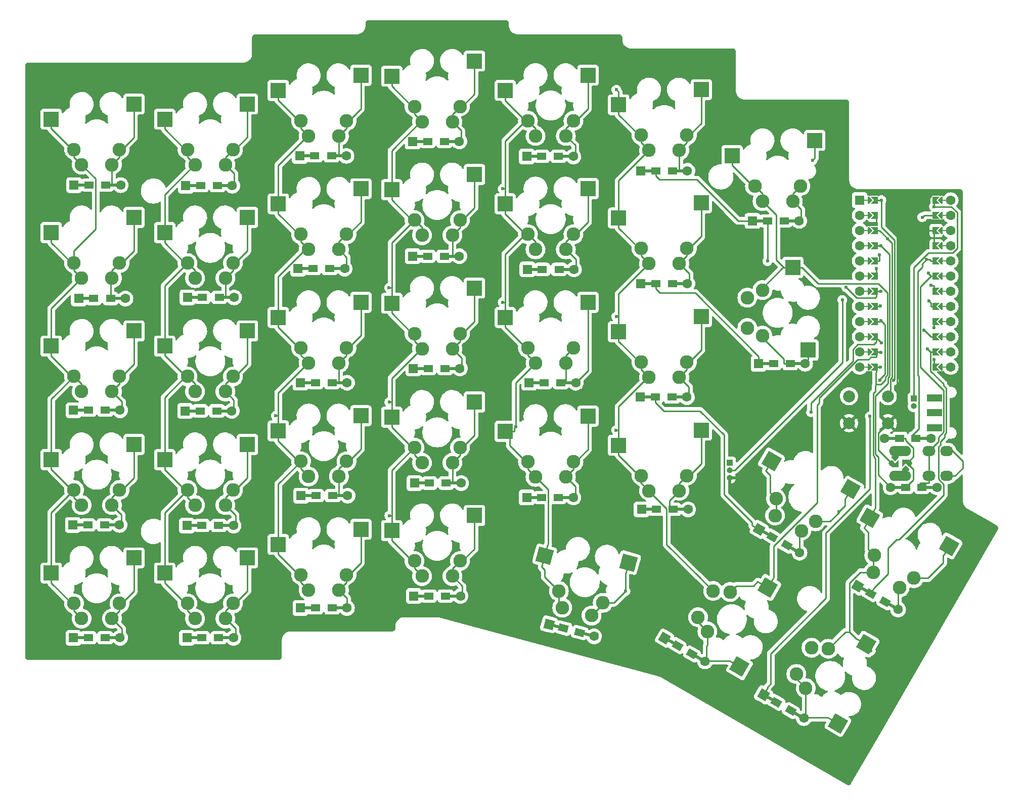
<source format=gbl>
G04 #@! TF.GenerationSoftware,KiCad,Pcbnew,(6.0.11)*
G04 #@! TF.CreationDate,2023-02-13T19:32:05+01:00*
G04 #@! TF.ProjectId,neo-redox,6e656f64-6f78-42e6-9b69-6361645f7063,1.0*
G04 #@! TF.SameCoordinates,Original*
G04 #@! TF.FileFunction,Copper,L2,Bot*
G04 #@! TF.FilePolarity,Positive*
%FSLAX46Y46*%
G04 Gerber Fmt 4.6, Leading zero omitted, Abs format (unit mm)*
G04 Created by KiCad (PCBNEW (6.0.11)) date 2023-02-13 19:32:05*
%MOMM*%
%LPD*%
G01*
G04 APERTURE LIST*
G04 Aperture macros list*
%AMRotRect*
0 Rectangle, with rotation*
0 The origin of the aperture is its center*
0 $1 length*
0 $2 width*
0 $3 Rotation angle, in degrees counterclockwise*
0 Add horizontal line*
21,1,$1,$2,0,0,$3*%
%AMFreePoly0*
4,1,5,0.125000,-0.500000,-0.125000,-0.500000,-0.125000,0.500000,0.125000,0.500000,0.125000,-0.500000,0.125000,-0.500000,$1*%
%AMFreePoly1*
4,1,6,0.600000,0.200000,0.000000,-0.400000,-0.600000,0.200000,-0.600000,0.400000,0.600000,0.400000,0.600000,0.200000,0.600000,0.200000,$1*%
%AMFreePoly2*
4,1,6,0.600000,-0.250000,-0.600000,-0.250000,-0.600000,1.000000,0.000000,0.400000,0.600000,1.000000,0.600000,-0.250000,0.600000,-0.250000,$1*%
%AMFreePoly3*
4,1,6,0.600000,0.200000,0.000000,-0.400000,-0.600000,0.200000,-0.600000,0.500000,0.600000,0.500000,0.600000,0.200000,0.600000,0.200000,$1*%
G04 Aperture macros list end*
G04 #@! TA.AperFunction,ComponentPad*
%ADD10C,2.286000*%
G04 #@! TD*
G04 #@! TA.AperFunction,SMDPad,CuDef*
%ADD11RotRect,2.550000X2.500000X330.000000*%
G04 #@! TD*
G04 #@! TA.AperFunction,SMDPad,CuDef*
%ADD12R,2.550000X2.500000*%
G04 #@! TD*
G04 #@! TA.AperFunction,SMDPad,CuDef*
%ADD13R,1.600000X1.200000*%
G04 #@! TD*
G04 #@! TA.AperFunction,ComponentPad*
%ADD14R,1.600000X1.600000*%
G04 #@! TD*
G04 #@! TA.AperFunction,SMDPad,CuDef*
%ADD15R,2.900000X0.500000*%
G04 #@! TD*
G04 #@! TA.AperFunction,ComponentPad*
%ADD16C,1.600000*%
G04 #@! TD*
G04 #@! TA.AperFunction,SMDPad,CuDef*
%ADD17RotRect,1.600000X1.200000X150.000000*%
G04 #@! TD*
G04 #@! TA.AperFunction,ComponentPad*
%ADD18RotRect,1.600000X1.600000X150.000000*%
G04 #@! TD*
G04 #@! TA.AperFunction,SMDPad,CuDef*
%ADD19RotRect,2.900000X0.500000X150.000000*%
G04 #@! TD*
G04 #@! TA.AperFunction,SMDPad,CuDef*
%ADD20FreePoly0,90.000000*%
G04 #@! TD*
G04 #@! TA.AperFunction,SMDPad,CuDef*
%ADD21FreePoly0,270.000000*%
G04 #@! TD*
G04 #@! TA.AperFunction,SMDPad,CuDef*
%ADD22FreePoly1,270.000000*%
G04 #@! TD*
G04 #@! TA.AperFunction,SMDPad,CuDef*
%ADD23FreePoly1,90.000000*%
G04 #@! TD*
G04 #@! TA.AperFunction,SMDPad,CuDef*
%ADD24FreePoly2,270.000000*%
G04 #@! TD*
G04 #@! TA.AperFunction,SMDPad,CuDef*
%ADD25FreePoly2,90.000000*%
G04 #@! TD*
G04 #@! TA.AperFunction,ComponentPad*
%ADD26R,2.500000X1.250000*%
G04 #@! TD*
G04 #@! TA.AperFunction,SMDPad,CuDef*
%ADD27R,2.500000X2.550000*%
G04 #@! TD*
G04 #@! TA.AperFunction,ComponentPad*
%ADD28R,1.000000X1.000000*%
G04 #@! TD*
G04 #@! TA.AperFunction,ComponentPad*
%ADD29O,1.000000X1.000000*%
G04 #@! TD*
G04 #@! TA.AperFunction,SMDPad,CuDef*
%ADD30RotRect,2.550000X2.500000X240.000000*%
G04 #@! TD*
G04 #@! TA.AperFunction,SMDPad,CuDef*
%ADD31RotRect,2.550000X2.500000X345.000000*%
G04 #@! TD*
G04 #@! TA.AperFunction,ComponentPad*
%ADD32C,2.000000*%
G04 #@! TD*
G04 #@! TA.AperFunction,SMDPad,CuDef*
%ADD33R,1.500000X1.200000*%
G04 #@! TD*
G04 #@! TA.AperFunction,SMDPad,CuDef*
%ADD34FreePoly0,0.000000*%
G04 #@! TD*
G04 #@! TA.AperFunction,SMDPad,CuDef*
%ADD35FreePoly3,180.000000*%
G04 #@! TD*
G04 #@! TA.AperFunction,ComponentPad*
%ADD36O,3.700000X1.700000*%
G04 #@! TD*
G04 #@! TA.AperFunction,SMDPad,CuDef*
%ADD37FreePoly3,0.000000*%
G04 #@! TD*
G04 #@! TA.AperFunction,SMDPad,CuDef*
%ADD38FreePoly2,180.000000*%
G04 #@! TD*
G04 #@! TA.AperFunction,ComponentPad*
%ADD39C,1.000000*%
G04 #@! TD*
G04 #@! TA.AperFunction,ComponentPad*
%ADD40O,2.200000X1.700000*%
G04 #@! TD*
G04 #@! TA.AperFunction,SMDPad,CuDef*
%ADD41FreePoly2,0.000000*%
G04 #@! TD*
G04 #@! TA.AperFunction,SMDPad,CuDef*
%ADD42RotRect,1.600000X1.200000X165.000000*%
G04 #@! TD*
G04 #@! TA.AperFunction,ComponentPad*
%ADD43RotRect,1.600000X1.600000X165.000000*%
G04 #@! TD*
G04 #@! TA.AperFunction,SMDPad,CuDef*
%ADD44RotRect,2.900000X0.500000X165.000000*%
G04 #@! TD*
G04 #@! TA.AperFunction,ViaPad*
%ADD45C,0.600000*%
G04 #@! TD*
G04 #@! TA.AperFunction,Conductor*
%ADD46C,0.250000*%
G04 #@! TD*
G04 APERTURE END LIST*
D10*
X169930443Y-103094705D03*
X169760295Y-105929409D03*
D11*
X169170886Y-96790295D03*
D10*
X176529557Y-106904705D03*
X174159705Y-108469409D03*
D11*
X182435338Y-101515591D03*
D10*
X109390000Y-56460000D03*
X110660000Y-59000000D03*
D12*
X105580000Y-51380000D03*
D10*
X117010000Y-56460000D03*
X115740000Y-59000000D03*
D12*
X119430000Y-48840000D03*
D13*
X130800000Y-64700000D03*
D14*
X128300000Y-64700000D03*
D15*
X129700000Y-64700000D03*
D16*
X136100000Y-64700000D03*
D13*
X133600000Y-64700000D03*
D15*
X134700000Y-64700000D03*
D17*
X169275164Y-109500000D03*
D18*
X167110101Y-108250000D03*
D19*
X168322536Y-108950000D03*
D16*
X173865099Y-112150000D03*
D17*
X171700036Y-110900000D03*
D19*
X172652664Y-111450000D03*
D17*
X169987564Y-137200000D03*
D18*
X167822501Y-135950000D03*
D19*
X169034936Y-136650000D03*
D16*
X174577499Y-139850000D03*
D17*
X172412436Y-138600000D03*
D19*
X173365064Y-139150000D03*
D13*
X111700000Y-81300000D03*
D14*
X109200000Y-81300000D03*
D15*
X110600000Y-81300000D03*
D16*
X117000000Y-81300000D03*
D13*
X114500000Y-81300000D03*
D15*
X115600000Y-81300000D03*
D16*
X183932500Y-58197500D03*
D20*
X185202500Y-60737500D03*
D21*
X197902500Y-78517500D03*
D22*
X197394500Y-60737500D03*
D16*
X199172500Y-58197500D03*
D22*
X197394500Y-70897500D03*
D16*
X199172500Y-75977500D03*
D23*
X185710500Y-65817500D03*
D16*
X199172500Y-78517500D03*
X183932500Y-78517500D03*
D14*
X183932500Y-53117500D03*
D23*
X185710500Y-81057500D03*
D16*
X183932500Y-55657500D03*
D21*
X197902500Y-63277500D03*
D20*
X185202500Y-63277500D03*
X185202500Y-65817500D03*
X185202500Y-70897500D03*
D16*
X199172500Y-70897500D03*
D20*
X185202500Y-78517500D03*
D22*
X197394500Y-55657500D03*
D16*
X199172500Y-63277500D03*
D23*
X185710500Y-70897500D03*
D22*
X197394500Y-65817500D03*
D20*
X185202500Y-81057500D03*
D16*
X183932500Y-60737500D03*
D23*
X185710500Y-73437500D03*
D21*
X197902500Y-68357500D03*
D16*
X199172500Y-73437500D03*
D22*
X197394500Y-78517500D03*
D16*
X199172500Y-68357500D03*
X199172500Y-81057500D03*
D23*
X185710500Y-63277500D03*
X185710500Y-75977500D03*
X185710500Y-55657500D03*
D21*
X197902500Y-81057500D03*
X197902500Y-73437500D03*
X197902500Y-65817500D03*
D16*
X199172500Y-65817500D03*
D20*
X185202500Y-68357500D03*
D16*
X199172500Y-55657500D03*
D23*
X185710500Y-68357500D03*
D16*
X183932500Y-81057500D03*
D23*
X185710500Y-53117500D03*
D22*
X197394500Y-81057500D03*
D16*
X183932500Y-63277500D03*
D22*
X197394500Y-75977500D03*
X197394500Y-58197500D03*
D20*
X185202500Y-53117500D03*
D21*
X197902500Y-55657500D03*
D20*
X185202500Y-73437500D03*
D21*
X197902500Y-70897500D03*
X197902500Y-75977500D03*
D22*
X197394500Y-63277500D03*
X197394500Y-53117500D03*
D20*
X185202500Y-58197500D03*
D16*
X199172500Y-60737500D03*
X183932500Y-70897500D03*
D23*
X185710500Y-60737500D03*
D16*
X183932500Y-53117500D03*
D20*
X185202500Y-75977500D03*
D21*
X197902500Y-58197500D03*
X197902500Y-53117500D03*
D16*
X183932500Y-75977500D03*
X183932500Y-68357500D03*
D22*
X197394500Y-73437500D03*
D16*
X183932500Y-65817500D03*
D22*
X197394500Y-68357500D03*
D21*
X197902500Y-60737500D03*
D16*
X183932500Y-73437500D03*
D20*
X185202500Y-55657500D03*
D23*
X185710500Y-58197500D03*
D16*
X199172500Y-53117500D03*
D23*
X185710500Y-78517500D03*
D24*
X196378500Y-53117500D03*
X196378500Y-55657500D03*
X196378500Y-58197500D03*
X196378500Y-60737500D03*
X196378500Y-63277500D03*
X196378500Y-65817500D03*
X196378500Y-68357500D03*
X196378500Y-70897500D03*
X196378500Y-73437500D03*
X196378500Y-75977500D03*
X196378500Y-78517500D03*
X196378500Y-81057500D03*
D25*
X186726500Y-81057500D03*
X186726500Y-78517500D03*
X186726500Y-75977500D03*
X186726500Y-73437500D03*
X186726500Y-70897500D03*
X186726500Y-68357500D03*
X186726500Y-65817500D03*
X186726500Y-63277500D03*
X186726500Y-60737500D03*
X186726500Y-58197500D03*
X186726500Y-55657500D03*
X186726500Y-53117500D03*
D13*
X111600000Y-43300000D03*
D14*
X109100000Y-43300000D03*
D15*
X110500000Y-43300000D03*
D16*
X116900000Y-43300000D03*
D13*
X114400000Y-43300000D03*
D15*
X115500000Y-43300000D03*
D10*
X90390000Y-96840000D03*
X91660000Y-99380000D03*
D12*
X86580000Y-91760000D03*
D10*
X98010000Y-96840000D03*
X96740000Y-99380000D03*
D12*
X100430000Y-89220000D03*
D10*
X71390000Y-63640000D03*
X72660000Y-66180000D03*
D12*
X67580000Y-58560000D03*
D10*
X79010000Y-63640000D03*
X77740000Y-66180000D03*
D12*
X81430000Y-56020000D03*
D13*
X130700000Y-102900000D03*
D14*
X128200000Y-102900000D03*
D15*
X129600000Y-102900000D03*
D16*
X136000000Y-102900000D03*
D13*
X133500000Y-102900000D03*
D15*
X134600000Y-102900000D03*
D13*
X54800000Y-88300000D03*
D14*
X52300000Y-88300000D03*
D15*
X53700000Y-88300000D03*
D16*
X60100000Y-88300000D03*
D13*
X57600000Y-88300000D03*
D15*
X58700000Y-88300000D03*
D10*
X128390000Y-77840000D03*
X129660000Y-80380000D03*
D12*
X124580000Y-72760000D03*
D10*
X136010000Y-77840000D03*
X134740000Y-80380000D03*
D12*
X138430000Y-70220000D03*
D26*
X196450000Y-91200000D03*
X196450000Y-88700000D03*
X196450000Y-86200000D03*
D10*
X167660000Y-68190000D03*
X165120000Y-69460000D03*
D27*
X172740000Y-64380000D03*
D10*
X167660000Y-75810000D03*
X165120000Y-74540000D03*
D27*
X175280000Y-78230000D03*
D10*
X186384943Y-112594705D03*
X186214795Y-115429409D03*
D11*
X185625386Y-106290295D03*
D10*
X192984057Y-116404705D03*
X190614205Y-117969409D03*
D11*
X198889838Y-111015591D03*
D13*
X149900000Y-104900000D03*
D14*
X147400000Y-104900000D03*
D15*
X148800000Y-104900000D03*
D16*
X155200000Y-104900000D03*
D13*
X152700000Y-104900000D03*
D15*
X153800000Y-104900000D03*
D10*
X147390000Y-99240000D03*
X148660000Y-101780000D03*
D12*
X143580000Y-94160000D03*
D10*
X155010000Y-99240000D03*
X153740000Y-101780000D03*
D12*
X157430000Y-91620000D03*
D13*
X73500000Y-88400000D03*
D14*
X71000000Y-88400000D03*
D15*
X72400000Y-88400000D03*
D16*
X78800000Y-88400000D03*
D13*
X76300000Y-88400000D03*
D15*
X77400000Y-88400000D03*
D13*
X73792900Y-126400000D03*
D14*
X71292900Y-126400000D03*
D15*
X72692900Y-126400000D03*
D16*
X79092900Y-126400000D03*
D13*
X76592900Y-126400000D03*
D15*
X77692900Y-126400000D03*
D17*
X153430164Y-127700000D03*
D18*
X151265101Y-126450000D03*
D19*
X152477536Y-127150000D03*
D16*
X158020099Y-130350000D03*
D17*
X155855036Y-129100000D03*
D19*
X156807664Y-129650000D03*
D10*
X52390000Y-44640000D03*
X53660000Y-47180000D03*
D12*
X48580000Y-39560000D03*
D10*
X60010000Y-44640000D03*
X58740000Y-47180000D03*
D12*
X62430000Y-37020000D03*
D10*
X128390000Y-58820000D03*
X129660000Y-61360000D03*
D12*
X124580000Y-53740000D03*
D10*
X136010000Y-58820000D03*
X134740000Y-61360000D03*
D12*
X138430000Y-51200000D03*
D13*
X111600000Y-62500000D03*
D14*
X109100000Y-62500000D03*
D15*
X110500000Y-62500000D03*
D16*
X116900000Y-62500000D03*
D13*
X114400000Y-62500000D03*
D15*
X115500000Y-62500000D03*
D13*
X73600000Y-50700000D03*
D14*
X71100000Y-50700000D03*
D15*
X72500000Y-50700000D03*
D16*
X78900000Y-50700000D03*
D13*
X76400000Y-50700000D03*
D15*
X77500000Y-50700000D03*
D10*
X166390000Y-50740000D03*
X167660000Y-53280000D03*
D12*
X162580000Y-45660000D03*
D10*
X174010000Y-50740000D03*
X172740000Y-53280000D03*
D12*
X176430000Y-43120000D03*
D10*
X52390000Y-82640000D03*
X53660000Y-85180000D03*
D12*
X48580000Y-77560000D03*
D10*
X60010000Y-82640000D03*
X58740000Y-85180000D03*
D12*
X62430000Y-75020000D03*
D13*
X169500000Y-80500000D03*
D14*
X167000000Y-80500000D03*
D15*
X168400000Y-80500000D03*
D16*
X174800000Y-80500000D03*
D13*
X172300000Y-80500000D03*
D15*
X173400000Y-80500000D03*
D13*
X73800000Y-107600000D03*
D14*
X71300000Y-107600000D03*
D15*
X72700000Y-107600000D03*
D16*
X79100000Y-107600000D03*
D13*
X76600000Y-107600000D03*
D15*
X77700000Y-107600000D03*
D28*
X193000000Y-86350000D03*
D29*
X193000000Y-87620000D03*
D10*
X128390000Y-96920000D03*
X129660000Y-99460000D03*
D12*
X124580000Y-91840000D03*
D10*
X136010000Y-96920000D03*
X134740000Y-99460000D03*
D12*
X138430000Y-89300000D03*
D10*
X162242195Y-118725443D03*
X159407491Y-118555295D03*
D30*
X168546605Y-117965886D03*
D10*
X158432195Y-125324557D03*
X156867491Y-122954705D03*
D30*
X163821309Y-131230338D03*
D10*
X109390000Y-37440000D03*
X110660000Y-39980000D03*
D12*
X105580000Y-32360000D03*
D10*
X117010000Y-37440000D03*
X115740000Y-39980000D03*
D12*
X119430000Y-29820000D03*
D28*
X162200000Y-97060000D03*
D29*
X162200000Y-98330000D03*
X162200000Y-99600000D03*
D17*
X185775164Y-119000000D03*
D18*
X183610101Y-117750000D03*
D19*
X184822536Y-118450000D03*
D16*
X190365099Y-121650000D03*
D17*
X188200036Y-120400000D03*
D19*
X189152664Y-120950000D03*
D13*
X92792900Y-121400000D03*
D14*
X90292900Y-121400000D03*
D15*
X91692900Y-121400000D03*
D16*
X98092900Y-121400000D03*
D13*
X95592900Y-121400000D03*
D15*
X96692900Y-121400000D03*
D13*
X131100000Y-83700000D03*
D14*
X128600000Y-83700000D03*
D15*
X130000000Y-83700000D03*
D16*
X136400000Y-83700000D03*
D13*
X133900000Y-83700000D03*
D15*
X135000000Y-83700000D03*
D13*
X73900000Y-69400000D03*
D14*
X71400000Y-69400000D03*
D15*
X72800000Y-69400000D03*
D16*
X79200000Y-69400000D03*
D13*
X76700000Y-69400000D03*
D15*
X77800000Y-69400000D03*
D10*
X71390000Y-101640000D03*
X72660000Y-104180000D03*
D12*
X67580000Y-96560000D03*
D10*
X79010000Y-101640000D03*
X77740000Y-104180000D03*
D12*
X81430000Y-94020000D03*
D10*
X90390000Y-115840000D03*
X91660000Y-118380000D03*
D12*
X86580000Y-110760000D03*
D10*
X98010000Y-115840000D03*
X96740000Y-118380000D03*
D12*
X100430000Y-108220000D03*
D13*
X55700000Y-69600000D03*
D14*
X53200000Y-69600000D03*
D15*
X54600000Y-69600000D03*
D16*
X61000000Y-69600000D03*
D13*
X58500000Y-69600000D03*
D15*
X59600000Y-69600000D03*
D10*
X71390000Y-44640000D03*
X72660000Y-47180000D03*
D12*
X67580000Y-39560000D03*
D10*
X79010000Y-44640000D03*
X77740000Y-47180000D03*
D12*
X81430000Y-37020000D03*
D13*
X149700000Y-86100000D03*
D14*
X147200000Y-86100000D03*
D15*
X148600000Y-86100000D03*
D16*
X155000000Y-86100000D03*
D13*
X152500000Y-86100000D03*
D15*
X153600000Y-86100000D03*
D10*
X147390000Y-80240000D03*
X148660000Y-82780000D03*
D12*
X143580000Y-75160000D03*
D10*
X155010000Y-80240000D03*
X153740000Y-82780000D03*
D12*
X157430000Y-72620000D03*
D13*
X111792900Y-119400000D03*
D14*
X109292900Y-119400000D03*
D15*
X110692900Y-119400000D03*
D16*
X117092900Y-119400000D03*
D13*
X114592900Y-119400000D03*
D15*
X115692900Y-119400000D03*
D10*
X133562422Y-118567351D03*
X134131748Y-121349503D03*
D31*
X131197046Y-112674347D03*
D10*
X140922777Y-120539552D03*
X139038651Y-122664304D03*
D31*
X145232519Y-113805539D03*
D10*
X52390000Y-101640000D03*
X53660000Y-104180000D03*
D12*
X48580000Y-96560000D03*
D10*
X60010000Y-101640000D03*
X58740000Y-104180000D03*
D12*
X62430000Y-94020000D03*
D10*
X90390000Y-77840000D03*
X91660000Y-80380000D03*
D12*
X86580000Y-72760000D03*
D10*
X98010000Y-77840000D03*
X96740000Y-80380000D03*
D12*
X100430000Y-70220000D03*
D10*
X128390000Y-39820000D03*
X129660000Y-42360000D03*
D12*
X124580000Y-34740000D03*
D10*
X136010000Y-39820000D03*
X134740000Y-42360000D03*
D12*
X138430000Y-32200000D03*
D32*
X182150000Y-85950000D03*
X188650000Y-85950000D03*
X188650000Y-90450000D03*
X182150000Y-90450000D03*
D13*
X54700000Y-107500000D03*
D14*
X52200000Y-107500000D03*
D15*
X53600000Y-107500000D03*
D16*
X60000000Y-107500000D03*
D13*
X57500000Y-107500000D03*
D15*
X58600000Y-107500000D03*
D13*
X54800000Y-126400000D03*
D14*
X52300000Y-126400000D03*
D15*
X53700000Y-126400000D03*
D16*
X60100000Y-126400000D03*
D13*
X57600000Y-126400000D03*
D15*
X58700000Y-126400000D03*
D13*
X149800000Y-67100000D03*
D14*
X147300000Y-67100000D03*
D15*
X148700000Y-67100000D03*
D16*
X155100000Y-67100000D03*
D13*
X152600000Y-67100000D03*
D15*
X153700000Y-67100000D03*
D10*
X147390000Y-42240000D03*
X148660000Y-44780000D03*
D12*
X143580000Y-37160000D03*
D10*
X155010000Y-42240000D03*
X153740000Y-44780000D03*
D12*
X157430000Y-34620000D03*
D13*
X168500000Y-56600000D03*
D14*
X166000000Y-56600000D03*
D15*
X167400000Y-56600000D03*
D16*
X173800000Y-56600000D03*
D13*
X171300000Y-56600000D03*
D15*
X172400000Y-56600000D03*
X195500000Y-101200000D03*
D16*
X196900000Y-101200000D03*
D15*
X195500000Y-101200000D03*
D33*
X194350000Y-101200000D03*
X194350000Y-101200000D03*
X191650000Y-101200000D03*
D15*
X190500000Y-101200000D03*
X190500000Y-101200000D03*
D33*
X191650000Y-101200000D03*
D16*
X189100000Y-101200000D03*
D10*
X109390000Y-94540000D03*
X110660000Y-97080000D03*
D12*
X105580000Y-89460000D03*
D10*
X117010000Y-94540000D03*
X115740000Y-97080000D03*
D12*
X119430000Y-86920000D03*
D13*
X111900000Y-100500000D03*
D14*
X109400000Y-100500000D03*
D15*
X110800000Y-100500000D03*
D16*
X117200000Y-100500000D03*
D13*
X114700000Y-100500000D03*
D15*
X115800000Y-100500000D03*
D10*
X90390000Y-39840000D03*
X91660000Y-42380000D03*
D12*
X86580000Y-34760000D03*
D10*
X98010000Y-39840000D03*
X96740000Y-42380000D03*
D12*
X100430000Y-32220000D03*
D10*
X52390000Y-63640000D03*
X53660000Y-66180000D03*
D12*
X48580000Y-58560000D03*
D10*
X60010000Y-63640000D03*
X58740000Y-66180000D03*
D12*
X62430000Y-56020000D03*
D34*
X191634000Y-98216000D03*
X189856000Y-96184000D03*
D35*
X191634000Y-97900000D03*
D36*
X190744000Y-95100000D03*
D37*
X189856000Y-96500000D03*
D36*
X190744000Y-99300000D03*
D38*
X191634000Y-96800000D03*
D39*
X192194000Y-97200000D03*
D40*
X195494000Y-95100000D03*
X195494000Y-99300000D03*
X198494000Y-95100000D03*
X198494000Y-99300000D03*
D41*
X189856000Y-97600000D03*
D39*
X189256000Y-97200000D03*
D10*
X147390000Y-61200000D03*
X148660000Y-63740000D03*
D12*
X143580000Y-56120000D03*
D10*
X155010000Y-61200000D03*
X153740000Y-63740000D03*
D12*
X157430000Y-53580000D03*
D13*
X92700000Y-45700000D03*
D14*
X90200000Y-45700000D03*
D15*
X91600000Y-45700000D03*
D16*
X98000000Y-45700000D03*
D13*
X95500000Y-45700000D03*
D15*
X96600000Y-45700000D03*
D42*
X134347704Y-124787653D03*
D43*
X131932889Y-124140606D03*
D44*
X133285185Y-124502952D03*
D16*
X139467111Y-126159394D03*
D42*
X137052296Y-125512347D03*
D44*
X138114815Y-125797048D03*
D10*
X71390000Y-82640000D03*
X72660000Y-85180000D03*
D12*
X67580000Y-77560000D03*
D10*
X79010000Y-82640000D03*
X77740000Y-85180000D03*
D12*
X81430000Y-75020000D03*
D13*
X130700000Y-45800000D03*
D14*
X128200000Y-45800000D03*
D15*
X129600000Y-45800000D03*
D16*
X136000000Y-45800000D03*
D13*
X133500000Y-45800000D03*
D15*
X134600000Y-45800000D03*
D13*
X92400000Y-64600000D03*
D14*
X89900000Y-64600000D03*
D15*
X91300000Y-64600000D03*
D16*
X97700000Y-64600000D03*
D13*
X95200000Y-64600000D03*
D15*
X96300000Y-64600000D03*
D13*
X92900000Y-102600000D03*
D14*
X90400000Y-102600000D03*
D15*
X91800000Y-102600000D03*
D16*
X98200000Y-102600000D03*
D13*
X95700000Y-102600000D03*
D15*
X96800000Y-102600000D03*
D13*
X149800000Y-48200000D03*
D14*
X147300000Y-48200000D03*
D15*
X148700000Y-48200000D03*
D16*
X155100000Y-48200000D03*
D13*
X152600000Y-48200000D03*
D15*
X153700000Y-48200000D03*
D10*
X109390000Y-113540000D03*
X110660000Y-116080000D03*
D12*
X105580000Y-108460000D03*
D10*
X117010000Y-113540000D03*
X115740000Y-116080000D03*
D12*
X119430000Y-105920000D03*
D10*
X109390000Y-75460000D03*
X110660000Y-78000000D03*
D12*
X105580000Y-70380000D03*
D10*
X117010000Y-75460000D03*
X115740000Y-78000000D03*
D12*
X119430000Y-67840000D03*
D10*
X90390000Y-58840000D03*
X91660000Y-61380000D03*
D12*
X86580000Y-53760000D03*
D10*
X98010000Y-58840000D03*
X96740000Y-61380000D03*
D12*
X100430000Y-51220000D03*
D13*
X92800000Y-83700000D03*
D14*
X90300000Y-83700000D03*
D15*
X91700000Y-83700000D03*
D16*
X98100000Y-83700000D03*
D13*
X95600000Y-83700000D03*
D15*
X96700000Y-83700000D03*
D10*
X71390000Y-120640000D03*
X72660000Y-123180000D03*
D12*
X67580000Y-115560000D03*
D10*
X79010000Y-120640000D03*
X77740000Y-123180000D03*
D12*
X81430000Y-113020000D03*
D10*
X178705295Y-128230443D03*
X175870591Y-128060295D03*
D30*
X185009705Y-127470886D03*
D10*
X174895295Y-134829557D03*
X173330591Y-132459705D03*
D30*
X180284409Y-140735338D03*
D15*
X194500000Y-93000000D03*
D16*
X195900000Y-93000000D03*
D15*
X194500000Y-93000000D03*
D33*
X193350000Y-93000000D03*
X193350000Y-93000000D03*
X190650000Y-93000000D03*
D15*
X189500000Y-93000000D03*
X189500000Y-93000000D03*
D33*
X190650000Y-93000000D03*
D16*
X188100000Y-93000000D03*
D10*
X52390000Y-120640000D03*
X53660000Y-123180000D03*
D12*
X48580000Y-115560000D03*
D10*
X60010000Y-120640000D03*
X58740000Y-123180000D03*
D12*
X62430000Y-113020000D03*
D13*
X54900000Y-50600000D03*
D14*
X52400000Y-50600000D03*
D15*
X53800000Y-50600000D03*
D16*
X60200000Y-50600000D03*
D13*
X57700000Y-50600000D03*
D15*
X58800000Y-50600000D03*
D45*
X185800000Y-128600000D03*
X187573000Y-53117500D03*
X189639000Y-83296300D03*
X187252000Y-62269200D03*
X196378000Y-54200700D03*
X194411000Y-55980200D03*
X188561000Y-59529700D03*
X195504000Y-70022400D03*
X181011000Y-69822300D03*
X195407000Y-65365200D03*
X195133000Y-63073100D03*
X187464000Y-60737500D03*
X187440000Y-81057500D03*
X143176000Y-34620000D03*
X187463000Y-78656700D03*
X143175000Y-72620000D03*
X143161000Y-91620000D03*
X126342000Y-91037100D03*
X124150000Y-70220000D03*
X124158000Y-51200000D03*
X175791000Y-88626100D03*
X187587000Y-77006500D03*
X105181000Y-86920000D03*
X187447000Y-73285700D03*
X105146000Y-67785000D03*
X105184000Y-105928000D03*
X187288000Y-83298300D03*
X86159400Y-89220000D03*
X187437000Y-70871600D03*
X187450000Y-68357500D03*
X181660000Y-67713000D03*
X186726000Y-64547200D03*
X196378000Y-79787500D03*
X185620000Y-89308000D03*
X144730000Y-118609000D03*
X195273000Y-78035500D03*
X180425000Y-105304000D03*
X194672000Y-74909800D03*
X196378000Y-74490900D03*
X168500000Y-63335300D03*
X195830000Y-67382400D03*
X176024000Y-46467000D03*
X192800000Y-104000000D03*
X180000000Y-121800000D03*
X158600000Y-109600000D03*
X178600000Y-68800000D03*
X178800000Y-74200000D03*
X166200000Y-86000000D03*
X161400000Y-68000000D03*
X161800000Y-59800000D03*
X171400000Y-61800000D03*
X161400000Y-79400000D03*
X122400000Y-77800000D03*
X122200000Y-37600000D03*
X122600000Y-58200000D03*
X189926000Y-57967600D03*
X186726000Y-57130800D03*
D46*
X187573000Y-57649800D02*
X187573000Y-53117500D01*
X189762000Y-59839200D02*
X187573000Y-57649800D01*
X189762000Y-83172700D02*
X189762000Y-59839200D01*
X189639000Y-83296300D02*
X189762000Y-83172700D01*
X186726500Y-53117500D02*
X187573000Y-53117500D01*
X187252000Y-63277500D02*
X187252000Y-62269200D01*
X186726500Y-63277500D02*
X187252000Y-63277500D01*
X196378000Y-53117500D02*
X196378000Y-54200700D01*
X193000000Y-64387800D02*
X193000000Y-86350000D01*
X195422000Y-61966200D02*
X193000000Y-64387800D01*
X199501000Y-61966200D02*
X195422000Y-61966200D01*
X200262000Y-61204900D02*
X199501000Y-61966200D01*
X200262000Y-55205500D02*
X200262000Y-61204900D01*
X199257000Y-54200700D02*
X200262000Y-55205500D01*
X196378000Y-54200700D02*
X199257000Y-54200700D01*
X196378500Y-53117500D02*
X196378000Y-53117500D01*
X194734000Y-55657500D02*
X194411000Y-55980200D01*
X196378000Y-55657500D02*
X194734000Y-55657500D01*
X196378000Y-55657500D02*
X196378500Y-55657500D01*
X189362000Y-60330900D02*
X188561000Y-59529700D01*
X189362000Y-82759500D02*
X189362000Y-60330900D01*
X189064000Y-83058100D02*
X189362000Y-82759500D01*
X189064000Y-85536300D02*
X189064000Y-83058100D01*
X188650000Y-85950000D02*
X189064000Y-85536300D01*
X188561000Y-59507000D02*
X188561000Y-59529700D01*
X187252000Y-58197500D02*
X188561000Y-59507000D01*
X186726500Y-58197500D02*
X187252000Y-58197500D01*
X195853000Y-70371600D02*
X195504000Y-70022400D01*
X195853000Y-70897500D02*
X195853000Y-70371600D01*
X196378000Y-70897500D02*
X195853000Y-70897500D01*
X181011000Y-80294200D02*
X181011000Y-69822300D01*
X162975000Y-98330000D02*
X181011000Y-80294200D01*
X162200000Y-98330000D02*
X162975000Y-98330000D01*
X196378500Y-70897500D02*
X196378000Y-70897500D01*
X195494000Y-100425000D02*
X195494000Y-99300000D01*
X194165000Y-100425000D02*
X195494000Y-100425000D01*
X193775000Y-100816000D02*
X194165000Y-100425000D01*
X193775000Y-101200000D02*
X193775000Y-100816000D01*
X194350000Y-101200000D02*
X193775000Y-101200000D01*
X195500000Y-101200000D02*
X194350000Y-101200000D01*
X195494000Y-95100000D02*
X195494000Y-99300000D01*
X195407000Y-65371400D02*
X195407000Y-65365200D01*
X195853000Y-65817500D02*
X195407000Y-65371400D01*
X194097000Y-67573700D02*
X195853000Y-65817500D01*
X194097000Y-81066000D02*
X194097000Y-67573700D01*
X197975000Y-84943900D02*
X194097000Y-81066000D01*
X197975000Y-91939000D02*
X197975000Y-84943900D01*
X197104000Y-92810400D02*
X197975000Y-91939000D01*
X197104000Y-93490300D02*
X197104000Y-92810400D01*
X195494000Y-95100000D02*
X197104000Y-93490300D01*
X195500000Y-101200000D02*
X196900000Y-101200000D01*
X196378000Y-65817500D02*
X195853000Y-65817500D01*
X196378000Y-65817500D02*
X196378500Y-65817500D01*
X194500000Y-93000000D02*
X195900000Y-93000000D01*
X198494000Y-94917000D02*
X198494000Y-95100000D01*
X199275000Y-94917000D02*
X198494000Y-94917000D01*
X201184000Y-96826500D02*
X199275000Y-94917000D01*
X201184000Y-97985000D02*
X201184000Y-96826500D01*
X199869000Y-99300000D02*
X201184000Y-97985000D01*
X198494000Y-99300000D02*
X199869000Y-99300000D01*
X194500000Y-93000000D02*
X193350000Y-93000000D01*
X194352000Y-63854300D02*
X195133000Y-63073100D01*
X194469000Y-63971500D02*
X194352000Y-63854300D01*
X194469000Y-64303100D02*
X194469000Y-63971500D01*
X193697000Y-65075100D02*
X194469000Y-64303100D01*
X193697000Y-82396400D02*
X193697000Y-65075100D01*
X193663000Y-82430500D02*
X193697000Y-82396400D01*
X193823000Y-82590900D02*
X193663000Y-82430500D01*
X193823000Y-91426500D02*
X193823000Y-82590900D01*
X192775000Y-92474900D02*
X193823000Y-91426500D01*
X192775000Y-93000000D02*
X192775000Y-92474900D01*
X193350000Y-93000000D02*
X192775000Y-93000000D01*
X195853000Y-63277500D02*
X196378000Y-63277500D01*
X195649000Y-63073100D02*
X195853000Y-63277500D01*
X195133000Y-63073100D02*
X195649000Y-63073100D01*
X196378000Y-63277500D02*
X196378500Y-63277500D01*
X189500000Y-93000000D02*
X188100000Y-93000000D01*
X191635000Y-96800600D02*
X192194000Y-96800600D01*
X191634000Y-96800000D02*
X191635000Y-96800600D01*
X192194000Y-96800600D02*
X192194000Y-97200000D01*
X192915000Y-99935300D02*
X191650000Y-101200000D01*
X192915000Y-98189200D02*
X192915000Y-99935300D01*
X192194000Y-97468500D02*
X192915000Y-98189200D01*
X192194000Y-97200000D02*
X192194000Y-97468500D01*
X191650000Y-101200000D02*
X190500000Y-101200000D01*
X190500000Y-101200000D02*
X189100000Y-101200000D01*
X188962000Y-62235900D02*
X187464000Y-60737500D01*
X188962000Y-82593700D02*
X188962000Y-62235900D01*
X188664000Y-82892300D02*
X188962000Y-82593700D01*
X188664000Y-83807500D02*
X188664000Y-82892300D01*
X186596000Y-85875500D02*
X188664000Y-83807500D01*
X186596000Y-95680300D02*
X186596000Y-85875500D01*
X187025000Y-96109700D02*
X186596000Y-95680300D01*
X187025000Y-99125000D02*
X187025000Y-96109700D01*
X189100000Y-101200000D02*
X187025000Y-99125000D01*
X186726500Y-60737500D02*
X187464000Y-60737500D01*
X189500000Y-93000000D02*
X190650000Y-93000000D01*
X192924000Y-96070400D02*
X192194000Y-96800600D01*
X192924000Y-94635500D02*
X192924000Y-96070400D01*
X191675000Y-93386400D02*
X192924000Y-94635500D01*
X191675000Y-93000000D02*
X191675000Y-93386400D01*
X190650000Y-93000000D02*
X191675000Y-93000000D01*
X162580000Y-47268300D02*
X162580000Y-45660000D01*
X166052000Y-50740000D02*
X162580000Y-47268300D01*
X166390000Y-50740000D02*
X166052000Y-50740000D01*
X167660000Y-52010000D02*
X166390000Y-50740000D01*
X167660000Y-53280000D02*
X167660000Y-52010000D01*
X167660000Y-67856900D02*
X167660000Y-68190000D01*
X171176000Y-64341000D02*
X167660000Y-67856900D01*
X169967000Y-63131800D02*
X171176000Y-64341000D01*
X169967000Y-55586700D02*
X169967000Y-63131800D01*
X167660000Y-53280000D02*
X169967000Y-55586700D01*
X181533000Y-125403000D02*
X182231000Y-125403000D01*
X178705000Y-128230000D02*
X181533000Y-125403000D01*
X174265000Y-64380000D02*
X172740000Y-64380000D01*
X176987000Y-67101800D02*
X174265000Y-64380000D01*
X187041000Y-67101800D02*
X176987000Y-67101800D01*
X188562000Y-68623100D02*
X187041000Y-67101800D01*
X188562000Y-82427900D02*
X188562000Y-68623100D01*
X188264000Y-82726500D02*
X188562000Y-82427900D01*
X188264000Y-83155400D02*
X188264000Y-82726500D01*
X187492000Y-83927400D02*
X188264000Y-83155400D01*
X186661000Y-83927400D02*
X187492000Y-83927400D01*
X171215000Y-64380000D02*
X171176000Y-64341000D01*
X172740000Y-64380000D02*
X171215000Y-64380000D01*
X187440000Y-81057500D02*
X186726500Y-81057500D01*
X186661000Y-81998100D02*
X186661000Y-83927400D01*
X186726000Y-81932600D02*
X186661000Y-81998100D01*
X186726000Y-81057500D02*
X186726000Y-81932600D01*
X186726500Y-81057500D02*
X186726000Y-81057500D01*
X185010000Y-127471000D02*
X184169500Y-126986000D01*
X183329000Y-126501000D02*
X182231000Y-125403000D01*
X184169500Y-126986000D02*
X183329000Y-126501000D01*
X184524800Y-126986000D02*
X185009700Y-127470900D01*
X184169500Y-126986000D02*
X184524800Y-126986000D01*
X178705000Y-128230100D02*
X178705000Y-128230000D01*
X178705300Y-128230400D02*
X178705000Y-128230100D01*
X185896200Y-112106000D02*
X186384900Y-112594700D01*
X185896000Y-112106000D02*
X185896200Y-112106000D01*
X186215000Y-115429000D02*
X186214400Y-115429000D01*
X186215000Y-112765000D02*
X186215000Y-115429000D01*
X186385000Y-112595000D02*
X186215000Y-112765000D01*
X185896000Y-112106000D02*
X186385000Y-112595000D01*
X182231000Y-117250000D02*
X182231000Y-125403000D01*
X184051000Y-115429000D02*
X182231000Y-117250000D01*
X186214400Y-115429000D02*
X184051000Y-115429000D01*
X186214400Y-115429000D02*
X186214800Y-115429400D01*
X185625300Y-106290300D02*
X185625000Y-106290000D01*
X185625400Y-106290300D02*
X185625300Y-106290300D01*
X186596000Y-104610000D02*
X185625000Y-106290000D01*
X186596000Y-96430000D02*
X186596000Y-104610000D01*
X186425000Y-96259100D02*
X186596000Y-96430000D01*
X186425000Y-96075300D02*
X186425000Y-96259100D01*
X186196000Y-95846100D02*
X186425000Y-96075300D01*
X186196000Y-85509500D02*
X186196000Y-95846100D01*
X186596000Y-85109400D02*
X186196000Y-85509500D01*
X186596000Y-84225900D02*
X186596000Y-85109400D01*
X186661000Y-84160500D02*
X186596000Y-84225900D01*
X186661000Y-83927400D02*
X186661000Y-84160500D01*
X185407000Y-111617000D02*
X185896000Y-112106000D01*
X185407000Y-108722000D02*
X185407000Y-111617000D01*
X184655000Y-107971000D02*
X185407000Y-108722000D01*
X185625000Y-106290000D02*
X184655000Y-107971000D01*
X169170900Y-96790300D02*
X169171000Y-96790300D01*
X169930300Y-103094700D02*
X169930000Y-103095000D01*
X169930400Y-103094700D02*
X169930300Y-103094700D01*
X169930000Y-105759000D02*
X169930000Y-103095000D01*
X169760000Y-105929000D02*
X169930000Y-105759000D01*
X168201000Y-98470800D02*
X169171000Y-96790300D01*
X168966000Y-99235700D02*
X168201000Y-98470800D01*
X168966000Y-102130000D02*
X168966000Y-99235700D01*
X169448000Y-102612000D02*
X168966000Y-102130000D01*
X169930000Y-103095000D02*
X169448000Y-102612000D01*
X169760000Y-105929100D02*
X169760000Y-105929000D01*
X169760300Y-105929400D02*
X169760000Y-105929100D01*
X146999000Y-61200000D02*
X147390000Y-61200000D01*
X143580000Y-57780700D02*
X146999000Y-61200000D01*
X143580000Y-56120000D02*
X143580000Y-57780700D01*
X147390000Y-62470000D02*
X148660000Y-63740000D01*
X147390000Y-61200000D02*
X147390000Y-62470000D01*
X143580000Y-35023600D02*
X143580000Y-37160000D01*
X143176000Y-34620000D02*
X143580000Y-35023600D01*
X146992000Y-42240000D02*
X147390000Y-42240000D01*
X143580000Y-38827800D02*
X146992000Y-42240000D01*
X143580000Y-37160000D02*
X143580000Y-38827800D01*
X147390000Y-43510000D02*
X148660000Y-44780000D01*
X147390000Y-42240000D02*
X147390000Y-43510000D01*
X143580000Y-49860000D02*
X143580000Y-56120000D01*
X148660000Y-44780000D02*
X143580000Y-49860000D01*
X147068000Y-80240000D02*
X147390000Y-80240000D01*
X143580000Y-76752500D02*
X147068000Y-80240000D01*
X143580000Y-75160000D02*
X143580000Y-76752500D01*
X147390000Y-81510000D02*
X148581000Y-82700600D01*
X147390000Y-80240000D02*
X147390000Y-81510000D01*
X148581000Y-82700600D02*
X148660000Y-82780000D01*
X143580000Y-95777200D02*
X143580000Y-94160000D01*
X147216000Y-99413600D02*
X143580000Y-95777200D01*
X147390000Y-99240000D02*
X147216000Y-99413600D01*
X147216000Y-100336000D02*
X148660000Y-101780000D01*
X147216000Y-99413600D02*
X147216000Y-100336000D01*
X143580000Y-72620000D02*
X143175000Y-72620000D01*
X143580000Y-68820000D02*
X143580000Y-72620000D01*
X148660000Y-63740000D02*
X143580000Y-68820000D01*
X143580000Y-72620000D02*
X143580000Y-75160000D01*
X143580000Y-91620000D02*
X143161000Y-91620000D01*
X143580000Y-87701300D02*
X143580000Y-91620000D01*
X148581000Y-82700600D02*
X143580000Y-87701300D01*
X143580000Y-91620000D02*
X143580000Y-94160000D01*
X187324000Y-78517500D02*
X187463000Y-78656700D01*
X186726500Y-78517500D02*
X187324000Y-78517500D01*
X166866000Y-116996000D02*
X167706500Y-117481000D01*
X166145000Y-117717000D02*
X166866000Y-116996000D01*
X163251000Y-117717000D02*
X166145000Y-117717000D01*
X162242000Y-118725000D02*
X163251000Y-117717000D01*
X186726000Y-78517500D02*
X186726500Y-78517500D01*
X186726000Y-79392600D02*
X186726000Y-78517500D01*
X185851000Y-79392600D02*
X186726000Y-79392600D01*
X185402000Y-79841500D02*
X185851000Y-79392600D01*
X183575000Y-79841500D02*
X185402000Y-79841500D01*
X177167000Y-86249200D02*
X183575000Y-79841500D01*
X177167000Y-87054700D02*
X177167000Y-86249200D01*
X176801000Y-87420700D02*
X177167000Y-87054700D01*
X176801000Y-103800000D02*
X176801000Y-87420700D01*
X169526000Y-111075000D02*
X176801000Y-103800000D01*
X169526000Y-116270000D02*
X169526000Y-111075000D01*
X168547000Y-117966000D02*
X169526000Y-116270000D01*
X167706500Y-117481000D02*
X168547000Y-117966000D01*
X168061700Y-117481000D02*
X168546600Y-117965900D01*
X167706500Y-117481000D02*
X168061700Y-117481000D01*
X159408000Y-118555000D02*
X157073100Y-116220400D01*
X159407500Y-118554800D02*
X159407500Y-118555300D01*
X157073100Y-116220400D02*
X159407500Y-118554800D01*
X151625000Y-104745000D02*
X148660000Y-101780000D01*
X151625000Y-110773000D02*
X151625000Y-104745000D01*
X157073100Y-116220400D02*
X151625000Y-110773000D01*
X162242000Y-118725200D02*
X162242000Y-118725000D01*
X162242200Y-118725400D02*
X162242000Y-118725200D01*
X129660000Y-41090000D02*
X128390000Y-39820000D01*
X129660000Y-42360000D02*
X129660000Y-41090000D01*
X128390000Y-39820000D02*
X127982000Y-39820000D01*
X124580000Y-36417700D02*
X124580000Y-34740000D01*
X127982000Y-39820000D02*
X124580000Y-36417700D01*
X126130000Y-91249500D02*
X126342000Y-91037100D01*
X126130000Y-91840000D02*
X126130000Y-91249500D01*
X125341000Y-91840000D02*
X126130000Y-91840000D01*
X128045000Y-96920000D02*
X128390000Y-96920000D01*
X125341000Y-94216000D02*
X128045000Y-96920000D01*
X125341000Y-91840000D02*
X125341000Y-94216000D01*
X128390000Y-98190000D02*
X129660000Y-99460000D01*
X128390000Y-96920000D02*
X128390000Y-98190000D01*
X129660000Y-60090000D02*
X128390000Y-58820000D01*
X129660000Y-61360000D02*
X129660000Y-60090000D01*
X128390000Y-58820000D02*
X127973000Y-58820000D01*
X124580000Y-55427200D02*
X124580000Y-53740000D01*
X127973000Y-58820000D02*
X124580000Y-55427200D01*
X124580000Y-74371100D02*
X124580000Y-72760000D01*
X128049000Y-77840000D02*
X124580000Y-74371100D01*
X128390000Y-77840000D02*
X128049000Y-77840000D01*
X128390000Y-79110000D02*
X129660000Y-80380000D01*
X128390000Y-77840000D02*
X128390000Y-79110000D01*
X126342000Y-83697500D02*
X126342000Y-91037100D01*
X129660000Y-80380000D02*
X126342000Y-83697500D01*
X124580000Y-62212800D02*
X124580000Y-70220000D01*
X127973000Y-58820000D02*
X124580000Y-62212800D01*
X124580000Y-70220000D02*
X124580000Y-72760000D01*
X124580000Y-70220000D02*
X124150000Y-70220000D01*
X124580000Y-51200000D02*
X124158000Y-51200000D01*
X124580000Y-43222300D02*
X124580000Y-51200000D01*
X127982000Y-39820000D02*
X124580000Y-43222300D01*
X124580000Y-51200000D02*
X124580000Y-53740000D01*
X186726000Y-76852600D02*
X186726000Y-76415000D01*
X186278000Y-77301500D02*
X186726000Y-76852600D01*
X183620000Y-77301500D02*
X186278000Y-77301500D01*
X182805000Y-78116300D02*
X183620000Y-77301500D01*
X182805000Y-80045400D02*
X182805000Y-78116300D01*
X175791000Y-87059000D02*
X182805000Y-80045400D01*
X175791000Y-88626100D02*
X175791000Y-87059000D01*
X186995000Y-76415000D02*
X187587000Y-77006500D01*
X186726000Y-76415000D02*
X186995000Y-76415000D01*
X186726000Y-75977500D02*
X186726000Y-76415000D01*
X124580000Y-91840000D02*
X125341000Y-91840000D01*
X131775000Y-101575000D02*
X129660000Y-99460000D01*
X131775000Y-110724000D02*
X131775000Y-101575000D01*
X131699000Y-110800000D02*
X131775000Y-110724000D01*
X131197000Y-112674000D02*
X131699000Y-110800000D01*
X130946000Y-113611500D02*
X131197000Y-112674000D01*
X131197000Y-113360500D02*
X131197000Y-112674300D01*
X130946000Y-113611500D02*
X131197000Y-113360500D01*
X134131700Y-121349500D02*
X134131600Y-121349600D01*
X133562400Y-118567400D02*
X133562000Y-118567400D01*
X133562000Y-120780000D02*
X133562000Y-118567400D01*
X134131600Y-121349600D02*
X133562000Y-120780000D01*
X130695000Y-114549000D02*
X130946000Y-113611500D01*
X131197000Y-115051000D02*
X130695000Y-114549000D01*
X131197000Y-116202000D02*
X131197000Y-115051000D01*
X133562000Y-118567000D02*
X131197000Y-116202000D01*
X133562000Y-118567400D02*
X133562000Y-118567000D01*
X186726500Y-75977500D02*
X186726000Y-75977500D01*
X110660000Y-78000000D02*
X110581000Y-77920600D01*
X109390000Y-76730000D02*
X109390000Y-75460000D01*
X110581000Y-77920600D02*
X109390000Y-76730000D01*
X109390000Y-114810000D02*
X109390000Y-113540000D01*
X110660000Y-116080000D02*
X109390000Y-114810000D01*
X105580000Y-110127000D02*
X105580000Y-108460000D01*
X108993000Y-113540000D02*
X105580000Y-110127000D01*
X109390000Y-113540000D02*
X108993000Y-113540000D01*
X109390000Y-95810000D02*
X109390000Y-94540000D01*
X110660000Y-97080000D02*
X109390000Y-95810000D01*
X105580000Y-91143400D02*
X105580000Y-89460000D01*
X109183000Y-94746700D02*
X105580000Y-91143400D01*
X109183000Y-94746700D02*
X109390000Y-94540000D01*
X105580000Y-86920000D02*
X105181000Y-86920000D01*
X105580000Y-82921300D02*
X105580000Y-86920000D01*
X110581000Y-77920600D02*
X105580000Y-82921300D01*
X105580000Y-86920000D02*
X105580000Y-89460000D01*
X105580000Y-72026200D02*
X105580000Y-70380000D01*
X109014000Y-75460000D02*
X105580000Y-72026200D01*
X109390000Y-75460000D02*
X109014000Y-75460000D01*
X108993000Y-37440000D02*
X109390000Y-37440000D01*
X105580000Y-34026800D02*
X108993000Y-37440000D01*
X105580000Y-32360000D02*
X105580000Y-34026800D01*
X109390000Y-38710000D02*
X110541000Y-39860900D01*
X109390000Y-37440000D02*
X109390000Y-38710000D01*
X110541000Y-39860900D02*
X110660000Y-39980000D01*
X187295000Y-73437500D02*
X187447000Y-73285700D01*
X186726500Y-73437500D02*
X187295000Y-73437500D01*
X105580000Y-44821900D02*
X105580000Y-51380000D01*
X110541000Y-39860900D02*
X105580000Y-44821900D01*
X105580000Y-53058700D02*
X109186000Y-56664300D01*
X105580000Y-51380000D02*
X105580000Y-53058700D01*
X109186000Y-56664300D02*
X109390000Y-56460000D01*
X110660000Y-57730000D02*
X110660000Y-59000000D01*
X109390000Y-56460000D02*
X110660000Y-57730000D01*
X105580000Y-70380000D02*
X105580000Y-67785000D01*
X105580000Y-60270000D02*
X109186000Y-56664300D01*
X105580000Y-67785000D02*
X105580000Y-60270000D01*
X105580000Y-67785000D02*
X105146000Y-67785000D01*
X105580000Y-108460000D02*
X105580000Y-105928000D01*
X105580000Y-98350000D02*
X109183000Y-94746700D01*
X105580000Y-105928000D02*
X105580000Y-98350000D01*
X105580000Y-105928000D02*
X105184000Y-105928000D01*
X188162000Y-74000500D02*
X187447000Y-73285700D01*
X188162000Y-82262100D02*
X188162000Y-74000500D01*
X187288000Y-83136600D02*
X188162000Y-82262100D01*
X187288000Y-83298300D02*
X187288000Y-83136600D01*
X86580000Y-55426900D02*
X86580000Y-53760000D01*
X89993100Y-58840000D02*
X86580000Y-55426900D01*
X90390000Y-58840000D02*
X89993100Y-58840000D01*
X86580000Y-65904400D02*
X86580000Y-72760000D01*
X91382200Y-61102200D02*
X86580000Y-65904400D01*
X91660000Y-61380000D02*
X91382200Y-61102200D01*
X90390000Y-60110000D02*
X90390000Y-58840000D01*
X91382200Y-61102200D02*
X90390000Y-60110000D01*
X90031900Y-39840000D02*
X90390000Y-39840000D01*
X86580000Y-36388100D02*
X90031900Y-39840000D01*
X86580000Y-34760000D02*
X86580000Y-36388100D01*
X86580000Y-47301300D02*
X86580000Y-53760000D01*
X91580700Y-42300600D02*
X86580000Y-47301300D01*
X90390000Y-41110000D02*
X91580700Y-42300600D01*
X90390000Y-39840000D02*
X90390000Y-41110000D01*
X91580700Y-42300600D02*
X91660000Y-42380000D01*
X86580000Y-74426900D02*
X86580000Y-72760000D01*
X89993100Y-77840000D02*
X86580000Y-74426900D01*
X90390000Y-77840000D02*
X89993100Y-77840000D01*
X91660000Y-80380000D02*
X91620300Y-80340300D01*
X90390000Y-79110000D02*
X90390000Y-77840000D01*
X91620300Y-80340300D02*
X90390000Y-79110000D01*
X90390000Y-117110000D02*
X90390000Y-115840000D01*
X91660000Y-118380000D02*
X90390000Y-117110000D01*
X86580000Y-112388000D02*
X86580000Y-110760000D01*
X90031900Y-115840000D02*
X86580000Y-112388000D01*
X90390000Y-115840000D02*
X90031900Y-115840000D01*
X86580000Y-93438700D02*
X90185700Y-97044300D01*
X86580000Y-91760000D02*
X86580000Y-93438700D01*
X86580000Y-100650000D02*
X90185700Y-97044300D01*
X86580000Y-110760000D02*
X86580000Y-100650000D01*
X90185700Y-97044300D02*
X90390000Y-96840000D01*
X90390000Y-98110000D02*
X90390000Y-96840000D01*
X91660000Y-99380000D02*
X90390000Y-98110000D01*
X86580000Y-89220000D02*
X86159400Y-89220000D01*
X86580000Y-85380600D02*
X86580000Y-89220000D01*
X91620300Y-80340300D02*
X86580000Y-85380600D01*
X86580000Y-89220000D02*
X86580000Y-91760000D01*
X187411000Y-70897500D02*
X187437000Y-70871600D01*
X186726500Y-70897500D02*
X187411000Y-70897500D01*
X71390000Y-121910000D02*
X71390000Y-120640000D01*
X72660000Y-123180000D02*
X71390000Y-121910000D01*
X67580000Y-117227000D02*
X67580000Y-115560000D01*
X70993100Y-120640000D02*
X67580000Y-117227000D01*
X71390000Y-120640000D02*
X70993100Y-120640000D01*
X67580000Y-105450000D02*
X71390000Y-101640000D01*
X67580000Y-115560000D02*
X67580000Y-105450000D01*
X72660000Y-83910000D02*
X71390000Y-82640000D01*
X72660000Y-85180000D02*
X72660000Y-83910000D01*
X71390000Y-82640000D02*
X71056500Y-82640000D01*
X71019800Y-44640000D02*
X71390000Y-44640000D01*
X67580000Y-41200200D02*
X71019800Y-44640000D01*
X67580000Y-39560000D02*
X67580000Y-41200200D01*
X67580000Y-52180600D02*
X67580000Y-58560000D01*
X72620300Y-47140300D02*
X67580000Y-52180600D01*
X71390000Y-45910000D02*
X72620300Y-47140300D01*
X71390000Y-44640000D02*
X71390000Y-45910000D01*
X72620300Y-47140300D02*
X72660000Y-47180000D01*
X71390000Y-102910000D02*
X71390000Y-101640000D01*
X72660000Y-104180000D02*
X71390000Y-102910000D01*
X67580000Y-86116500D02*
X67580000Y-96560000D01*
X71056500Y-82640000D02*
X67580000Y-86116500D01*
X70976700Y-101640000D02*
X71390000Y-101640000D01*
X67580000Y-98243300D02*
X70976700Y-101640000D01*
X67580000Y-96560000D02*
X67580000Y-98243300D01*
X67580000Y-79163500D02*
X67580000Y-77560000D01*
X71056500Y-82640000D02*
X67580000Y-79163500D01*
X72660000Y-64910000D02*
X72660000Y-66180000D01*
X71390000Y-63640000D02*
X72660000Y-64910000D01*
X67580000Y-60243300D02*
X67580000Y-58560000D01*
X71183400Y-63846600D02*
X67580000Y-60243300D01*
X67580000Y-67450000D02*
X71183400Y-63846600D01*
X67580000Y-77560000D02*
X67580000Y-67450000D01*
X71183400Y-63846600D02*
X71390000Y-63640000D01*
X187450000Y-68357500D02*
X186726500Y-68357500D01*
X183387000Y-69439900D02*
X181660000Y-67713000D01*
X186519000Y-69439900D02*
X183387000Y-69439900D01*
X186726000Y-69232600D02*
X186519000Y-69439900D01*
X186726000Y-68357500D02*
X186726000Y-69232600D01*
X186726500Y-68357500D02*
X186726000Y-68357500D01*
X52390000Y-121910000D02*
X53660000Y-123180000D01*
X52390000Y-120640000D02*
X52390000Y-121910000D01*
X48580000Y-117220000D02*
X48580000Y-115560000D01*
X52000000Y-120640000D02*
X48580000Y-117220000D01*
X52390000Y-120640000D02*
X52000000Y-120640000D01*
X52390000Y-64910000D02*
X52390000Y-63640000D01*
X53660000Y-66180000D02*
X52390000Y-64910000D01*
X51993100Y-63640000D02*
X52390000Y-63640000D01*
X48580000Y-60226900D02*
X51993100Y-63640000D01*
X48580000Y-58560000D02*
X48580000Y-60226900D01*
X48580000Y-105450000D02*
X52208200Y-101822000D01*
X48580000Y-115560000D02*
X48580000Y-105450000D01*
X52208200Y-101822000D02*
X52390000Y-101640000D01*
X52390000Y-102910000D02*
X52390000Y-101640000D01*
X53660000Y-104180000D02*
X52390000Y-102910000D01*
X48580000Y-98193600D02*
X48580000Y-96560000D01*
X52208200Y-101822000D02*
X48580000Y-98193600D01*
X53660000Y-83910000D02*
X53660000Y-85180000D01*
X52390000Y-82640000D02*
X53660000Y-83910000D01*
X48580000Y-86450000D02*
X52200500Y-82829500D01*
X48580000Y-96560000D02*
X48580000Y-86450000D01*
X52200500Y-82829500D02*
X52390000Y-82640000D01*
X48580000Y-79209100D02*
X48580000Y-77560000D01*
X52200500Y-82829500D02*
X48580000Y-79209100D01*
X48580000Y-71260000D02*
X53660000Y-66180000D01*
X48580000Y-77560000D02*
X48580000Y-71260000D01*
X52066600Y-44640000D02*
X52390000Y-44640000D01*
X48580000Y-41153400D02*
X52066600Y-44640000D01*
X48580000Y-39560000D02*
X48580000Y-41153400D01*
X56004800Y-49524800D02*
X53660000Y-47180000D01*
X56004800Y-57978200D02*
X56004800Y-49524800D01*
X52390000Y-61593000D02*
X56004800Y-57978200D01*
X52390000Y-63640000D02*
X52390000Y-61593000D01*
X52390000Y-45910000D02*
X52390000Y-44640000D01*
X53660000Y-47180000D02*
X52390000Y-45910000D01*
X186726000Y-65817500D02*
X186726000Y-64547200D01*
X186726500Y-65817500D02*
X186726000Y-65817500D01*
X60380300Y-120640000D02*
X60010000Y-120640000D01*
X62430000Y-118590000D02*
X60380300Y-120640000D01*
X62430000Y-113020000D02*
X62430000Y-118590000D01*
X60010000Y-121910000D02*
X58740000Y-123180000D01*
X60010000Y-120640000D02*
X60010000Y-121910000D01*
X60425100Y-126400000D02*
X60100000Y-126400000D01*
X60425100Y-124865000D02*
X60425100Y-126400000D01*
X58740000Y-123180000D02*
X60425100Y-124865000D01*
X57600000Y-126400000D02*
X58700000Y-126400000D01*
X58700000Y-126400000D02*
X60100000Y-126400000D01*
X189503000Y-121300000D02*
X189153000Y-120950000D01*
X192984400Y-116405000D02*
X192984000Y-116405000D01*
X192984400Y-116405000D02*
X192984100Y-116404700D01*
X190109000Y-121650000D02*
X190365100Y-121650000D01*
X189853000Y-121650000D02*
X190109000Y-121650000D01*
X189503000Y-121300000D02*
X189853000Y-121650000D01*
X189152600Y-120950100D02*
X189152600Y-120950200D01*
X189152700Y-120950000D02*
X189152600Y-120950100D01*
X188200000Y-120400000D02*
X189152600Y-120950200D01*
X189334000Y-121132000D02*
X189503000Y-121300000D01*
X189334000Y-121055000D02*
X189334000Y-121132000D01*
X189152600Y-120950200D02*
X189334000Y-121055000D01*
X190614200Y-117969400D02*
X190613900Y-117969100D01*
X190365000Y-118218000D02*
X190613900Y-117969100D01*
X190365000Y-121650000D02*
X190365000Y-118218000D01*
X190109000Y-121650000D02*
X190365000Y-121650000D01*
X198890000Y-111016000D02*
X198405000Y-111856000D01*
X195396000Y-116405000D02*
X192984400Y-116405000D01*
X197920000Y-113881000D02*
X195396000Y-116405000D01*
X197920000Y-112696000D02*
X197920000Y-113881000D01*
X198405000Y-111856000D02*
X197920000Y-112696000D01*
X198889800Y-111371200D02*
X198889800Y-111015600D01*
X198405000Y-111856000D02*
X198889800Y-111371200D01*
X155412000Y-99240000D02*
X155010000Y-99240000D01*
X157430000Y-97221600D02*
X155412000Y-99240000D01*
X157430000Y-91620000D02*
X157430000Y-97221600D01*
X153740000Y-100510000D02*
X153740000Y-101780000D01*
X155010000Y-99240000D02*
X153740000Y-100510000D01*
X152075000Y-104900000D02*
X152700000Y-104900000D01*
X152075000Y-103445000D02*
X152075000Y-104900000D01*
X153740000Y-101780000D02*
X152075000Y-103445000D01*
X153800000Y-104900000D02*
X152700000Y-104900000D01*
X153800000Y-104900000D02*
X155200000Y-104900000D01*
X135000000Y-83700000D02*
X136400000Y-83700000D01*
X134740000Y-83700000D02*
X134740000Y-80380000D01*
X138430000Y-81670000D02*
X136400000Y-83700000D01*
X138430000Y-70220000D02*
X138430000Y-81670000D01*
X134740000Y-79110000D02*
X134740000Y-80380000D01*
X136010000Y-77840000D02*
X134740000Y-79110000D01*
X133900000Y-83700000D02*
X134740000Y-83700000D01*
X134740000Y-83700000D02*
X135000000Y-83700000D01*
X117386000Y-75460000D02*
X117010000Y-75460000D01*
X119430000Y-73416200D02*
X117386000Y-75460000D01*
X119430000Y-67840000D02*
X119430000Y-73416200D01*
X117010000Y-76730000D02*
X115740000Y-78000000D01*
X117010000Y-75460000D02*
X117010000Y-76730000D01*
X115600000Y-81300000D02*
X114500000Y-81300000D01*
X115600000Y-81300000D02*
X117000000Y-81300000D01*
X117325000Y-79585100D02*
X115740000Y-78000000D01*
X117325000Y-81300000D02*
X117325000Y-79585100D01*
X117000000Y-81300000D02*
X117325000Y-81300000D01*
X95600000Y-83700000D02*
X96700000Y-83700000D01*
X96740000Y-83700000D02*
X96740000Y-80380000D01*
X98010000Y-79110000D02*
X98010000Y-77840000D01*
X96740000Y-80380000D02*
X98010000Y-79110000D01*
X100430000Y-75747300D02*
X100430000Y-70220000D01*
X98337300Y-77840000D02*
X100430000Y-75747300D01*
X98010000Y-77840000D02*
X98337300Y-77840000D01*
X96700000Y-83700000D02*
X96740000Y-83700000D01*
X96740000Y-83700000D02*
X98100000Y-83700000D01*
X91692900Y-121400000D02*
X92792900Y-121400000D01*
X90292900Y-121400000D02*
X91692900Y-121400000D01*
X152478000Y-127150000D02*
X152477500Y-127150000D01*
X153028000Y-127700000D02*
X152478000Y-127150000D01*
X153430000Y-127700000D02*
X153028000Y-127700000D01*
X196378000Y-81057500D02*
X196378000Y-79787500D01*
X168429000Y-136300000D02*
X169035000Y-136650000D01*
X73792900Y-126400000D02*
X72692900Y-126400000D01*
X72692900Y-126400000D02*
X71292900Y-126400000D01*
X110692900Y-119400000D02*
X111792900Y-119400000D01*
X54800000Y-126400000D02*
X53700000Y-126400000D01*
X53700000Y-126400000D02*
X52300000Y-126400000D01*
X109293000Y-119400000D02*
X110692900Y-119400000D01*
X109293000Y-119400000D02*
X109292900Y-119400000D01*
X168608000Y-136300000D02*
X168429000Y-136300000D01*
X168853000Y-136545000D02*
X168608000Y-136300000D01*
X169420500Y-136872500D02*
X168853000Y-136545000D01*
X169257400Y-136872500D02*
X169034900Y-136650000D01*
X169420500Y-136872500D02*
X169257400Y-136872500D01*
X152446000Y-127132000D02*
X151855500Y-126791000D01*
X152464000Y-127150000D02*
X152446000Y-127132000D01*
X152477500Y-127150000D02*
X152464000Y-127150000D01*
X151855500Y-126791000D02*
X151265000Y-126450000D01*
X151606100Y-126791000D02*
X151265100Y-126450000D01*
X151855500Y-126791000D02*
X151606100Y-126791000D01*
X153430200Y-127700000D02*
X153430000Y-127700000D01*
X196378500Y-81057500D02*
X196378000Y-81057500D01*
X167822400Y-135950100D02*
X167822400Y-135950200D01*
X167822500Y-135950000D02*
X167822400Y-135950100D01*
X167822000Y-135950000D02*
X167822400Y-135950200D01*
X168504000Y-134769000D02*
X167822000Y-135950000D01*
X168504000Y-134632000D02*
X168504000Y-134769000D01*
X169035000Y-134101000D02*
X168504000Y-134632000D01*
X169035000Y-129046000D02*
X169035000Y-134101000D01*
X178284000Y-119798000D02*
X169035000Y-129046000D01*
X178284000Y-108848000D02*
X178284000Y-119798000D01*
X185620000Y-101512000D02*
X178284000Y-108848000D01*
X185620000Y-89308000D02*
X185620000Y-101512000D01*
X167822400Y-135950200D02*
X168429000Y-136300000D01*
X169987700Y-137199900D02*
X169987700Y-137199800D01*
X169987600Y-137200000D02*
X169987700Y-137199900D01*
X169987700Y-137199800D02*
X169420500Y-136872500D01*
X79200000Y-69400000D02*
X77800000Y-69400000D01*
X77740000Y-69400000D02*
X77740000Y-66180000D01*
X79010000Y-64910000D02*
X79010000Y-63640000D01*
X77740000Y-66180000D02*
X79010000Y-64910000D01*
X79380000Y-63640000D02*
X79010000Y-63640000D01*
X81430000Y-61590000D02*
X79380000Y-63640000D01*
X81430000Y-56020000D02*
X81430000Y-61590000D01*
X76700000Y-69400000D02*
X77740000Y-69400000D01*
X77740000Y-69400000D02*
X77800000Y-69400000D01*
X60380300Y-63640000D02*
X60010000Y-63640000D01*
X62430000Y-61590300D02*
X60380300Y-63640000D01*
X62430000Y-56020000D02*
X62430000Y-61590300D01*
X58740000Y-64910000D02*
X58740000Y-66180000D01*
X60010000Y-63640000D02*
X58740000Y-64910000D01*
X58500000Y-66420000D02*
X58500000Y-69600000D01*
X58740000Y-66180000D02*
X58500000Y-66420000D01*
X59600000Y-69600000D02*
X58500000Y-69600000D01*
X61000000Y-69600000D02*
X59600000Y-69600000D01*
X174971000Y-139765000D02*
X174895000Y-139690000D01*
X178604000Y-139765000D02*
X174971000Y-139765000D01*
X180284000Y-140735000D02*
X178604000Y-139765000D01*
X174735000Y-139850000D02*
X174895000Y-139690000D01*
X174577500Y-139850000D02*
X174735000Y-139850000D01*
X174895000Y-134829900D02*
X174895000Y-134830000D01*
X174895300Y-134829600D02*
X174895000Y-134829900D01*
X174895000Y-139690000D02*
X174895000Y-134830000D01*
X173331000Y-133265000D02*
X173331000Y-132460000D01*
X174895000Y-134830000D02*
X173331000Y-133265000D01*
X180284300Y-140735300D02*
X180284000Y-140735000D01*
X180284400Y-140735300D02*
X180284300Y-140735300D01*
X173330700Y-132459700D02*
X173331000Y-132460000D01*
X173330600Y-132459700D02*
X173330700Y-132459700D01*
X173365100Y-139150100D02*
X173421500Y-139206500D01*
X173365100Y-139150000D02*
X173365100Y-139150100D01*
X172815000Y-138600000D02*
X173421500Y-139206500D01*
X172412400Y-138600000D02*
X172815000Y-138600000D01*
X174065000Y-139850000D02*
X174577500Y-139850000D01*
X173421500Y-139206500D02*
X174065000Y-139850000D01*
X158456000Y-130260000D02*
X158283000Y-130087000D01*
X162141000Y-130260000D02*
X158456000Y-130260000D01*
X163821000Y-131230000D02*
X162141000Y-130260000D01*
X158020100Y-130349900D02*
X158283000Y-130087000D01*
X158020100Y-130349900D02*
X158020100Y-130350000D01*
X158432000Y-125324800D02*
X158432000Y-125325000D01*
X158432200Y-125324600D02*
X158432000Y-125324800D01*
X158432000Y-127667000D02*
X158432000Y-125325000D01*
X158283000Y-127816000D02*
X158432000Y-127667000D01*
X158283000Y-130087000D02*
X158283000Y-127816000D01*
X156868000Y-123760000D02*
X156868000Y-122955000D01*
X158432000Y-125325000D02*
X156868000Y-123760000D01*
X163821300Y-131230300D02*
X163821000Y-131230000D01*
X156867700Y-122954700D02*
X156868000Y-122955000D01*
X156867500Y-122954700D02*
X156867700Y-122954700D01*
X156861500Y-129703800D02*
X156861800Y-129703800D01*
X156807700Y-129650000D02*
X156861500Y-129703800D01*
X156258000Y-129100000D02*
X156861800Y-129703800D01*
X155855000Y-129100000D02*
X156258000Y-129100000D01*
X158020000Y-130350000D02*
X158020100Y-130349900D01*
X157508000Y-130350000D02*
X158020000Y-130350000D01*
X156861800Y-129703800D02*
X157508000Y-130350000D01*
X144730000Y-115680000D02*
X144730000Y-118609000D01*
X145232000Y-113806000D02*
X144730000Y-115680000D01*
X145232500Y-113805500D02*
X145232000Y-113806000D01*
X140923000Y-120780000D02*
X139039000Y-122664000D01*
X140923000Y-120540000D02*
X140923000Y-120780000D01*
X140923200Y-120540000D02*
X140923000Y-120540000D01*
X142800000Y-120540000D02*
X140923200Y-120540000D01*
X144730000Y-118609000D02*
X142800000Y-120540000D01*
X140923200Y-120540000D02*
X140922800Y-120539600D01*
X139038700Y-122664300D02*
X139039000Y-122664000D01*
X117421000Y-113540000D02*
X117010000Y-113540000D01*
X119430000Y-111531000D02*
X117421000Y-113540000D01*
X119430000Y-105920000D02*
X119430000Y-111531000D01*
X115740000Y-114810000D02*
X115740000Y-116080000D01*
X117010000Y-113540000D02*
X115740000Y-114810000D01*
X114593000Y-119400000D02*
X115692900Y-119400000D01*
X117418000Y-119400000D02*
X117092900Y-119400000D01*
X117418000Y-117758000D02*
X117418000Y-119400000D01*
X115740000Y-116080000D02*
X117418000Y-117758000D01*
X117092900Y-119400000D02*
X115692900Y-119400000D01*
X114592900Y-119400000D02*
X114593000Y-119400000D01*
X98403500Y-115840000D02*
X98010000Y-115840000D01*
X100430000Y-113814000D02*
X98403500Y-115840000D01*
X100430000Y-108220000D02*
X100430000Y-113814000D01*
X98010000Y-117110000D02*
X96740000Y-118380000D01*
X98010000Y-115840000D02*
X98010000Y-117110000D01*
X98092900Y-119733000D02*
X96740000Y-118380000D01*
X98092900Y-121400000D02*
X98092900Y-119733000D01*
X96692900Y-121400000D02*
X98092900Y-121400000D01*
X95592900Y-121400000D02*
X96692900Y-121400000D01*
X92900000Y-102600000D02*
X91800000Y-102600000D01*
X90400000Y-102600000D02*
X91800000Y-102600000D01*
X196378000Y-78517500D02*
X195803000Y-78517500D01*
X195755000Y-78517500D02*
X195273000Y-78035500D01*
X195803000Y-78517500D02*
X195755000Y-78517500D01*
X130700000Y-102900000D02*
X129600000Y-102900000D01*
X129600000Y-102900000D02*
X128200000Y-102900000D01*
X149900000Y-104900000D02*
X148800000Y-104900000D01*
X148800000Y-104900000D02*
X147400000Y-104900000D01*
X71300000Y-107600000D02*
X72700000Y-107600000D01*
X72700000Y-107600000D02*
X73800000Y-107600000D01*
X54700000Y-107500000D02*
X53600000Y-107500000D01*
X53600000Y-107500000D02*
X52200000Y-107500000D01*
X111900000Y-100500000D02*
X110800000Y-100500000D01*
X110800000Y-100500000D02*
X109400000Y-100500000D01*
X183610000Y-117750000D02*
X184200500Y-118091000D01*
X184822000Y-118450000D02*
X184822500Y-118450000D01*
X184804000Y-118432000D02*
X184822000Y-118450000D01*
X184791000Y-118432000D02*
X184804000Y-118432000D01*
X184200500Y-118091000D02*
X184791000Y-118432000D01*
X183951100Y-118091000D02*
X183610100Y-117750000D01*
X184200500Y-118091000D02*
X183951100Y-118091000D01*
X185775000Y-119000000D02*
X186066000Y-118496500D01*
X185225000Y-118450000D02*
X185775000Y-119000000D01*
X184822500Y-118450000D02*
X185225000Y-118450000D01*
X195803000Y-81733800D02*
X195803000Y-78517500D01*
X197975000Y-83905700D02*
X195803000Y-81733800D01*
X197975000Y-84178300D02*
X197975000Y-83905700D01*
X198375000Y-84578300D02*
X197975000Y-84178300D01*
X198375000Y-92104800D02*
X198375000Y-84578300D01*
X198175000Y-92305000D02*
X198375000Y-92104800D01*
X198175000Y-92811500D02*
X198175000Y-92305000D01*
X197504000Y-93482700D02*
X198175000Y-92811500D01*
X197504000Y-94041000D02*
X197504000Y-93482700D01*
X197104000Y-94441100D02*
X197504000Y-94041000D01*
X197104000Y-99817000D02*
X197104000Y-94441100D01*
X198017000Y-100730000D02*
X197104000Y-99817000D01*
X198017000Y-102467000D02*
X198017000Y-100730000D01*
X190543000Y-109940000D02*
X198017000Y-102467000D01*
X190076000Y-109940000D02*
X190543000Y-109940000D01*
X188644000Y-111372000D02*
X190076000Y-109940000D01*
X188644000Y-115705000D02*
X188644000Y-111372000D01*
X186357000Y-117993000D02*
X188644000Y-115705000D01*
X186066000Y-118496500D02*
X186357000Y-117993000D01*
X185775200Y-118787300D02*
X185775200Y-119000000D01*
X186066000Y-118496500D02*
X185775200Y-118787300D01*
X196378500Y-78517500D02*
X196378000Y-78517500D01*
X77740000Y-121910000D02*
X77740000Y-123180000D01*
X79010000Y-120640000D02*
X77740000Y-121910000D01*
X79418000Y-126400000D02*
X79092900Y-126400000D01*
X79418000Y-124858000D02*
X79418000Y-126400000D01*
X77740000Y-123180000D02*
X79418000Y-124858000D01*
X79335200Y-120640000D02*
X79010000Y-120640000D01*
X81430000Y-118545000D02*
X79335200Y-120640000D01*
X81430000Y-113020000D02*
X81430000Y-118545000D01*
X77692900Y-126400000D02*
X79092900Y-126400000D01*
X77692900Y-126400000D02*
X76592900Y-126400000D01*
X136353000Y-96920000D02*
X136010000Y-96920000D01*
X138430000Y-94843000D02*
X136353000Y-96920000D01*
X138430000Y-89300000D02*
X138430000Y-94843000D01*
X136010000Y-98190000D02*
X134740000Y-99460000D01*
X136010000Y-96920000D02*
X136010000Y-98190000D01*
X134600000Y-102900000D02*
X136000000Y-102900000D01*
X136325000Y-101045000D02*
X134740000Y-99460000D01*
X136325000Y-102900000D02*
X136325000Y-101045000D01*
X136000000Y-102900000D02*
X136325000Y-102900000D01*
X133500000Y-102900000D02*
X134600000Y-102900000D01*
X117200000Y-100500000D02*
X115800000Y-100500000D01*
X117386000Y-94540000D02*
X117010000Y-94540000D01*
X119430000Y-92496200D02*
X117386000Y-94540000D01*
X119430000Y-86920000D02*
X119430000Y-92496200D01*
X115740000Y-100500000D02*
X115740000Y-97080000D01*
X117010000Y-95810000D02*
X117010000Y-94540000D01*
X115740000Y-97080000D02*
X117010000Y-95810000D01*
X114700000Y-100500000D02*
X115740000Y-100500000D01*
X115740000Y-100500000D02*
X115800000Y-100500000D01*
X98200000Y-102600000D02*
X96800000Y-102600000D01*
X96740000Y-102600000D02*
X96740000Y-99380000D01*
X96740000Y-98110000D02*
X98010000Y-96840000D01*
X96740000Y-99380000D02*
X96740000Y-98110000D01*
X100430000Y-94795200D02*
X100430000Y-89220000D01*
X98385200Y-96840000D02*
X100430000Y-94795200D01*
X98010000Y-96840000D02*
X98385200Y-96840000D01*
X95700000Y-102600000D02*
X96740000Y-102600000D01*
X96740000Y-102600000D02*
X96800000Y-102600000D01*
X79380000Y-101640000D02*
X79010000Y-101640000D01*
X81430000Y-99590000D02*
X79380000Y-101640000D01*
X81430000Y-94020000D02*
X81430000Y-99590000D01*
X77740000Y-102910000D02*
X77740000Y-104180000D01*
X79010000Y-101640000D02*
X77740000Y-102910000D01*
X79425100Y-107600000D02*
X79100000Y-107600000D01*
X79425100Y-105865000D02*
X79425100Y-107600000D01*
X77740000Y-104180000D02*
X79425100Y-105865000D01*
X77700000Y-107600000D02*
X79100000Y-107600000D01*
X77700000Y-107600000D02*
X76600000Y-107600000D01*
X57500000Y-107500000D02*
X58600000Y-107500000D01*
X60325100Y-105765000D02*
X58740000Y-104180000D01*
X60325100Y-107500000D02*
X60325100Y-105765000D01*
X60000000Y-107500000D02*
X60325100Y-107500000D01*
X58740000Y-102910000D02*
X58740000Y-104180000D01*
X60010000Y-101640000D02*
X58740000Y-102910000D01*
X60381600Y-101640000D02*
X60010000Y-101640000D01*
X62430000Y-99591600D02*
X60381600Y-101640000D01*
X62430000Y-94020000D02*
X62430000Y-99591600D01*
X58600000Y-107500000D02*
X60000000Y-107500000D01*
X174012500Y-108616500D02*
X174160000Y-108469000D01*
X174012600Y-108616500D02*
X174159700Y-108469400D01*
X174012500Y-108616500D02*
X174012600Y-108616500D01*
X173865100Y-112150000D02*
X173865000Y-112150000D01*
X173865000Y-108764000D02*
X174012500Y-108616500D01*
X173865000Y-112150000D02*
X173865000Y-108764000D01*
X182423000Y-101527900D02*
X182423000Y-101536800D01*
X182435300Y-101515600D02*
X182423000Y-101527900D01*
X181465000Y-103196000D02*
X182423000Y-101536800D01*
X181465000Y-104264000D02*
X181465000Y-103196000D01*
X180425000Y-105304000D02*
X181465000Y-104264000D01*
X182423000Y-101536800D02*
X182435000Y-101516000D01*
X180425000Y-105425000D02*
X180425000Y-105304000D01*
X178945000Y-106905000D02*
X180425000Y-105425000D01*
X176530000Y-106905000D02*
X178945000Y-106905000D01*
X176529900Y-106905000D02*
X176529600Y-106904700D01*
X176530000Y-106905000D02*
X176529900Y-106905000D01*
X172103000Y-110900000D02*
X172728000Y-111525000D01*
X171700000Y-110900000D02*
X172103000Y-110900000D01*
X173353000Y-112150000D02*
X173865000Y-112150000D01*
X172728000Y-111525000D02*
X173353000Y-112150000D01*
X172727700Y-111525000D02*
X172652700Y-111450000D01*
X172728000Y-111525000D02*
X172727700Y-111525000D01*
X92800000Y-83700000D02*
X91700000Y-83700000D01*
X90300000Y-83700000D02*
X91700000Y-83700000D01*
X148600000Y-86100000D02*
X147200000Y-86100000D01*
X52300000Y-88300000D02*
X53700000Y-88300000D01*
X54800000Y-88300000D02*
X53700000Y-88300000D01*
X148600000Y-86100000D02*
X149700000Y-86100000D01*
X168725000Y-108950000D02*
X169275000Y-109500000D01*
X168322500Y-108950000D02*
X168725000Y-108950000D01*
X111700000Y-81300000D02*
X110600000Y-81300000D01*
X110600000Y-81300000D02*
X109200000Y-81300000D01*
X73500000Y-88400000D02*
X72400000Y-88400000D01*
X72400000Y-88400000D02*
X71000000Y-88400000D01*
X128600000Y-83700000D02*
X130000000Y-83700000D01*
X130000000Y-83700000D02*
X131100000Y-83700000D01*
X167110000Y-108250000D02*
X167700500Y-108591000D01*
X165930000Y-107568000D02*
X167110000Y-108250000D01*
X165930000Y-107070000D02*
X165930000Y-107568000D01*
X161245000Y-102385000D02*
X165930000Y-107070000D01*
X161245000Y-92447300D02*
X161245000Y-102385000D01*
X157202000Y-88404400D02*
X161245000Y-92447300D01*
X151129000Y-88404400D02*
X157202000Y-88404400D01*
X149700000Y-86975100D02*
X151129000Y-88404400D01*
X149700000Y-86100000D02*
X149700000Y-86975100D01*
X168309000Y-108950000D02*
X168322500Y-108950000D01*
X168291000Y-108932000D02*
X168309000Y-108950000D01*
X167700500Y-108591000D02*
X168291000Y-108932000D01*
X167451100Y-108591000D02*
X167110100Y-108250000D01*
X167700500Y-108591000D02*
X167451100Y-108591000D01*
X169275200Y-109500000D02*
X169275000Y-109500000D01*
X194497000Y-74909800D02*
X194672000Y-74909800D01*
X194497000Y-74909900D02*
X194497000Y-74909800D01*
X194786000Y-74909900D02*
X194497000Y-74909900D01*
X195853000Y-75977500D02*
X194786000Y-74909900D01*
X196378000Y-75977500D02*
X195853000Y-75977500D01*
X196378000Y-75977500D02*
X196378500Y-75977500D01*
X155325000Y-84365100D02*
X153740000Y-82780000D01*
X155325000Y-86100000D02*
X155325000Y-84365100D01*
X155000000Y-86100000D02*
X155325000Y-86100000D01*
X155404000Y-80240000D02*
X155010000Y-80240000D01*
X157430000Y-78214100D02*
X155404000Y-80240000D01*
X157430000Y-72620000D02*
X157430000Y-78214100D01*
X155010000Y-81510000D02*
X153740000Y-82780000D01*
X155010000Y-80240000D02*
X155010000Y-81510000D01*
X153600000Y-86100000D02*
X155000000Y-86100000D01*
X153600000Y-86100000D02*
X152500000Y-86100000D01*
X79346700Y-82640000D02*
X79010000Y-82640000D01*
X81430000Y-80556700D02*
X79346700Y-82640000D01*
X81430000Y-75020000D02*
X81430000Y-80556700D01*
X77740000Y-83910000D02*
X77740000Y-85180000D01*
X79010000Y-82640000D02*
X77740000Y-83910000D01*
X79125100Y-88400000D02*
X78800000Y-88400000D01*
X79125100Y-86565100D02*
X79125100Y-88400000D01*
X77740000Y-85180000D02*
X79125100Y-86565100D01*
X77400000Y-88400000D02*
X78800000Y-88400000D01*
X77400000Y-88400000D02*
X76300000Y-88400000D01*
X60381600Y-82640000D02*
X60010000Y-82640000D01*
X62430000Y-80591600D02*
X60381600Y-82640000D01*
X62430000Y-75020000D02*
X62430000Y-80591600D01*
X60010000Y-83910000D02*
X58740000Y-85180000D01*
X60010000Y-82640000D02*
X60010000Y-83910000D01*
X60425100Y-88300000D02*
X60100000Y-88300000D01*
X60425100Y-86865100D02*
X60425100Y-88300000D01*
X58740000Y-85180000D02*
X60425100Y-86865100D01*
X57600000Y-88300000D02*
X58700000Y-88300000D01*
X58700000Y-88300000D02*
X60100000Y-88300000D01*
X173400000Y-80500000D02*
X174800000Y-80500000D01*
X174800000Y-80260100D02*
X174800000Y-80500000D01*
X175280000Y-79780100D02*
X174800000Y-80260100D01*
X175280000Y-78230000D02*
X175280000Y-79780100D01*
X173400000Y-80500000D02*
X172300000Y-80500000D01*
X167660000Y-76168700D02*
X167660000Y-75810000D01*
X171225000Y-79733600D02*
X167660000Y-76168700D01*
X171225000Y-80500000D02*
X171225000Y-79733600D01*
X172300000Y-80500000D02*
X171225000Y-80500000D01*
X155413000Y-61200000D02*
X155010000Y-61200000D01*
X157430000Y-59182600D02*
X155413000Y-61200000D01*
X157430000Y-53580000D02*
X157430000Y-59182600D01*
X155010000Y-62470000D02*
X153740000Y-63740000D01*
X155010000Y-61200000D02*
X155010000Y-62470000D01*
X155425000Y-67100000D02*
X155100000Y-67100000D01*
X155425000Y-65425100D02*
X155425000Y-67100000D01*
X153740000Y-63740000D02*
X155425000Y-65425100D01*
X152600000Y-67100000D02*
X153700000Y-67100000D01*
X153700000Y-67100000D02*
X155100000Y-67100000D01*
X134740000Y-60090000D02*
X134740000Y-61360000D01*
X136010000Y-58820000D02*
X134740000Y-60090000D01*
X136425000Y-64700000D02*
X136100000Y-64700000D01*
X136425000Y-63045100D02*
X136425000Y-64700000D01*
X134740000Y-61360000D02*
X136425000Y-63045100D01*
X136419000Y-58820000D02*
X136010000Y-58820000D01*
X138430000Y-56808900D02*
X136419000Y-58820000D01*
X138430000Y-51200000D02*
X138430000Y-56808900D01*
X134700000Y-64700000D02*
X136100000Y-64700000D01*
X134700000Y-64700000D02*
X133600000Y-64700000D01*
X115740000Y-62500000D02*
X115740000Y-59000000D01*
X117010000Y-57730000D02*
X117010000Y-56460000D01*
X115740000Y-59000000D02*
X117010000Y-57730000D01*
X117353000Y-56460000D02*
X117010000Y-56460000D01*
X119430000Y-54383000D02*
X117353000Y-56460000D01*
X119430000Y-48840000D02*
X119430000Y-54383000D01*
X115740000Y-62500000D02*
X116900000Y-62500000D01*
X114400000Y-62500000D02*
X115500000Y-62500000D01*
X115500000Y-62500000D02*
X115740000Y-62500000D01*
X91300000Y-64600000D02*
X92400000Y-64600000D01*
X89900000Y-64600000D02*
X91300000Y-64600000D01*
X72800000Y-69400000D02*
X73900000Y-69400000D01*
X71400000Y-69400000D02*
X72800000Y-69400000D01*
X168400000Y-80500000D02*
X169500000Y-80500000D01*
X110500000Y-62500000D02*
X111600000Y-62500000D01*
X109100000Y-62500000D02*
X110500000Y-62500000D01*
X167000000Y-80500000D02*
X168400000Y-80500000D01*
X149800000Y-67975100D02*
X149800000Y-67100000D01*
X150480000Y-68655000D02*
X149800000Y-67975100D01*
X156391000Y-68655000D02*
X150480000Y-68655000D01*
X167000000Y-79263900D02*
X156391000Y-68655000D01*
X167000000Y-80500000D02*
X167000000Y-79263900D01*
X129700000Y-64700000D02*
X130800000Y-64700000D01*
X128300000Y-64700000D02*
X129700000Y-64700000D01*
X55700000Y-69600000D02*
X54600000Y-69600000D01*
X54600000Y-69600000D02*
X53200000Y-69600000D01*
X149800000Y-67100000D02*
X148700000Y-67100000D01*
X148700000Y-67100000D02*
X147300000Y-67100000D01*
X196378000Y-73437500D02*
X196378000Y-73964200D01*
X196378000Y-73964200D02*
X196378000Y-74490900D01*
X196378500Y-73963700D02*
X196378500Y-73437500D01*
X196378000Y-73964200D02*
X196378500Y-73963700D01*
X98338200Y-58840000D02*
X98010000Y-58840000D01*
X100430000Y-56748200D02*
X98338200Y-58840000D01*
X100430000Y-51220000D02*
X100430000Y-56748200D01*
X96740000Y-60110000D02*
X96740000Y-61380000D01*
X98010000Y-58840000D02*
X96740000Y-60110000D01*
X95200000Y-64600000D02*
X96300000Y-64600000D01*
X98025100Y-64600000D02*
X97700000Y-64600000D01*
X98025100Y-62665100D02*
X98025100Y-64600000D01*
X96740000Y-61380000D02*
X98025100Y-62665100D01*
X97700000Y-64600000D02*
X96300000Y-64600000D01*
X152600000Y-48200000D02*
X153700000Y-48200000D01*
X155423000Y-42240000D02*
X155010000Y-42240000D01*
X157430000Y-40232700D02*
X155423000Y-42240000D01*
X157430000Y-34620000D02*
X157430000Y-40232700D01*
X153740000Y-48200000D02*
X153740000Y-44780000D01*
X155010000Y-43510000D02*
X155010000Y-42240000D01*
X153740000Y-44780000D02*
X155010000Y-43510000D01*
X153700000Y-48200000D02*
X153740000Y-48200000D01*
X153740000Y-48200000D02*
X155100000Y-48200000D01*
X133500000Y-45800000D02*
X134600000Y-45800000D01*
X136325000Y-43945100D02*
X134740000Y-42360000D01*
X136325000Y-45800000D02*
X136325000Y-43945100D01*
X136000000Y-45800000D02*
X136325000Y-45800000D01*
X134740000Y-41090000D02*
X134740000Y-42360000D01*
X136010000Y-39820000D02*
X134740000Y-41090000D01*
X136414000Y-39820000D02*
X136010000Y-39820000D01*
X138430000Y-37804500D02*
X136414000Y-39820000D01*
X138430000Y-32200000D02*
X138430000Y-37804500D01*
X134600000Y-45800000D02*
X136000000Y-45800000D01*
X117353000Y-37440000D02*
X117010000Y-37440000D01*
X119430000Y-35363000D02*
X117353000Y-37440000D01*
X119430000Y-29820000D02*
X119430000Y-35363000D01*
X115740000Y-38710000D02*
X115740000Y-39980000D01*
X117010000Y-37440000D02*
X115740000Y-38710000D01*
X114400000Y-43300000D02*
X115500000Y-43300000D01*
X117225000Y-43300000D02*
X116900000Y-43300000D01*
X117225000Y-41465100D02*
X117225000Y-43300000D01*
X115740000Y-39980000D02*
X117225000Y-41465100D01*
X116900000Y-43300000D02*
X115500000Y-43300000D01*
X96600000Y-45700000D02*
X95500000Y-45700000D01*
X96740000Y-45700000D02*
X96740000Y-42380000D01*
X98402300Y-39840000D02*
X98010000Y-39840000D01*
X100430000Y-37812300D02*
X98402300Y-39840000D01*
X100430000Y-32220000D02*
X100430000Y-37812300D01*
X98010000Y-41110000D02*
X96740000Y-42380000D01*
X98010000Y-39840000D02*
X98010000Y-41110000D01*
X98000000Y-45700000D02*
X96740000Y-45700000D01*
X96740000Y-45700000D02*
X96600000Y-45700000D01*
X79225100Y-50700000D02*
X78900000Y-50700000D01*
X79225100Y-48665100D02*
X79225100Y-50700000D01*
X77740000Y-47180000D02*
X79225100Y-48665100D01*
X79335200Y-44640000D02*
X79010000Y-44640000D01*
X81430000Y-42545200D02*
X79335200Y-44640000D01*
X81430000Y-37020000D02*
X81430000Y-42545200D01*
X77740000Y-45910000D02*
X77740000Y-47180000D01*
X79010000Y-44640000D02*
X77740000Y-45910000D01*
X77500000Y-50700000D02*
X78900000Y-50700000D01*
X77500000Y-50700000D02*
X76400000Y-50700000D01*
X58740000Y-50600000D02*
X58740000Y-47180000D01*
X60010000Y-45910000D02*
X60010000Y-44640000D01*
X58740000Y-47180000D02*
X60010000Y-45910000D01*
X60423500Y-44640000D02*
X60010000Y-44640000D01*
X62430000Y-42633500D02*
X60423500Y-44640000D01*
X62430000Y-37020000D02*
X62430000Y-42633500D01*
X58740000Y-50600000D02*
X57700000Y-50600000D01*
X60200000Y-50600000D02*
X58800000Y-50600000D01*
X58800000Y-50600000D02*
X58740000Y-50600000D01*
X53800000Y-50600000D02*
X54900000Y-50600000D01*
X52400000Y-50600000D02*
X53800000Y-50600000D01*
X92700000Y-45700000D02*
X91600000Y-45700000D01*
X90200000Y-45700000D02*
X91600000Y-45700000D01*
X167400000Y-56600000D02*
X166000000Y-56600000D01*
X163608000Y-56600000D02*
X166000000Y-56600000D01*
X156693000Y-49685000D02*
X163608000Y-56600000D01*
X150410000Y-49685000D02*
X156693000Y-49685000D01*
X149800000Y-49075100D02*
X150410000Y-49685000D01*
X149800000Y-48200000D02*
X149800000Y-49075100D01*
X168500000Y-56600000D02*
X167400000Y-56600000D01*
X168500000Y-56600000D02*
X168500000Y-63335300D01*
X111600000Y-43300000D02*
X110500000Y-43300000D01*
X110500000Y-43300000D02*
X109100000Y-43300000D01*
X73600000Y-50700000D02*
X72500000Y-50700000D01*
X72500000Y-50700000D02*
X71100000Y-50700000D01*
X130700000Y-45800000D02*
X129600000Y-45800000D01*
X129600000Y-45800000D02*
X128200000Y-45800000D01*
X149800000Y-48200000D02*
X148700000Y-48200000D01*
X148700000Y-48200000D02*
X147300000Y-48200000D01*
X196378000Y-68357500D02*
X196378000Y-67919900D01*
X195930000Y-67482400D02*
X195830000Y-67382400D01*
X196378000Y-67482400D02*
X195930000Y-67482400D01*
X196378000Y-67919900D02*
X196378000Y-67482400D01*
X196378500Y-67920400D02*
X196378500Y-68357500D01*
X196378000Y-67919900D02*
X196378500Y-67920400D01*
X171300000Y-56600000D02*
X172400000Y-56600000D01*
X174125000Y-54665100D02*
X172740000Y-53280000D01*
X174125000Y-56600000D02*
X174125000Y-54665100D01*
X173800000Y-56600000D02*
X174125000Y-56600000D01*
X172740000Y-52010000D02*
X172740000Y-53280000D01*
X174010000Y-50740000D02*
X172740000Y-52010000D01*
X176430000Y-46061500D02*
X176024000Y-46467000D01*
X176430000Y-43120000D02*
X176430000Y-46061500D01*
X172400000Y-56600000D02*
X173800000Y-56600000D01*
X189656000Y-97600000D02*
X189256000Y-97200000D01*
X189856000Y-97600000D02*
X189656000Y-97600000D01*
X187025000Y-92075200D02*
X188650000Y-90450000D01*
X187025000Y-94968800D02*
X187025000Y-92075200D01*
X189256000Y-97200000D02*
X187025000Y-94968800D01*
X190226000Y-88874200D02*
X190226000Y-58197500D01*
X188650000Y-90450000D02*
X190226000Y-88874200D01*
X190156000Y-58197500D02*
X189926000Y-57967600D01*
X190226000Y-58197500D02*
X190156000Y-58197500D01*
X186726000Y-55657500D02*
X186726000Y-56394100D01*
X186726000Y-56394100D02*
X186726000Y-57130800D01*
X186726500Y-56393600D02*
X186726500Y-55657500D01*
X186726000Y-56394100D02*
X186726500Y-56393600D01*
X196378000Y-60737500D02*
X196378000Y-59467500D01*
X196378500Y-59468000D02*
X196378500Y-60737500D01*
X196378000Y-59467500D02*
X196378500Y-59468000D01*
X196378000Y-59467500D02*
X196378000Y-58832500D01*
X196378000Y-58197500D02*
X190226000Y-58197500D01*
X196378000Y-58832500D02*
X196378000Y-58197500D01*
X196378500Y-58832000D02*
X196378500Y-58197500D01*
X196378000Y-58832500D02*
X196378500Y-58832000D01*
G04 #@! TA.AperFunction,Conductor*
G36*
X124662916Y-22967105D02*
G01*
X124677749Y-22969415D01*
X124677753Y-22969415D01*
X124686622Y-22970796D01*
X124695647Y-22969616D01*
X124726082Y-22969344D01*
X124779541Y-22975367D01*
X124788161Y-22976338D01*
X124815669Y-22982617D01*
X124892750Y-23009589D01*
X124918171Y-23021831D01*
X124987323Y-23065282D01*
X125009382Y-23082874D01*
X125067126Y-23140618D01*
X125084718Y-23162677D01*
X125128169Y-23231829D01*
X125140411Y-23257250D01*
X125167383Y-23334332D01*
X125173662Y-23361838D01*
X125179914Y-23417325D01*
X125179247Y-23432963D01*
X125180696Y-23432981D01*
X125180586Y-23441952D01*
X125179204Y-23450826D01*
X125180368Y-23459729D01*
X125180368Y-23459736D01*
X125183331Y-23482396D01*
X125184395Y-23498732D01*
X125184395Y-23778858D01*
X125182649Y-23799762D01*
X125179319Y-23819556D01*
X125179166Y-23832108D01*
X125180268Y-23839800D01*
X125181282Y-23846879D01*
X125182233Y-23855751D01*
X125188365Y-23941472D01*
X125195937Y-24047337D01*
X125196893Y-24051731D01*
X125196893Y-24051732D01*
X125232709Y-24216374D01*
X125241804Y-24258185D01*
X125317212Y-24460359D01*
X125420625Y-24649744D01*
X125549937Y-24822484D01*
X125702516Y-24975063D01*
X125875256Y-25104375D01*
X126064641Y-25207788D01*
X126266815Y-25283196D01*
X126271201Y-25284150D01*
X126271204Y-25284151D01*
X126473236Y-25328100D01*
X126477663Y-25329063D01*
X126652429Y-25341564D01*
X126664337Y-25342989D01*
X126680340Y-25345681D01*
X126686454Y-25345756D01*
X126688027Y-25345775D01*
X126688031Y-25345775D01*
X126692892Y-25345834D01*
X126720525Y-25341877D01*
X126738385Y-25340605D01*
X143643531Y-25340605D01*
X143662916Y-25342105D01*
X143677749Y-25344415D01*
X143677753Y-25344415D01*
X143686622Y-25345796D01*
X143695647Y-25344616D01*
X143726082Y-25344344D01*
X143779541Y-25350367D01*
X143788161Y-25351338D01*
X143815669Y-25357617D01*
X143892750Y-25384589D01*
X143918171Y-25396831D01*
X143987323Y-25440282D01*
X144009382Y-25457874D01*
X144067126Y-25515618D01*
X144084718Y-25537677D01*
X144128169Y-25606829D01*
X144140411Y-25632250D01*
X144167383Y-25709332D01*
X144173662Y-25736838D01*
X144179914Y-25792325D01*
X144179247Y-25807963D01*
X144180696Y-25807981D01*
X144180586Y-25816952D01*
X144179204Y-25825826D01*
X144180368Y-25834729D01*
X144180368Y-25834736D01*
X144183331Y-25857396D01*
X144184395Y-25873732D01*
X144184395Y-26153858D01*
X144182649Y-26174762D01*
X144179319Y-26194556D01*
X144179166Y-26207108D01*
X144181282Y-26221879D01*
X144182233Y-26230751D01*
X144195937Y-26422337D01*
X144196893Y-26426731D01*
X144196893Y-26426732D01*
X144232709Y-26591374D01*
X144241804Y-26633185D01*
X144317212Y-26835359D01*
X144420625Y-27024744D01*
X144549937Y-27197484D01*
X144702516Y-27350063D01*
X144875256Y-27479375D01*
X145064641Y-27582788D01*
X145266815Y-27658196D01*
X145271201Y-27659150D01*
X145271204Y-27659151D01*
X145473268Y-27703107D01*
X145477663Y-27704063D01*
X145652429Y-27716564D01*
X145664337Y-27717989D01*
X145680340Y-27720681D01*
X145686454Y-27720756D01*
X145688027Y-27720775D01*
X145688031Y-27720775D01*
X145692892Y-27720834D01*
X145720525Y-27716877D01*
X145738385Y-27715605D01*
X162643531Y-27715605D01*
X162662916Y-27717105D01*
X162677749Y-27719415D01*
X162677753Y-27719415D01*
X162686622Y-27720796D01*
X162695647Y-27719616D01*
X162726082Y-27719344D01*
X162779541Y-27725367D01*
X162788161Y-27726338D01*
X162815669Y-27732617D01*
X162892750Y-27759589D01*
X162918171Y-27771831D01*
X162987323Y-27815282D01*
X163009382Y-27832874D01*
X163067126Y-27890618D01*
X163084718Y-27912677D01*
X163128169Y-27981829D01*
X163140411Y-28007250D01*
X163167383Y-28084332D01*
X163173662Y-28111838D01*
X163179914Y-28167325D01*
X163179247Y-28182963D01*
X163180696Y-28182981D01*
X163180586Y-28191952D01*
X163179204Y-28200826D01*
X163180368Y-28209729D01*
X163180368Y-28209736D01*
X163183331Y-28232396D01*
X163184395Y-28248732D01*
X163184395Y-34703858D01*
X163182649Y-34724762D01*
X163179319Y-34744556D01*
X163179166Y-34757108D01*
X163180972Y-34769717D01*
X163181282Y-34771879D01*
X163182233Y-34780751D01*
X163186098Y-34834788D01*
X163195937Y-34972337D01*
X163196893Y-34976731D01*
X163196893Y-34976732D01*
X163239788Y-35173916D01*
X163241804Y-35183185D01*
X163317212Y-35385359D01*
X163420625Y-35574744D01*
X163549937Y-35747484D01*
X163702516Y-35900063D01*
X163875256Y-36029375D01*
X164064641Y-36132788D01*
X164266815Y-36208196D01*
X164271201Y-36209150D01*
X164271204Y-36209151D01*
X164473268Y-36253107D01*
X164477663Y-36254063D01*
X164652429Y-36266564D01*
X164664337Y-36267989D01*
X164680340Y-36270681D01*
X164686454Y-36270756D01*
X164688027Y-36270775D01*
X164688031Y-36270775D01*
X164692892Y-36270834D01*
X164720525Y-36266877D01*
X164738385Y-36265605D01*
X181643531Y-36265605D01*
X181662916Y-36267105D01*
X181677749Y-36269415D01*
X181677753Y-36269415D01*
X181686622Y-36270796D01*
X181695647Y-36269616D01*
X181726082Y-36269344D01*
X181779541Y-36275367D01*
X181788161Y-36276338D01*
X181815669Y-36282617D01*
X181892750Y-36309589D01*
X181918171Y-36321831D01*
X181987323Y-36365282D01*
X182009382Y-36382874D01*
X182067126Y-36440618D01*
X182084718Y-36462677D01*
X182128169Y-36531829D01*
X182140411Y-36557250D01*
X182167383Y-36634332D01*
X182173662Y-36661838D01*
X182179914Y-36717325D01*
X182179247Y-36732963D01*
X182180696Y-36732981D01*
X182180586Y-36741952D01*
X182179204Y-36750826D01*
X182180368Y-36759729D01*
X182180368Y-36759736D01*
X182183331Y-36782396D01*
X182184395Y-36798732D01*
X182184395Y-49703858D01*
X182182649Y-49724762D01*
X182179319Y-49744556D01*
X182179166Y-49757108D01*
X182181253Y-49771678D01*
X182181282Y-49771879D01*
X182182233Y-49780751D01*
X182188815Y-49872769D01*
X182195937Y-49972337D01*
X182196893Y-49976731D01*
X182196893Y-49976732D01*
X182240081Y-50175263D01*
X182241804Y-50183185D01*
X182317212Y-50385359D01*
X182420625Y-50574744D01*
X182518489Y-50705475D01*
X182544335Y-50740000D01*
X182549937Y-50747484D01*
X182702516Y-50900063D01*
X182875256Y-51029375D01*
X183064641Y-51132788D01*
X183266815Y-51208196D01*
X183271201Y-51209150D01*
X183271204Y-51209151D01*
X183473268Y-51253107D01*
X183477663Y-51254063D01*
X183652429Y-51266564D01*
X183664337Y-51267989D01*
X183680340Y-51270681D01*
X183686454Y-51270756D01*
X183688027Y-51270775D01*
X183688031Y-51270775D01*
X183692892Y-51270834D01*
X183720525Y-51266877D01*
X183738385Y-51265605D01*
X200643531Y-51265605D01*
X200662916Y-51267105D01*
X200677749Y-51269415D01*
X200677753Y-51269415D01*
X200686622Y-51270796D01*
X200695647Y-51269616D01*
X200726082Y-51269344D01*
X200779541Y-51275367D01*
X200788161Y-51276338D01*
X200815669Y-51282617D01*
X200892750Y-51309589D01*
X200918171Y-51321831D01*
X200987323Y-51365282D01*
X201009382Y-51382874D01*
X201067126Y-51440618D01*
X201084718Y-51462677D01*
X201128169Y-51531829D01*
X201140411Y-51557250D01*
X201167383Y-51634332D01*
X201173662Y-51661838D01*
X201179914Y-51717325D01*
X201179247Y-51732963D01*
X201180696Y-51732981D01*
X201180586Y-51741952D01*
X201179204Y-51750826D01*
X201180368Y-51759729D01*
X201180368Y-51759736D01*
X201183331Y-51782396D01*
X201184395Y-51798732D01*
X201184395Y-95626626D01*
X201164393Y-95694747D01*
X201110737Y-95741240D01*
X201040463Y-95751344D01*
X200975883Y-95721850D01*
X200969288Y-95715710D01*
X200968341Y-95714762D01*
X200099752Y-94845946D01*
X200065544Y-94782736D01*
X200051003Y-94713433D01*
X200049907Y-94708209D01*
X200047610Y-94702393D01*
X199967185Y-94498744D01*
X199967184Y-94498742D01*
X199965224Y-94493779D01*
X199961128Y-94487028D01*
X199860417Y-94321063D01*
X199845623Y-94296683D01*
X199823060Y-94270681D01*
X199698023Y-94126588D01*
X199698021Y-94126586D01*
X199694523Y-94122555D01*
X199606786Y-94050615D01*
X199520373Y-93979760D01*
X199520367Y-93979756D01*
X199516245Y-93976376D01*
X199511609Y-93973737D01*
X199511606Y-93973735D01*
X199320529Y-93864968D01*
X199315886Y-93862325D01*
X199099175Y-93783663D01*
X199093926Y-93782714D01*
X199093923Y-93782713D01*
X198876392Y-93743377D01*
X198876385Y-93743376D01*
X198872308Y-93742639D01*
X198854586Y-93741803D01*
X198849644Y-93741570D01*
X198849637Y-93741570D01*
X198848156Y-93741500D01*
X198445175Y-93741500D01*
X198377054Y-93721498D01*
X198330561Y-93667842D01*
X198320457Y-93597568D01*
X198349951Y-93532988D01*
X198356066Y-93526418D01*
X198377978Y-93504500D01*
X198528242Y-93354191D01*
X198567343Y-93315078D01*
X198575570Y-93307592D01*
X198582018Y-93303500D01*
X198628694Y-93253794D01*
X198631400Y-93251002D01*
X198651197Y-93231199D01*
X198653629Y-93228063D01*
X198653634Y-93228057D01*
X198653641Y-93228048D01*
X198661357Y-93219012D01*
X198686160Y-93192599D01*
X198691586Y-93186821D01*
X198696501Y-93177882D01*
X198701373Y-93169019D01*
X198712215Y-93152511D01*
X198719805Y-93142723D01*
X198719806Y-93142722D01*
X198724662Y-93136459D01*
X198727807Y-93129188D01*
X198727810Y-93129183D01*
X198742194Y-93095928D01*
X198747417Y-93085264D01*
X198753149Y-93074838D01*
X198803493Y-93024782D01*
X198872910Y-93009889D01*
X198901657Y-93015439D01*
X198902824Y-93015809D01*
X198908684Y-93018345D01*
X198949003Y-93026768D01*
X199094557Y-93057176D01*
X199094562Y-93057177D01*
X199099293Y-93058165D01*
X199105685Y-93058500D01*
X199248663Y-93058500D01*
X199366211Y-93046560D01*
X199387378Y-93044410D01*
X199387379Y-93044410D01*
X199393727Y-93043765D01*
X199478213Y-93017289D01*
X199573451Y-92987444D01*
X199573456Y-92987442D01*
X199579541Y-92985535D01*
X199695006Y-92921531D01*
X199744271Y-92894223D01*
X199744274Y-92894221D01*
X199749850Y-92891130D01*
X199754691Y-92886981D01*
X199754695Y-92886978D01*
X199892855Y-92768560D01*
X199897698Y-92764409D01*
X199909382Y-92749347D01*
X199992168Y-92642619D01*
X200017046Y-92610547D01*
X200021419Y-92601661D01*
X200100200Y-92441556D01*
X200103018Y-92435829D01*
X200107724Y-92417764D01*
X200150492Y-92253575D01*
X200150492Y-92253572D01*
X200152102Y-92247393D01*
X200158083Y-92133270D01*
X200161959Y-92059317D01*
X200161959Y-92059313D01*
X200162293Y-92052936D01*
X200137619Y-91889783D01*
X200134130Y-91866715D01*
X200134130Y-91866714D01*
X200133175Y-91860401D01*
X200130972Y-91854415D01*
X200130971Y-91854409D01*
X200068140Y-91683640D01*
X200068138Y-91683635D01*
X200065937Y-91677654D01*
X200003836Y-91577495D01*
X199966688Y-91517582D01*
X199966687Y-91517581D01*
X199963326Y-91512160D01*
X199953072Y-91501316D01*
X199833919Y-91375315D01*
X199829534Y-91370678D01*
X199818932Y-91363254D01*
X199701554Y-91281066D01*
X199670025Y-91258989D01*
X199615523Y-91235404D01*
X199497175Y-91184190D01*
X199497171Y-91184189D01*
X199491316Y-91181655D01*
X199485069Y-91180350D01*
X199485066Y-91180349D01*
X199305443Y-91142824D01*
X199305438Y-91142823D01*
X199300707Y-91141835D01*
X199294315Y-91141500D01*
X199151337Y-91141500D01*
X199147235Y-91141917D01*
X199147037Y-91141880D01*
X199144978Y-91141984D01*
X199144953Y-91141491D01*
X199077443Y-91128903D01*
X199025765Y-91080222D01*
X199008500Y-91016562D01*
X199008500Y-86384500D01*
X199028502Y-86316379D01*
X199082158Y-86269886D01*
X199134500Y-86258500D01*
X199248663Y-86258500D01*
X199321830Y-86251068D01*
X199387378Y-86244410D01*
X199387379Y-86244410D01*
X199393727Y-86243765D01*
X199461214Y-86222616D01*
X199573451Y-86187444D01*
X199573456Y-86187442D01*
X199579541Y-86185535D01*
X199688822Y-86124959D01*
X199744271Y-86094223D01*
X199744274Y-86094221D01*
X199749850Y-86091130D01*
X199754691Y-86086981D01*
X199754695Y-86086978D01*
X199892855Y-85968560D01*
X199897698Y-85964409D01*
X199902670Y-85958000D01*
X199992107Y-85842698D01*
X200017046Y-85810547D01*
X200022990Y-85798469D01*
X200100200Y-85641556D01*
X200103018Y-85635829D01*
X200106923Y-85620837D01*
X200150492Y-85453575D01*
X200150492Y-85453572D01*
X200152102Y-85447393D01*
X200157884Y-85337062D01*
X200161959Y-85259317D01*
X200161959Y-85259313D01*
X200162293Y-85252936D01*
X200136011Y-85079154D01*
X200134130Y-85066715D01*
X200134130Y-85066714D01*
X200133175Y-85060401D01*
X200130972Y-85054415D01*
X200130971Y-85054409D01*
X200068140Y-84883640D01*
X200068138Y-84883635D01*
X200065937Y-84877654D01*
X200000117Y-84771498D01*
X199966688Y-84717582D01*
X199966687Y-84717581D01*
X199963326Y-84712160D01*
X199917318Y-84663507D01*
X199833919Y-84575315D01*
X199829534Y-84570678D01*
X199785416Y-84539786D01*
X199675259Y-84462654D01*
X199670025Y-84458989D01*
X199598219Y-84427916D01*
X199497175Y-84384190D01*
X199497171Y-84384189D01*
X199491316Y-84381655D01*
X199485069Y-84380350D01*
X199485066Y-84380349D01*
X199305443Y-84342824D01*
X199305438Y-84342823D01*
X199300707Y-84341835D01*
X199294315Y-84341500D01*
X199151337Y-84341500D01*
X199064693Y-84350301D01*
X198994900Y-84337285D01*
X198943223Y-84288603D01*
X198941430Y-84284924D01*
X198941289Y-84285001D01*
X198937471Y-84278057D01*
X198934552Y-84270683D01*
X198908571Y-84234923D01*
X198902053Y-84225001D01*
X198883578Y-84193760D01*
X198883574Y-84193755D01*
X198879542Y-84186937D01*
X198865218Y-84172613D01*
X198852376Y-84157578D01*
X198849759Y-84153976D01*
X198840472Y-84141193D01*
X198806406Y-84113011D01*
X198797627Y-84105022D01*
X198645261Y-83952656D01*
X198611235Y-83890344D01*
X198608605Y-83871473D01*
X198608500Y-83869803D01*
X198608500Y-83865844D01*
X198607993Y-83861827D01*
X198607061Y-83850001D01*
X198605920Y-83813713D01*
X198605671Y-83805796D01*
X198603461Y-83798188D01*
X198603460Y-83798184D01*
X198600021Y-83786346D01*
X198596012Y-83766990D01*
X198594468Y-83754769D01*
X198594468Y-83754768D01*
X198593474Y-83746903D01*
X198590557Y-83739535D01*
X198590555Y-83739528D01*
X198577193Y-83705782D01*
X198573354Y-83694572D01*
X198561012Y-83652093D01*
X198550706Y-83634667D01*
X198542006Y-83616911D01*
X198534552Y-83598083D01*
X198508556Y-83562303D01*
X198502047Y-83552393D01*
X198483570Y-83521151D01*
X198483567Y-83521148D01*
X198479533Y-83514326D01*
X198465213Y-83500007D01*
X198452374Y-83484974D01*
X198440472Y-83468593D01*
X198406394Y-83440401D01*
X198397626Y-83432422D01*
X196940203Y-81975067D01*
X196906176Y-81912755D01*
X196911239Y-81841939D01*
X196953785Y-81785103D01*
X197020304Y-81760290D01*
X197029296Y-81759969D01*
X197378500Y-81759969D01*
X197417713Y-81752169D01*
X197428030Y-81745276D01*
X197438283Y-81741029D01*
X197508872Y-81733440D01*
X197534717Y-81741029D01*
X197544970Y-81745276D01*
X197555287Y-81752169D01*
X197594500Y-81759969D01*
X197794500Y-81759969D01*
X197833713Y-81752169D01*
X197866957Y-81729957D01*
X197867406Y-81729285D01*
X197922669Y-81699108D01*
X197949452Y-81696229D01*
X197956768Y-81696229D01*
X198024889Y-81716231D01*
X198059980Y-81749957D01*
X198069141Y-81763040D01*
X198159782Y-81892488D01*
X198166302Y-81901800D01*
X198328200Y-82063698D01*
X198332708Y-82066855D01*
X198332711Y-82066857D01*
X198410889Y-82121598D01*
X198515751Y-82195023D01*
X198520733Y-82197346D01*
X198520738Y-82197349D01*
X198685537Y-82274195D01*
X198723257Y-82291784D01*
X198728565Y-82293206D01*
X198728567Y-82293207D01*
X198939098Y-82349619D01*
X198939100Y-82349619D01*
X198944413Y-82351043D01*
X199172500Y-82370998D01*
X199400587Y-82351043D01*
X199405900Y-82349619D01*
X199405902Y-82349619D01*
X199616433Y-82293207D01*
X199616435Y-82293206D01*
X199621743Y-82291784D01*
X199659463Y-82274195D01*
X199824262Y-82197349D01*
X199824267Y-82197346D01*
X199829249Y-82195023D01*
X199934111Y-82121598D01*
X200012289Y-82066857D01*
X200012292Y-82066855D01*
X200016800Y-82063698D01*
X200178698Y-81901800D01*
X200185219Y-81892488D01*
X200254165Y-81794022D01*
X200310023Y-81714249D01*
X200312346Y-81709267D01*
X200312349Y-81709262D01*
X200404461Y-81511725D01*
X200404461Y-81511724D01*
X200406784Y-81506743D01*
X200422870Y-81446712D01*
X200464619Y-81290902D01*
X200464619Y-81290900D01*
X200466043Y-81285587D01*
X200485998Y-81057500D01*
X200466043Y-80829413D01*
X200446504Y-80756493D01*
X200408207Y-80613567D01*
X200408206Y-80613565D01*
X200406784Y-80608257D01*
X200395746Y-80584586D01*
X200312349Y-80405738D01*
X200312346Y-80405733D01*
X200310023Y-80400751D01*
X200220216Y-80272493D01*
X200181857Y-80217711D01*
X200181855Y-80217708D01*
X200178698Y-80213200D01*
X200016800Y-80051302D01*
X200012292Y-80048145D01*
X200012289Y-80048143D01*
X199923231Y-79985784D01*
X199829249Y-79919977D01*
X199824267Y-79917654D01*
X199824262Y-79917651D01*
X199790043Y-79901695D01*
X199736758Y-79854778D01*
X199717297Y-79786501D01*
X199737839Y-79718541D01*
X199790043Y-79673305D01*
X199824262Y-79657349D01*
X199824267Y-79657346D01*
X199829249Y-79655023D01*
X199953031Y-79568350D01*
X200012289Y-79526857D01*
X200012292Y-79526855D01*
X200016800Y-79523698D01*
X200178698Y-79361800D01*
X200190904Y-79344369D01*
X200259619Y-79246233D01*
X200310023Y-79174249D01*
X200312346Y-79169267D01*
X200312349Y-79169262D01*
X200404461Y-78971725D01*
X200404461Y-78971724D01*
X200406784Y-78966743D01*
X200418560Y-78922797D01*
X200464619Y-78750902D01*
X200464619Y-78750900D01*
X200466043Y-78745587D01*
X200485998Y-78517500D01*
X200466043Y-78289413D01*
X200461404Y-78272101D01*
X200408207Y-78073567D01*
X200408206Y-78073565D01*
X200406784Y-78068257D01*
X200395565Y-78044197D01*
X200312349Y-77865738D01*
X200312346Y-77865733D01*
X200310023Y-77860751D01*
X200203562Y-77708709D01*
X200181857Y-77677711D01*
X200181855Y-77677708D01*
X200178698Y-77673200D01*
X200016800Y-77511302D01*
X200012292Y-77508145D01*
X200012289Y-77508143D01*
X199922188Y-77445054D01*
X199829249Y-77379977D01*
X199824267Y-77377654D01*
X199824262Y-77377651D01*
X199790043Y-77361695D01*
X199736758Y-77314778D01*
X199717297Y-77246501D01*
X199737839Y-77178541D01*
X199790043Y-77133305D01*
X199824262Y-77117349D01*
X199824267Y-77117346D01*
X199829249Y-77115023D01*
X199967738Y-77018052D01*
X200012289Y-76986857D01*
X200012292Y-76986855D01*
X200016800Y-76983698D01*
X200178698Y-76821800D01*
X200193807Y-76800223D01*
X200258175Y-76708295D01*
X200310023Y-76634249D01*
X200312346Y-76629267D01*
X200312349Y-76629262D01*
X200404461Y-76431725D01*
X200404461Y-76431724D01*
X200406784Y-76426743D01*
X200414064Y-76399576D01*
X200464619Y-76210902D01*
X200464619Y-76210900D01*
X200466043Y-76205587D01*
X200485998Y-75977500D01*
X200466043Y-75749413D01*
X200459224Y-75723963D01*
X200408207Y-75533567D01*
X200408206Y-75533565D01*
X200406784Y-75528257D01*
X200398861Y-75511265D01*
X200312349Y-75325738D01*
X200312346Y-75325733D01*
X200310023Y-75320751D01*
X200223879Y-75197725D01*
X200181857Y-75137711D01*
X200181855Y-75137708D01*
X200178698Y-75133200D01*
X200016800Y-74971302D01*
X200012292Y-74968145D01*
X200012289Y-74968143D01*
X199903828Y-74892198D01*
X199829249Y-74839977D01*
X199824267Y-74837654D01*
X199824262Y-74837651D01*
X199790043Y-74821695D01*
X199736758Y-74774778D01*
X199717297Y-74706501D01*
X199737839Y-74638541D01*
X199790043Y-74593305D01*
X199824262Y-74577349D01*
X199824267Y-74577346D01*
X199829249Y-74575023D01*
X199934111Y-74501598D01*
X200012289Y-74446857D01*
X200012292Y-74446855D01*
X200016800Y-74443698D01*
X200178698Y-74281800D01*
X200182734Y-74276037D01*
X200253518Y-74174946D01*
X200310023Y-74094249D01*
X200312346Y-74089267D01*
X200312349Y-74089262D01*
X200404461Y-73891725D01*
X200404461Y-73891724D01*
X200406784Y-73886743D01*
X200411555Y-73868940D01*
X200464619Y-73670902D01*
X200464619Y-73670900D01*
X200466043Y-73665587D01*
X200485998Y-73437500D01*
X200466043Y-73209413D01*
X200462767Y-73197188D01*
X200408207Y-72993567D01*
X200408206Y-72993565D01*
X200406784Y-72988257D01*
X200398465Y-72970416D01*
X200312349Y-72785738D01*
X200312346Y-72785733D01*
X200310023Y-72780751D01*
X200225538Y-72660094D01*
X200181857Y-72597711D01*
X200181855Y-72597708D01*
X200178698Y-72593200D01*
X200016800Y-72431302D01*
X200012292Y-72428145D01*
X200012289Y-72428143D01*
X199893451Y-72344932D01*
X199829249Y-72299977D01*
X199824267Y-72297654D01*
X199824262Y-72297651D01*
X199790043Y-72281695D01*
X199736758Y-72234778D01*
X199717297Y-72166501D01*
X199737839Y-72098541D01*
X199790043Y-72053305D01*
X199824262Y-72037349D01*
X199824267Y-72037346D01*
X199829249Y-72035023D01*
X199982859Y-71927464D01*
X200012289Y-71906857D01*
X200012292Y-71906855D01*
X200016800Y-71903698D01*
X200178698Y-71741800D01*
X200184462Y-71733569D01*
X200256524Y-71630653D01*
X200310023Y-71554249D01*
X200312346Y-71549267D01*
X200312349Y-71549262D01*
X200404461Y-71351725D01*
X200404461Y-71351724D01*
X200406784Y-71346743D01*
X200408682Y-71339662D01*
X200464619Y-71130902D01*
X200464619Y-71130900D01*
X200466043Y-71125587D01*
X200485998Y-70897500D01*
X200466043Y-70669413D01*
X200460654Y-70649302D01*
X200408207Y-70453567D01*
X200408206Y-70453565D01*
X200406784Y-70448257D01*
X200400010Y-70433729D01*
X200312349Y-70245738D01*
X200312346Y-70245733D01*
X200310023Y-70240751D01*
X200228509Y-70124337D01*
X200181857Y-70057711D01*
X200181855Y-70057708D01*
X200178698Y-70053200D01*
X200016800Y-69891302D01*
X200012292Y-69888145D01*
X200012289Y-69888143D01*
X199924395Y-69826599D01*
X199829249Y-69759977D01*
X199824267Y-69757654D01*
X199824262Y-69757651D01*
X199790043Y-69741695D01*
X199736758Y-69694778D01*
X199717297Y-69626501D01*
X199737839Y-69558541D01*
X199790043Y-69513305D01*
X199824262Y-69497349D01*
X199824267Y-69497346D01*
X199829249Y-69495023D01*
X199950244Y-69410301D01*
X200012289Y-69366857D01*
X200012292Y-69366855D01*
X200016800Y-69363698D01*
X200178698Y-69201800D01*
X200182734Y-69196037D01*
X200257918Y-69088662D01*
X200310023Y-69014249D01*
X200312346Y-69009267D01*
X200312349Y-69009262D01*
X200404461Y-68811725D01*
X200404461Y-68811724D01*
X200406784Y-68806743D01*
X200412585Y-68785096D01*
X200464619Y-68590902D01*
X200464619Y-68590900D01*
X200466043Y-68585587D01*
X200485998Y-68357500D01*
X200466043Y-68129413D01*
X200462767Y-68117188D01*
X200408207Y-67913567D01*
X200408206Y-67913565D01*
X200406784Y-67908257D01*
X200396577Y-67886367D01*
X200312349Y-67705738D01*
X200312346Y-67705733D01*
X200310023Y-67700751D01*
X200230420Y-67587066D01*
X200181857Y-67517711D01*
X200181855Y-67517708D01*
X200178698Y-67513200D01*
X200016800Y-67351302D01*
X200012292Y-67348145D01*
X200012289Y-67348143D01*
X199912707Y-67278415D01*
X199829249Y-67219977D01*
X199824267Y-67217654D01*
X199824262Y-67217651D01*
X199790043Y-67201695D01*
X199736758Y-67154778D01*
X199717297Y-67086501D01*
X199737839Y-67018541D01*
X199790043Y-66973305D01*
X199824262Y-66957349D01*
X199824267Y-66957346D01*
X199829249Y-66955023D01*
X199943366Y-66875117D01*
X200012289Y-66826857D01*
X200012292Y-66826855D01*
X200016800Y-66823698D01*
X200178698Y-66661800D01*
X200182713Y-66656067D01*
X200252024Y-66557080D01*
X200310023Y-66474249D01*
X200312346Y-66469267D01*
X200312349Y-66469262D01*
X200404461Y-66271725D01*
X200404461Y-66271724D01*
X200406784Y-66266743D01*
X200408534Y-66260214D01*
X200464619Y-66050902D01*
X200464619Y-66050900D01*
X200466043Y-66045587D01*
X200485998Y-65817500D01*
X200466043Y-65589413D01*
X200464619Y-65584098D01*
X200408207Y-65373567D01*
X200408206Y-65373565D01*
X200406784Y-65368257D01*
X200396922Y-65347107D01*
X200312349Y-65165738D01*
X200312346Y-65165733D01*
X200310023Y-65160751D01*
X200192136Y-64992391D01*
X200181857Y-64977711D01*
X200181855Y-64977708D01*
X200178698Y-64973200D01*
X200016800Y-64811302D01*
X200012292Y-64808145D01*
X200012289Y-64808143D01*
X199881209Y-64716360D01*
X199829249Y-64679977D01*
X199824267Y-64677654D01*
X199824262Y-64677651D01*
X199790043Y-64661695D01*
X199736758Y-64614778D01*
X199717297Y-64546501D01*
X199737839Y-64478541D01*
X199790043Y-64433305D01*
X199824262Y-64417349D01*
X199824267Y-64417346D01*
X199829249Y-64415023D01*
X199971718Y-64315265D01*
X200012289Y-64286857D01*
X200012292Y-64286855D01*
X200016800Y-64283698D01*
X200178698Y-64121800D01*
X200216283Y-64068124D01*
X200251011Y-64018526D01*
X200310023Y-63934249D01*
X200312346Y-63929267D01*
X200312349Y-63929262D01*
X200404461Y-63731725D01*
X200404461Y-63731724D01*
X200406784Y-63726743D01*
X200414567Y-63697699D01*
X200464619Y-63510902D01*
X200464619Y-63510900D01*
X200466043Y-63505587D01*
X200485998Y-63277500D01*
X200466043Y-63049413D01*
X200457253Y-63016607D01*
X200408207Y-62833567D01*
X200408206Y-62833565D01*
X200406784Y-62828257D01*
X200384519Y-62780509D01*
X200312349Y-62625738D01*
X200312346Y-62625733D01*
X200310023Y-62620751D01*
X200225472Y-62500000D01*
X200181857Y-62437711D01*
X200181855Y-62437708D01*
X200178698Y-62433200D01*
X200143359Y-62397861D01*
X200109333Y-62335549D01*
X200114398Y-62264734D01*
X200143341Y-62219688D01*
X200654368Y-61708460D01*
X200662583Y-61700984D01*
X200669018Y-61696900D01*
X200701697Y-61662101D01*
X200715679Y-61647212D01*
X200718412Y-61644391D01*
X200735420Y-61627375D01*
X200738218Y-61624576D01*
X200740653Y-61621435D01*
X200748371Y-61612397D01*
X200773160Y-61585999D01*
X200778586Y-61580221D01*
X200788384Y-61562399D01*
X200799219Y-61545901D01*
X200806824Y-61536093D01*
X200806825Y-61536091D01*
X200811678Y-61529832D01*
X200814822Y-61522564D01*
X200814825Y-61522558D01*
X200829203Y-61489316D01*
X200834433Y-61478638D01*
X200851877Y-61446906D01*
X200851878Y-61446903D01*
X200855695Y-61439960D01*
X200860753Y-61420262D01*
X200867145Y-61401586D01*
X200872069Y-61390200D01*
X200875216Y-61382924D01*
X200876454Y-61375098D01*
X200876456Y-61375091D01*
X200882113Y-61339331D01*
X200884523Y-61327685D01*
X200893528Y-61292610D01*
X200895500Y-61284930D01*
X200895500Y-61264601D01*
X200897047Y-61244914D01*
X200898985Y-61232661D01*
X200900224Y-61224831D01*
X200896062Y-61180893D01*
X200895500Y-61169011D01*
X200895500Y-55284276D01*
X200896029Y-55273041D01*
X200897708Y-55265528D01*
X200896799Y-55236705D01*
X200895563Y-55197497D01*
X200895500Y-55193526D01*
X200895500Y-55165644D01*
X200895002Y-55161698D01*
X200894988Y-55161584D01*
X200894058Y-55149773D01*
X200892913Y-55113472D01*
X200892913Y-55113471D01*
X200892663Y-55105548D01*
X200890452Y-55097939D01*
X200890451Y-55097935D01*
X200887020Y-55086130D01*
X200883008Y-55066760D01*
X200881468Y-55054569D01*
X200881468Y-55054567D01*
X200880474Y-55046703D01*
X200864184Y-55005559D01*
X200860344Y-54994345D01*
X200850206Y-54959460D01*
X200850204Y-54959455D01*
X200847993Y-54951848D01*
X200843959Y-54945028D01*
X200843957Y-54945024D01*
X200837696Y-54934440D01*
X200828992Y-54916675D01*
X200824470Y-54905254D01*
X200821552Y-54897883D01*
X200816891Y-54891467D01*
X200816889Y-54891464D01*
X200795547Y-54862088D01*
X200789038Y-54852181D01*
X200770539Y-54820909D01*
X200770537Y-54820906D01*
X200766503Y-54814087D01*
X200752201Y-54799788D01*
X200739356Y-54784749D01*
X200727472Y-54768393D01*
X200693380Y-54740189D01*
X200684612Y-54732211D01*
X200135498Y-54183208D01*
X200101466Y-54120900D01*
X200106524Y-54050083D01*
X200135489Y-54005009D01*
X200178698Y-53961800D01*
X200186670Y-53950416D01*
X200255984Y-53851425D01*
X200310023Y-53774249D01*
X200312346Y-53769267D01*
X200312349Y-53769262D01*
X200404461Y-53571725D01*
X200404461Y-53571724D01*
X200406784Y-53566743D01*
X200416586Y-53530164D01*
X200464619Y-53350902D01*
X200464619Y-53350900D01*
X200466043Y-53345587D01*
X200485998Y-53117500D01*
X200466043Y-52889413D01*
X200464619Y-52884098D01*
X200408207Y-52673567D01*
X200408206Y-52673565D01*
X200406784Y-52668257D01*
X200402392Y-52658839D01*
X200312349Y-52465738D01*
X200312346Y-52465733D01*
X200310023Y-52460751D01*
X200216890Y-52327743D01*
X200181857Y-52277711D01*
X200181855Y-52277708D01*
X200178698Y-52273200D01*
X200016800Y-52111302D01*
X200012292Y-52108145D01*
X200012289Y-52108143D01*
X199901360Y-52030470D01*
X199829249Y-51979977D01*
X199824267Y-51977654D01*
X199824262Y-51977651D01*
X199626725Y-51885539D01*
X199626724Y-51885539D01*
X199621743Y-51883216D01*
X199616435Y-51881794D01*
X199616433Y-51881793D01*
X199405902Y-51825381D01*
X199405900Y-51825381D01*
X199400587Y-51823957D01*
X199172500Y-51804002D01*
X198944413Y-51823957D01*
X198939100Y-51825381D01*
X198939098Y-51825381D01*
X198728567Y-51881793D01*
X198728565Y-51881794D01*
X198723257Y-51883216D01*
X198718276Y-51885539D01*
X198718275Y-51885539D01*
X198520738Y-51977651D01*
X198520733Y-51977654D01*
X198515751Y-51979977D01*
X198443640Y-52030470D01*
X198332711Y-52108143D01*
X198332708Y-52108145D01*
X198328200Y-52111302D01*
X198166302Y-52273200D01*
X198163145Y-52277708D01*
X198163143Y-52277711D01*
X198128110Y-52327743D01*
X198063224Y-52420411D01*
X198059981Y-52425042D01*
X198004524Y-52469370D01*
X197956768Y-52478771D01*
X197949452Y-52478771D01*
X197881331Y-52458769D01*
X197870058Y-52449684D01*
X197866957Y-52445043D01*
X197833713Y-52422831D01*
X197794500Y-52415031D01*
X197594500Y-52415031D01*
X197555287Y-52422831D01*
X197544970Y-52429724D01*
X197534717Y-52433971D01*
X197464128Y-52441560D01*
X197438283Y-52433971D01*
X197428030Y-52429724D01*
X197417713Y-52422831D01*
X197378500Y-52415031D01*
X196128500Y-52415031D01*
X196089287Y-52422831D01*
X196056043Y-52445043D01*
X196033831Y-52478287D01*
X196026031Y-52517500D01*
X196026031Y-52523687D01*
X196025424Y-52529850D01*
X196023762Y-52529686D01*
X196006029Y-52590079D01*
X195980346Y-52619043D01*
X195977675Y-52621252D01*
X195970982Y-52625500D01*
X195965556Y-52631278D01*
X195965555Y-52631279D01*
X195965341Y-52631507D01*
X195947554Y-52647188D01*
X195947309Y-52647366D01*
X195947307Y-52647368D01*
X195940893Y-52652028D01*
X195935839Y-52658137D01*
X195935838Y-52658138D01*
X195905097Y-52695296D01*
X195899866Y-52701230D01*
X195866842Y-52736398D01*
X195866840Y-52736401D01*
X195861414Y-52742179D01*
X195857445Y-52749399D01*
X195844119Y-52769006D01*
X195843920Y-52769246D01*
X195843916Y-52769253D01*
X195838867Y-52775356D01*
X195831585Y-52790832D01*
X195814953Y-52826176D01*
X195811371Y-52833208D01*
X195784305Y-52882440D01*
X195782335Y-52890115D01*
X195782332Y-52890121D01*
X195782256Y-52890419D01*
X195774224Y-52912728D01*
X195774094Y-52913003D01*
X195774091Y-52913011D01*
X195770717Y-52920182D01*
X195760415Y-52974191D01*
X195760195Y-52975343D01*
X195758471Y-52983058D01*
X195754470Y-52998642D01*
X195747501Y-53025784D01*
X195744500Y-53037470D01*
X195744500Y-53045707D01*
X195742268Y-53069316D01*
X195740725Y-53077406D01*
X195743592Y-53122975D01*
X195744251Y-53133451D01*
X195744500Y-53141362D01*
X195744500Y-53654031D01*
X195724411Y-53722286D01*
X195653054Y-53833010D01*
X195653050Y-53833019D01*
X195649235Y-53838938D01*
X195646826Y-53845558D01*
X195646825Y-53845559D01*
X195601995Y-53968727D01*
X195587197Y-54009385D01*
X195564463Y-54189340D01*
X195582163Y-54369860D01*
X195639418Y-54541973D01*
X195643065Y-54547995D01*
X195643066Y-54547997D01*
X195726593Y-54685917D01*
X195733380Y-54697124D01*
X195738270Y-54702187D01*
X195738274Y-54702193D01*
X195842840Y-54810473D01*
X195875773Y-54873369D01*
X195869473Y-54944086D01*
X195825942Y-55000170D01*
X195752204Y-55024000D01*
X194812740Y-55024000D01*
X194801770Y-55023480D01*
X194794387Y-55021826D01*
X194786470Y-55022071D01*
X194786468Y-55022071D01*
X194726118Y-55023940D01*
X194722218Y-55024000D01*
X194694144Y-55024000D01*
X194690213Y-55024497D01*
X194689888Y-55024517D01*
X194678427Y-55025417D01*
X194634404Y-55026780D01*
X194614775Y-55032473D01*
X194595474Y-55036465D01*
X194583070Y-55038032D01*
X194583069Y-55038032D01*
X194575203Y-55039026D01*
X194567831Y-55041945D01*
X194567830Y-55041945D01*
X194534256Y-55055238D01*
X194522987Y-55059094D01*
X194480679Y-55071364D01*
X194473855Y-55075396D01*
X194473849Y-55075398D01*
X194463082Y-55081759D01*
X194445383Y-55090425D01*
X194433752Y-55095030D01*
X194433750Y-55095031D01*
X194426383Y-55097948D01*
X194419970Y-55102608D01*
X194419967Y-55102609D01*
X194390759Y-55123829D01*
X194380790Y-55130374D01*
X194349703Y-55148740D01*
X194349701Y-55148742D01*
X194342872Y-55152776D01*
X194339516Y-55156129D01*
X194276859Y-55181300D01*
X194243296Y-55184827D01*
X194243292Y-55184828D01*
X194236288Y-55185564D01*
X194229617Y-55187835D01*
X194101877Y-55231321D01*
X194064579Y-55244018D01*
X194022421Y-55269954D01*
X193916095Y-55335366D01*
X193916092Y-55335368D01*
X193910088Y-55339062D01*
X193905053Y-55343993D01*
X193905050Y-55343995D01*
X193786529Y-55460060D01*
X193780493Y-55465971D01*
X193682235Y-55618438D01*
X193679826Y-55625058D01*
X193679824Y-55625061D01*
X193623243Y-55780515D01*
X193620197Y-55788885D01*
X193597463Y-55968840D01*
X193615163Y-56149360D01*
X193672418Y-56321473D01*
X193676065Y-56327495D01*
X193676066Y-56327497D01*
X193762141Y-56469624D01*
X193766380Y-56476624D01*
X193771269Y-56481687D01*
X193771270Y-56481688D01*
X193807093Y-56518783D01*
X193892382Y-56607102D01*
X193917305Y-56623411D01*
X193983658Y-56666831D01*
X194044159Y-56706422D01*
X194050763Y-56708878D01*
X194050765Y-56708879D01*
X194207558Y-56767190D01*
X194207560Y-56767190D01*
X194214168Y-56769648D01*
X194297995Y-56780833D01*
X194386980Y-56792707D01*
X194386984Y-56792707D01*
X194393961Y-56793638D01*
X194400972Y-56793000D01*
X194400976Y-56793000D01*
X194554558Y-56779022D01*
X194574600Y-56777198D01*
X194581302Y-56775020D01*
X194581304Y-56775020D01*
X194740409Y-56723324D01*
X194740412Y-56723323D01*
X194747108Y-56721147D01*
X194861305Y-56653072D01*
X194896860Y-56631877D01*
X194896862Y-56631876D01*
X194902912Y-56628269D01*
X195034266Y-56503182D01*
X195134643Y-56352102D01*
X195136058Y-56353042D01*
X195178939Y-56307958D01*
X195242073Y-56291000D01*
X195968319Y-56291000D01*
X196036440Y-56311002D01*
X196051473Y-56323117D01*
X196056043Y-56329957D01*
X196089287Y-56352169D01*
X196128500Y-56359969D01*
X197378500Y-56359969D01*
X197417713Y-56352169D01*
X197428030Y-56345276D01*
X197438283Y-56341029D01*
X197508872Y-56333440D01*
X197534717Y-56341029D01*
X197544970Y-56345276D01*
X197555287Y-56352169D01*
X197594500Y-56359969D01*
X197794500Y-56359969D01*
X197833713Y-56352169D01*
X197866957Y-56329957D01*
X197867406Y-56329285D01*
X197922669Y-56299108D01*
X197949452Y-56296229D01*
X197956768Y-56296229D01*
X198024889Y-56316231D01*
X198059980Y-56349957D01*
X198073751Y-56369624D01*
X198148674Y-56476624D01*
X198166302Y-56501800D01*
X198328200Y-56663698D01*
X198332708Y-56666855D01*
X198332711Y-56666857D01*
X198370647Y-56693420D01*
X198515751Y-56795023D01*
X198520733Y-56797346D01*
X198520738Y-56797349D01*
X198554957Y-56813305D01*
X198608242Y-56860222D01*
X198627703Y-56928499D01*
X198607161Y-56996459D01*
X198554957Y-57041695D01*
X198520738Y-57057651D01*
X198520733Y-57057654D01*
X198515751Y-57059977D01*
X198452050Y-57104581D01*
X198332711Y-57188143D01*
X198332708Y-57188145D01*
X198328200Y-57191302D01*
X198166302Y-57353200D01*
X198163145Y-57357708D01*
X198163143Y-57357711D01*
X198084393Y-57470177D01*
X198028935Y-57514505D01*
X197958316Y-57521814D01*
X197894956Y-57489783D01*
X197860284Y-57433404D01*
X197859792Y-57431726D01*
X197845804Y-57384089D01*
X197802881Y-57317299D01*
X197771622Y-57268659D01*
X197771620Y-57268656D01*
X197766750Y-57261079D01*
X197758006Y-57253502D01*
X197663055Y-57171226D01*
X197663052Y-57171224D01*
X197656243Y-57165324D01*
X197623120Y-57150197D01*
X197575855Y-57128612D01*
X197523234Y-57104581D01*
X197378500Y-57083771D01*
X196128500Y-57083771D01*
X196119524Y-57084413D01*
X196062127Y-57088518D01*
X196062126Y-57088518D01*
X196055389Y-57089000D01*
X195988597Y-57108612D01*
X195923735Y-57127657D01*
X195923733Y-57127658D01*
X195915089Y-57130196D01*
X195902635Y-57138200D01*
X195799659Y-57204378D01*
X195799656Y-57204380D01*
X195792079Y-57209250D01*
X195786178Y-57216060D01*
X195702226Y-57312945D01*
X195702224Y-57312948D01*
X195696324Y-57319757D01*
X195692580Y-57327954D01*
X195692580Y-57327955D01*
X195684587Y-57345457D01*
X195635581Y-57452766D01*
X195614771Y-57597500D01*
X195614771Y-58797500D01*
X195615914Y-58813479D01*
X195618972Y-58856231D01*
X195620000Y-58870611D01*
X195632014Y-58911527D01*
X195656545Y-58995070D01*
X195661196Y-59010911D01*
X195666067Y-59018490D01*
X195735378Y-59126341D01*
X195735380Y-59126344D01*
X195740250Y-59133921D01*
X195747060Y-59139822D01*
X195843945Y-59223774D01*
X195843948Y-59223776D01*
X195850757Y-59229676D01*
X195983766Y-59290419D01*
X196128500Y-59311229D01*
X197378500Y-59311229D01*
X197399467Y-59310480D01*
X197409528Y-59310121D01*
X197409531Y-59310121D01*
X197415149Y-59309920D01*
X197471751Y-59297607D01*
X197549220Y-59280755D01*
X197549223Y-59280754D01*
X197558030Y-59278838D01*
X197686366Y-59208761D01*
X197789761Y-59105366D01*
X197841338Y-59010911D01*
X197855517Y-58984944D01*
X197855518Y-58984942D01*
X197859838Y-58977030D01*
X197861755Y-58968220D01*
X197864902Y-58959781D01*
X197867649Y-58960806D01*
X197894558Y-58911527D01*
X197956871Y-58877503D01*
X198027687Y-58882569D01*
X198086865Y-58928353D01*
X198108872Y-58959781D01*
X198166302Y-59041800D01*
X198328200Y-59203698D01*
X198332708Y-59206855D01*
X198332711Y-59206857D01*
X198365300Y-59229676D01*
X198515751Y-59335023D01*
X198520733Y-59337346D01*
X198520738Y-59337349D01*
X198554957Y-59353305D01*
X198608242Y-59400222D01*
X198627703Y-59468499D01*
X198607161Y-59536459D01*
X198554957Y-59581695D01*
X198520738Y-59597651D01*
X198520733Y-59597654D01*
X198515751Y-59599977D01*
X198437839Y-59654532D01*
X198332711Y-59728143D01*
X198332708Y-59728145D01*
X198328200Y-59731302D01*
X198166302Y-59893200D01*
X198163145Y-59897708D01*
X198163143Y-59897711D01*
X198084393Y-60010177D01*
X198028935Y-60054505D01*
X197958316Y-60061814D01*
X197894956Y-60029783D01*
X197860284Y-59973404D01*
X197848343Y-59932735D01*
X197848342Y-59932733D01*
X197845804Y-59924089D01*
X197803417Y-59858134D01*
X197771622Y-59808659D01*
X197771620Y-59808656D01*
X197766750Y-59801079D01*
X197746779Y-59783774D01*
X197663055Y-59711226D01*
X197663052Y-59711224D01*
X197656243Y-59705324D01*
X197645755Y-59700534D01*
X197585540Y-59673035D01*
X197523234Y-59644581D01*
X197378500Y-59623771D01*
X196128500Y-59623771D01*
X196112519Y-59624914D01*
X196062127Y-59628518D01*
X196062126Y-59628518D01*
X196055389Y-59629000D01*
X195987007Y-59649079D01*
X195923735Y-59667657D01*
X195923733Y-59667658D01*
X195915089Y-59670196D01*
X195878953Y-59693419D01*
X195799659Y-59744378D01*
X195799656Y-59744380D01*
X195792079Y-59749250D01*
X195786178Y-59756060D01*
X195702226Y-59852945D01*
X195702224Y-59852948D01*
X195696324Y-59859757D01*
X195692580Y-59867954D01*
X195692580Y-59867955D01*
X195684093Y-59886540D01*
X195635581Y-59992766D01*
X195614771Y-60137500D01*
X195614771Y-61205566D01*
X195594769Y-61273687D01*
X195541113Y-61320180D01*
X195482132Y-61330125D01*
X195482144Y-61330504D01*
X195474227Y-61330752D01*
X195474225Y-61330752D01*
X195414068Y-61332638D01*
X195410120Y-61332700D01*
X195382144Y-61332700D01*
X195378165Y-61333203D01*
X195366316Y-61334135D01*
X195322162Y-61335519D01*
X195314552Y-61337729D01*
X195314553Y-61337729D01*
X195302677Y-61341178D01*
X195283332Y-61345183D01*
X195271069Y-61346732D01*
X195271067Y-61346733D01*
X195263203Y-61347726D01*
X195222129Y-61363988D01*
X195210890Y-61367836D01*
X195176062Y-61377951D01*
X195176058Y-61377953D01*
X195168455Y-61380161D01*
X195161639Y-61384192D01*
X195161633Y-61384194D01*
X195150995Y-61390485D01*
X195133242Y-61399181D01*
X195121758Y-61403727D01*
X195121750Y-61403731D01*
X195114383Y-61406648D01*
X195095642Y-61420264D01*
X195078638Y-61432618D01*
X195068719Y-61439133D01*
X195030679Y-61461626D01*
X195025074Y-61467230D01*
X195025073Y-61467231D01*
X195016333Y-61475970D01*
X195001304Y-61488805D01*
X194984893Y-61500728D01*
X194979840Y-61506836D01*
X194979839Y-61506837D01*
X194956733Y-61534767D01*
X194948737Y-61543554D01*
X192607790Y-63884115D01*
X192599478Y-63891678D01*
X192592982Y-63895800D01*
X192587556Y-63901578D01*
X192587555Y-63901579D01*
X192585316Y-63903963D01*
X192548423Y-63943251D01*
X192546383Y-63945423D01*
X192543628Y-63948266D01*
X192523900Y-63967991D01*
X192521484Y-63971104D01*
X192521483Y-63971106D01*
X192521402Y-63971211D01*
X192513702Y-63980225D01*
X192483414Y-64012479D01*
X192479592Y-64019431D01*
X192473672Y-64030199D01*
X192462814Y-64046728D01*
X192455271Y-64056451D01*
X192455268Y-64056456D01*
X192450413Y-64062714D01*
X192447266Y-64069984D01*
X192447264Y-64069988D01*
X192432841Y-64103311D01*
X192427622Y-64113963D01*
X192410126Y-64145788D01*
X192410124Y-64145794D01*
X192406305Y-64152740D01*
X192404334Y-64160417D01*
X192404333Y-64160419D01*
X192401274Y-64172333D01*
X192394867Y-64191044D01*
X192386834Y-64209604D01*
X192385593Y-64217434D01*
X192385593Y-64217435D01*
X192379910Y-64253297D01*
X192377507Y-64264903D01*
X192366500Y-64307770D01*
X192366500Y-64327997D01*
X192364947Y-64347718D01*
X192361782Y-64367690D01*
X192363150Y-64382174D01*
X192365942Y-64411737D01*
X192366500Y-64423584D01*
X192366500Y-85269618D01*
X192346498Y-85337739D01*
X192292842Y-85384232D01*
X192284731Y-85387599D01*
X192261707Y-85396231D01*
X192261704Y-85396232D01*
X192253295Y-85399385D01*
X192136739Y-85486739D01*
X192049385Y-85603295D01*
X191998255Y-85739684D01*
X191991500Y-85801866D01*
X191991500Y-86898134D01*
X191991869Y-86901531D01*
X191992143Y-86904049D01*
X191998255Y-86960316D01*
X192049385Y-87096705D01*
X192054771Y-87103892D01*
X192059079Y-87111760D01*
X192056858Y-87112976D01*
X192077013Y-87166910D01*
X192067993Y-87220605D01*
X192068567Y-87220787D01*
X192066706Y-87226654D01*
X192066705Y-87226656D01*
X192010893Y-87402598D01*
X192008765Y-87409306D01*
X191986719Y-87605851D01*
X191988275Y-87624385D01*
X192002549Y-87794366D01*
X192003268Y-87802934D01*
X192015829Y-87846739D01*
X192054163Y-87980424D01*
X192057783Y-87993050D01*
X192069324Y-88015507D01*
X192137256Y-88147686D01*
X192148187Y-88168956D01*
X192271035Y-88323953D01*
X192275728Y-88327947D01*
X192275729Y-88327948D01*
X192401263Y-88434785D01*
X192421650Y-88452136D01*
X192594294Y-88548624D01*
X192782392Y-88609740D01*
X192978777Y-88633158D01*
X192984911Y-88632686D01*
X192984913Y-88632686D01*
X192999905Y-88631532D01*
X193053834Y-88627382D01*
X193123287Y-88642099D01*
X193173760Y-88692029D01*
X193189500Y-88753011D01*
X193189500Y-91111990D01*
X193169498Y-91180111D01*
X193152612Y-91201068D01*
X192454626Y-91899320D01*
X192409744Y-91928223D01*
X192353295Y-91949385D01*
X192346116Y-91954765D01*
X192346113Y-91954767D01*
X192278901Y-92005140D01*
X192236739Y-92036739D01*
X192149385Y-92153295D01*
X192146233Y-92161703D01*
X192117982Y-92237062D01*
X192075340Y-92293826D01*
X192008779Y-92318526D01*
X191939430Y-92303319D01*
X191889312Y-92253033D01*
X191882018Y-92237062D01*
X191853767Y-92161703D01*
X191850615Y-92153295D01*
X191763261Y-92036739D01*
X191646705Y-91949385D01*
X191510316Y-91898255D01*
X191448134Y-91891500D01*
X189851866Y-91891500D01*
X189789684Y-91898255D01*
X189653295Y-91949385D01*
X189536739Y-92036739D01*
X189449385Y-92153295D01*
X189446233Y-92161703D01*
X189441923Y-92169575D01*
X189440259Y-92168664D01*
X189404337Y-92216490D01*
X189337776Y-92241193D01*
X189328991Y-92241500D01*
X189231867Y-92241500D01*
X189163746Y-92221498D01*
X189128655Y-92187772D01*
X189106198Y-92155700D01*
X189052099Y-92101601D01*
X189018073Y-92039289D01*
X189023138Y-91968474D01*
X189065685Y-91911638D01*
X189108053Y-91891736D01*
X189107916Y-91891314D01*
X189111274Y-91890223D01*
X189111772Y-91889989D01*
X189112622Y-91889785D01*
X189122012Y-91886734D01*
X189332163Y-91799687D01*
X189340958Y-91795205D01*
X189508445Y-91692568D01*
X189517907Y-91682110D01*
X189514124Y-91673334D01*
X188662812Y-90822022D01*
X188648868Y-90814408D01*
X188647035Y-90814539D01*
X188640420Y-90818790D01*
X187788920Y-91670290D01*
X187777420Y-91691350D01*
X187727217Y-91741551D01*
X187699445Y-91752669D01*
X187656075Y-91764290D01*
X187656064Y-91764294D01*
X187650757Y-91765716D01*
X187645776Y-91768039D01*
X187645775Y-91768039D01*
X187448238Y-91860151D01*
X187448233Y-91860154D01*
X187443251Y-91862477D01*
X187438744Y-91865633D01*
X187427770Y-91873317D01*
X187360496Y-91896004D01*
X187291635Y-91878718D01*
X187243052Y-91826948D01*
X187229500Y-91770103D01*
X187229500Y-91431375D01*
X187249502Y-91363254D01*
X187303158Y-91316761D01*
X187373432Y-91306657D01*
X187389414Y-91314164D01*
X187416255Y-91318612D01*
X187426666Y-91314124D01*
X188277978Y-90462812D01*
X188284356Y-90451132D01*
X189014408Y-90451132D01*
X189014539Y-90452965D01*
X189018790Y-90459580D01*
X189870290Y-91311080D01*
X189882670Y-91317840D01*
X189890320Y-91312113D01*
X189995205Y-91140958D01*
X189999687Y-91132163D01*
X190086734Y-90922012D01*
X190089783Y-90912627D01*
X190142885Y-90691446D01*
X190144428Y-90681699D01*
X190162275Y-90454930D01*
X190162275Y-90445070D01*
X190144428Y-90218301D01*
X190142885Y-90208554D01*
X190089783Y-89987373D01*
X190086734Y-89977988D01*
X189999687Y-89767837D01*
X189995205Y-89759042D01*
X189892568Y-89591555D01*
X189882110Y-89582093D01*
X189873334Y-89585876D01*
X189022022Y-90437188D01*
X189014408Y-90451132D01*
X188284356Y-90451132D01*
X188285592Y-90448868D01*
X188285461Y-90447035D01*
X188281210Y-90440420D01*
X187429710Y-89588920D01*
X187415766Y-89581306D01*
X187403492Y-89582183D01*
X187364489Y-89596731D01*
X187295115Y-89581639D01*
X187244912Y-89531437D01*
X187229500Y-89471052D01*
X187229500Y-89217890D01*
X187782093Y-89217890D01*
X187785876Y-89226666D01*
X188637188Y-90077978D01*
X188651132Y-90085592D01*
X188652965Y-90085461D01*
X188659580Y-90081210D01*
X189511080Y-89229710D01*
X189517840Y-89217330D01*
X189512113Y-89209680D01*
X189340958Y-89104795D01*
X189332163Y-89100313D01*
X189122012Y-89013266D01*
X189112627Y-89010217D01*
X188891446Y-88957115D01*
X188881699Y-88955572D01*
X188654930Y-88937725D01*
X188645070Y-88937725D01*
X188418301Y-88955572D01*
X188408554Y-88957115D01*
X188187373Y-89010217D01*
X188177988Y-89013266D01*
X187967837Y-89100313D01*
X187959042Y-89104795D01*
X187791555Y-89207432D01*
X187782093Y-89217890D01*
X187229500Y-89217890D01*
X187229500Y-86951088D01*
X187249502Y-86882967D01*
X187303158Y-86836474D01*
X187373432Y-86826370D01*
X187438012Y-86855864D01*
X187451311Y-86869258D01*
X187576818Y-87016208D01*
X187576823Y-87016213D01*
X187580031Y-87019969D01*
X187760584Y-87174176D01*
X187764792Y-87176755D01*
X187764798Y-87176759D01*
X187953037Y-87292112D01*
X187963037Y-87298240D01*
X187967607Y-87300133D01*
X187967611Y-87300135D01*
X188168915Y-87383517D01*
X188182406Y-87389105D01*
X188256136Y-87406806D01*
X188408476Y-87443380D01*
X188408482Y-87443381D01*
X188413289Y-87444535D01*
X188650000Y-87463165D01*
X188886711Y-87444535D01*
X188891518Y-87443381D01*
X188891524Y-87443380D01*
X189043864Y-87406806D01*
X189117594Y-87389105D01*
X189131085Y-87383517D01*
X189332389Y-87300135D01*
X189332393Y-87300133D01*
X189336963Y-87298240D01*
X189346963Y-87292112D01*
X189535202Y-87176759D01*
X189535208Y-87176755D01*
X189539416Y-87174176D01*
X189719969Y-87019969D01*
X189874176Y-86839416D01*
X189876755Y-86835208D01*
X189876759Y-86835202D01*
X189995654Y-86641183D01*
X189998240Y-86636963D01*
X190005633Y-86619116D01*
X190087211Y-86422167D01*
X190087212Y-86422165D01*
X190089105Y-86417594D01*
X190114574Y-86311507D01*
X190143380Y-86191524D01*
X190143381Y-86191518D01*
X190144535Y-86186711D01*
X190163165Y-85950000D01*
X190144535Y-85713289D01*
X190141326Y-85699919D01*
X190091869Y-85493919D01*
X190089105Y-85482406D01*
X190085919Y-85474714D01*
X190000135Y-85267611D01*
X190000133Y-85267607D01*
X189998240Y-85263037D01*
X189987876Y-85246124D01*
X189876759Y-85064798D01*
X189876755Y-85064792D01*
X189874176Y-85060584D01*
X189727689Y-84889070D01*
X189698658Y-84824280D01*
X189697500Y-84807239D01*
X189697500Y-84216833D01*
X189717502Y-84148712D01*
X189771158Y-84102219D01*
X189796910Y-84093816D01*
X189802600Y-84093298D01*
X189912828Y-84057483D01*
X189968409Y-84039424D01*
X189968412Y-84039423D01*
X189975108Y-84037247D01*
X190104805Y-83959932D01*
X190124860Y-83947977D01*
X190124862Y-83947976D01*
X190130912Y-83944369D01*
X190262266Y-83819282D01*
X190362643Y-83668202D01*
X190409904Y-83543789D01*
X190424555Y-83505220D01*
X190424556Y-83505218D01*
X190427055Y-83498638D01*
X190428237Y-83490230D01*
X190451748Y-83322939D01*
X190451748Y-83322936D01*
X190452299Y-83319017D01*
X190452616Y-83296300D01*
X190432397Y-83116045D01*
X190415707Y-83068116D01*
X190402509Y-83030218D01*
X190395500Y-82988781D01*
X190395500Y-59917958D01*
X190396026Y-59906819D01*
X190397696Y-59899349D01*
X190397382Y-59889303D01*
X190395562Y-59831260D01*
X190395500Y-59827313D01*
X190395500Y-59799344D01*
X190394997Y-59795362D01*
X190394066Y-59783523D01*
X190393484Y-59764959D01*
X190392682Y-59739368D01*
X190387024Y-59719887D01*
X190383017Y-59700534D01*
X190381467Y-59688262D01*
X190381466Y-59688260D01*
X190380474Y-59680403D01*
X190377557Y-59673035D01*
X190364209Y-59639321D01*
X190360361Y-59628080D01*
X190350252Y-59593273D01*
X190348041Y-59585660D01*
X190337713Y-59568192D01*
X190329022Y-59550450D01*
X190326228Y-59543393D01*
X190321552Y-59531583D01*
X190295587Y-59495844D01*
X190289067Y-59485916D01*
X190270614Y-59454708D01*
X190270608Y-59454700D01*
X190266577Y-59447883D01*
X190257179Y-59438483D01*
X190252228Y-59433531D01*
X190239398Y-59418507D01*
X190232134Y-59408509D01*
X190232132Y-59408507D01*
X190227472Y-59402093D01*
X190216143Y-59392721D01*
X190193434Y-59373934D01*
X190184646Y-59365937D01*
X189029296Y-58210376D01*
X188243396Y-57424332D01*
X188209377Y-57362018D01*
X188206500Y-57335246D01*
X188206500Y-53663120D01*
X188227552Y-53593393D01*
X188273654Y-53524003D01*
X188296643Y-53489402D01*
X188351523Y-53344932D01*
X188358555Y-53326420D01*
X188358556Y-53326418D01*
X188361055Y-53319838D01*
X188367347Y-53275070D01*
X188385748Y-53144139D01*
X188385748Y-53144136D01*
X188386299Y-53140217D01*
X188386456Y-53128971D01*
X188386561Y-53121462D01*
X188386561Y-53121457D01*
X188386616Y-53117500D01*
X188366397Y-52937245D01*
X188364080Y-52930591D01*
X188309064Y-52772606D01*
X188309062Y-52772603D01*
X188306745Y-52765948D01*
X188293622Y-52744947D01*
X188214359Y-52618098D01*
X188210626Y-52612124D01*
X188205664Y-52607127D01*
X188087778Y-52488415D01*
X188087774Y-52488412D01*
X188082815Y-52483418D01*
X188075493Y-52478771D01*
X188019232Y-52443067D01*
X187929666Y-52386227D01*
X187875920Y-52367089D01*
X187765425Y-52327743D01*
X187765420Y-52327742D01*
X187758790Y-52325381D01*
X187751802Y-52324548D01*
X187751799Y-52324547D01*
X187628698Y-52309868D01*
X187578680Y-52303904D01*
X187571677Y-52304640D01*
X187571676Y-52304640D01*
X187405288Y-52322128D01*
X187405286Y-52322129D01*
X187398288Y-52322864D01*
X187226579Y-52381318D01*
X187153277Y-52426414D01*
X187084779Y-52445072D01*
X187039058Y-52430706D01*
X187037497Y-52434474D01*
X187026030Y-52429725D01*
X187015713Y-52422831D01*
X186976500Y-52415031D01*
X185726500Y-52415031D01*
X185687287Y-52422831D01*
X185676970Y-52429724D01*
X185666717Y-52433971D01*
X185596128Y-52441560D01*
X185570283Y-52433971D01*
X185560030Y-52429724D01*
X185549713Y-52422831D01*
X185510500Y-52415031D01*
X185367000Y-52415031D01*
X185298879Y-52395029D01*
X185252386Y-52341373D01*
X185241000Y-52289031D01*
X185241000Y-52269366D01*
X185234245Y-52207184D01*
X185183115Y-52070795D01*
X185095761Y-51954239D01*
X184979205Y-51866885D01*
X184842816Y-51815755D01*
X184780634Y-51809000D01*
X183995134Y-51809000D01*
X183984152Y-51808521D01*
X183937975Y-51804481D01*
X183932500Y-51804002D01*
X183927025Y-51804481D01*
X183880848Y-51808521D01*
X183869866Y-51809000D01*
X183084366Y-51809000D01*
X183022184Y-51815755D01*
X182885795Y-51866885D01*
X182769239Y-51954239D01*
X182681885Y-52070795D01*
X182630755Y-52207184D01*
X182624000Y-52269366D01*
X182624000Y-53054866D01*
X182623521Y-53065848D01*
X182619002Y-53117500D01*
X182619481Y-53122975D01*
X182623521Y-53169152D01*
X182624000Y-53180134D01*
X182624000Y-53965634D01*
X182630755Y-54027816D01*
X182681885Y-54164205D01*
X182769239Y-54280761D01*
X182885795Y-54368115D01*
X183022184Y-54419245D01*
X183032974Y-54420417D01*
X183035106Y-54421303D01*
X183037722Y-54421925D01*
X183037621Y-54422348D01*
X183098535Y-54447655D01*
X183138963Y-54506017D01*
X183141422Y-54576971D01*
X183105129Y-54637990D01*
X183096469Y-54644989D01*
X183092707Y-54648146D01*
X183088200Y-54651302D01*
X182926302Y-54813200D01*
X182923145Y-54817708D01*
X182923143Y-54817711D01*
X182889407Y-54865891D01*
X182794977Y-55000751D01*
X182792654Y-55005733D01*
X182792651Y-55005738D01*
X182701076Y-55202123D01*
X182698216Y-55208257D01*
X182696794Y-55213565D01*
X182696793Y-55213567D01*
X182660266Y-55349886D01*
X182638957Y-55429413D01*
X182619002Y-55657500D01*
X182638957Y-55885587D01*
X182640381Y-55890900D01*
X182640381Y-55890902D01*
X182693580Y-56089440D01*
X182698216Y-56106743D01*
X182700539Y-56111724D01*
X182700539Y-56111725D01*
X182792651Y-56309262D01*
X182792654Y-56309267D01*
X182794977Y-56314249D01*
X182839191Y-56377393D01*
X182908674Y-56476624D01*
X182926302Y-56501800D01*
X183088200Y-56663698D01*
X183092708Y-56666855D01*
X183092711Y-56666857D01*
X183130647Y-56693420D01*
X183275751Y-56795023D01*
X183280733Y-56797346D01*
X183280738Y-56797349D01*
X183314957Y-56813305D01*
X183368242Y-56860222D01*
X183387703Y-56928499D01*
X183367161Y-56996459D01*
X183314957Y-57041695D01*
X183280738Y-57057651D01*
X183280733Y-57057654D01*
X183275751Y-57059977D01*
X183212050Y-57104581D01*
X183092711Y-57188143D01*
X183092708Y-57188145D01*
X183088200Y-57191302D01*
X182926302Y-57353200D01*
X182923145Y-57357708D01*
X182923143Y-57357711D01*
X182902897Y-57386625D01*
X182794977Y-57540751D01*
X182792654Y-57545733D01*
X182792651Y-57545738D01*
X182702137Y-57739849D01*
X182698216Y-57748257D01*
X182696794Y-57753565D01*
X182696793Y-57753567D01*
X182640381Y-57964098D01*
X182638957Y-57969413D01*
X182619002Y-58197500D01*
X182638957Y-58425587D01*
X182640381Y-58430900D01*
X182640381Y-58430902D01*
X182685082Y-58597725D01*
X182698216Y-58646743D01*
X182700539Y-58651724D01*
X182700539Y-58651725D01*
X182792651Y-58849262D01*
X182792654Y-58849267D01*
X182794977Y-58854249D01*
X182926302Y-59041800D01*
X183088200Y-59203698D01*
X183092708Y-59206855D01*
X183092711Y-59206857D01*
X183125300Y-59229676D01*
X183275751Y-59335023D01*
X183280733Y-59337346D01*
X183280738Y-59337349D01*
X183314957Y-59353305D01*
X183368242Y-59400222D01*
X183387703Y-59468499D01*
X183367161Y-59536459D01*
X183314957Y-59581695D01*
X183280738Y-59597651D01*
X183280733Y-59597654D01*
X183275751Y-59599977D01*
X183197839Y-59654532D01*
X183092711Y-59728143D01*
X183092708Y-59728145D01*
X183088200Y-59731302D01*
X182926302Y-59893200D01*
X182923145Y-59897708D01*
X182923143Y-59897711D01*
X182915120Y-59909169D01*
X182794977Y-60080751D01*
X182792654Y-60085733D01*
X182792651Y-60085738D01*
X182710865Y-60261130D01*
X182698216Y-60288257D01*
X182696794Y-60293565D01*
X182696793Y-60293567D01*
X182642034Y-60497928D01*
X182638957Y-60509413D01*
X182619002Y-60737500D01*
X182638957Y-60965587D01*
X182640381Y-60970900D01*
X182640381Y-60970902D01*
X182696759Y-61181304D01*
X182698216Y-61186743D01*
X182700539Y-61191724D01*
X182700539Y-61191725D01*
X182792651Y-61389262D01*
X182792654Y-61389267D01*
X182794977Y-61394249D01*
X182846080Y-61467231D01*
X182920606Y-61573665D01*
X182926302Y-61581800D01*
X183088200Y-61743698D01*
X183092708Y-61746855D01*
X183092711Y-61746857D01*
X183150090Y-61787034D01*
X183275751Y-61875023D01*
X183280733Y-61877346D01*
X183280738Y-61877349D01*
X183314957Y-61893305D01*
X183368242Y-61940222D01*
X183387703Y-62008499D01*
X183367161Y-62076459D01*
X183314957Y-62121695D01*
X183280738Y-62137651D01*
X183280733Y-62137654D01*
X183275751Y-62139977D01*
X183201723Y-62191812D01*
X183092711Y-62268143D01*
X183092708Y-62268145D01*
X183088200Y-62271302D01*
X182926302Y-62433200D01*
X182923145Y-62437708D01*
X182923143Y-62437711D01*
X182879528Y-62500000D01*
X182794977Y-62620751D01*
X182792654Y-62625733D01*
X182792651Y-62625738D01*
X182720481Y-62780509D01*
X182698216Y-62828257D01*
X182696794Y-62833565D01*
X182696793Y-62833567D01*
X182647747Y-63016607D01*
X182638957Y-63049413D01*
X182619002Y-63277500D01*
X182638957Y-63505587D01*
X182640381Y-63510900D01*
X182640381Y-63510902D01*
X182690434Y-63697699D01*
X182698216Y-63726743D01*
X182700539Y-63731724D01*
X182700539Y-63731725D01*
X182792651Y-63929262D01*
X182792654Y-63929267D01*
X182794977Y-63934249D01*
X182853989Y-64018526D01*
X182888718Y-64068124D01*
X182926302Y-64121800D01*
X183088200Y-64283698D01*
X183092708Y-64286855D01*
X183092711Y-64286857D01*
X183133282Y-64315265D01*
X183275751Y-64415023D01*
X183280733Y-64417346D01*
X183280738Y-64417349D01*
X183314957Y-64433305D01*
X183368242Y-64480222D01*
X183387703Y-64548499D01*
X183367161Y-64616459D01*
X183314957Y-64661695D01*
X183280738Y-64677651D01*
X183280733Y-64677654D01*
X183275751Y-64679977D01*
X183223791Y-64716360D01*
X183092711Y-64808143D01*
X183092708Y-64808145D01*
X183088200Y-64811302D01*
X182926302Y-64973200D01*
X182923145Y-64977708D01*
X182923143Y-64977711D01*
X182912864Y-64992391D01*
X182794977Y-65160751D01*
X182792654Y-65165733D01*
X182792651Y-65165738D01*
X182708078Y-65347107D01*
X182698216Y-65368257D01*
X182696794Y-65373565D01*
X182696793Y-65373567D01*
X182640381Y-65584098D01*
X182638957Y-65589413D01*
X182619002Y-65817500D01*
X182638957Y-66045587D01*
X182640381Y-66050900D01*
X182640381Y-66050902D01*
X182696467Y-66260214D01*
X182698216Y-66266743D01*
X182700539Y-66271724D01*
X182700539Y-66271725D01*
X182708618Y-66289050D01*
X182719279Y-66359241D01*
X182690299Y-66424054D01*
X182630880Y-66462911D01*
X182594423Y-66468300D01*
X177301579Y-66468300D01*
X177233458Y-66448298D01*
X177212487Y-66431399D01*
X177205142Y-66424054D01*
X176198131Y-65417117D01*
X174768634Y-63987725D01*
X174761108Y-63979455D01*
X174757000Y-63972982D01*
X174712296Y-63931002D01*
X174707340Y-63926348D01*
X174704502Y-63923598D01*
X174687554Y-63906652D01*
X174684752Y-63903850D01*
X174681621Y-63901421D01*
X174681608Y-63901410D01*
X174681560Y-63901373D01*
X174672548Y-63893676D01*
X174646101Y-63868841D01*
X174646098Y-63868839D01*
X174640321Y-63863414D01*
X174622555Y-63853647D01*
X174606040Y-63842799D01*
X174596287Y-63835234D01*
X174596286Y-63835233D01*
X174590021Y-63830374D01*
X174574463Y-63823642D01*
X174519888Y-63778234D01*
X174498500Y-63708004D01*
X174498500Y-63056866D01*
X174491745Y-62994684D01*
X174440615Y-62858295D01*
X174353261Y-62741739D01*
X174236705Y-62654385D01*
X174100316Y-62603255D01*
X174038134Y-62596500D01*
X171441866Y-62596500D01*
X171379684Y-62603255D01*
X171243295Y-62654385D01*
X171126739Y-62741739D01*
X171039385Y-62858295D01*
X171036233Y-62866703D01*
X170991026Y-62987291D01*
X170991025Y-62987295D01*
X170988255Y-62994684D01*
X170987295Y-62994324D01*
X170955605Y-63049797D01*
X170892649Y-63082617D01*
X170821944Y-63076191D01*
X170779137Y-63048092D01*
X170637397Y-62906329D01*
X170603377Y-62844014D01*
X170600500Y-62817241D01*
X170600500Y-57834500D01*
X170620502Y-57766379D01*
X170674158Y-57719886D01*
X170726500Y-57708500D01*
X172148134Y-57708500D01*
X172210316Y-57701745D01*
X172346705Y-57650615D01*
X172463261Y-57563261D01*
X172550615Y-57446705D01*
X172553767Y-57438296D01*
X172558077Y-57430425D01*
X172560454Y-57431726D01*
X172594661Y-57386185D01*
X172661222Y-57361483D01*
X172730571Y-57376687D01*
X172773218Y-57414904D01*
X172786400Y-57433729D01*
X172793802Y-57444300D01*
X172955700Y-57606198D01*
X172960208Y-57609355D01*
X172960211Y-57609357D01*
X173035905Y-57662358D01*
X173143251Y-57737523D01*
X173148233Y-57739846D01*
X173148238Y-57739849D01*
X173328203Y-57823767D01*
X173350757Y-57834284D01*
X173356065Y-57835706D01*
X173356067Y-57835707D01*
X173566598Y-57892119D01*
X173566600Y-57892119D01*
X173571913Y-57893543D01*
X173800000Y-57913498D01*
X174028087Y-57893543D01*
X174033400Y-57892119D01*
X174033402Y-57892119D01*
X174243933Y-57835707D01*
X174243935Y-57835706D01*
X174249243Y-57834284D01*
X174271797Y-57823767D01*
X174451762Y-57739849D01*
X174451767Y-57739846D01*
X174456749Y-57737523D01*
X174564095Y-57662358D01*
X174639789Y-57609357D01*
X174639792Y-57609355D01*
X174644300Y-57606198D01*
X174806198Y-57444300D01*
X174813828Y-57433404D01*
X174876496Y-57343904D01*
X174937523Y-57256749D01*
X174939846Y-57251767D01*
X174939849Y-57251762D01*
X175031961Y-57054225D01*
X175031961Y-57054224D01*
X175034284Y-57049243D01*
X175036040Y-57042692D01*
X175092119Y-56833402D01*
X175092119Y-56833400D01*
X175093543Y-56828087D01*
X175113498Y-56600000D01*
X175093543Y-56371913D01*
X175088901Y-56354589D01*
X175035707Y-56156067D01*
X175035706Y-56156065D01*
X175034284Y-56150757D01*
X175019426Y-56118894D01*
X174939849Y-55948238D01*
X174939846Y-55948233D01*
X174937523Y-55943251D01*
X174850005Y-55818262D01*
X174809357Y-55760211D01*
X174809355Y-55760208D01*
X174806198Y-55755700D01*
X174795405Y-55744907D01*
X174761379Y-55682595D01*
X174758500Y-55655812D01*
X174758500Y-54743855D01*
X174759027Y-54732693D01*
X174760699Y-54725214D01*
X174758562Y-54657138D01*
X174758500Y-54653185D01*
X174758500Y-54625244D01*
X174757995Y-54621249D01*
X174757063Y-54609404D01*
X174755926Y-54573155D01*
X174755926Y-54573152D01*
X174755677Y-54565233D01*
X174752214Y-54553312D01*
X174750022Y-54545764D01*
X174746015Y-54526415D01*
X174745414Y-54521661D01*
X174743474Y-54506303D01*
X174733337Y-54480700D01*
X174727202Y-54465203D01*
X174723356Y-54453970D01*
X174713239Y-54419142D01*
X174713238Y-54419141D01*
X174711027Y-54411528D01*
X174706992Y-54404705D01*
X174706990Y-54404700D01*
X174700708Y-54394077D01*
X174692012Y-54376325D01*
X174687472Y-54364857D01*
X174687470Y-54364854D01*
X174684552Y-54357483D01*
X174658573Y-54321726D01*
X174652053Y-54311800D01*
X174649115Y-54306831D01*
X174629556Y-54273755D01*
X174615217Y-54259415D01*
X174602386Y-54244390D01*
X174590472Y-54227993D01*
X174556420Y-54199823D01*
X174547640Y-54191833D01*
X174529725Y-54173916D01*
X174391033Y-54035215D01*
X174325913Y-53970090D01*
X174291891Y-53907777D01*
X174298603Y-53832781D01*
X174313634Y-53796493D01*
X174313638Y-53796479D01*
X174315527Y-53791920D01*
X174325948Y-53748514D01*
X174375056Y-53543963D01*
X174375057Y-53543957D01*
X174376211Y-53539150D01*
X174396607Y-53280000D01*
X174376211Y-53020850D01*
X174374636Y-53014286D01*
X174329376Y-52825765D01*
X174315527Y-52768080D01*
X174312168Y-52759969D01*
X174220153Y-52537826D01*
X174212564Y-52467236D01*
X174244343Y-52403749D01*
X174307148Y-52367089D01*
X174471036Y-52327743D01*
X174521920Y-52315527D01*
X174548204Y-52304640D01*
X174757512Y-52217942D01*
X174757514Y-52217941D01*
X174762084Y-52216048D01*
X174983729Y-52080223D01*
X175013118Y-52055123D01*
X175157322Y-51931961D01*
X175181398Y-51911398D01*
X175247189Y-51834366D01*
X175347005Y-51717497D01*
X175347006Y-51717496D01*
X175350223Y-51713729D01*
X175486048Y-51492084D01*
X175488492Y-51486185D01*
X175583633Y-51256493D01*
X175583635Y-51256488D01*
X175585527Y-51251920D01*
X175617468Y-51118876D01*
X175645056Y-51003963D01*
X175645057Y-51003957D01*
X175646211Y-50999150D01*
X175666607Y-50740000D01*
X175646211Y-50480850D01*
X175644066Y-50471913D01*
X175602658Y-50299435D01*
X175585527Y-50228080D01*
X175579404Y-50213298D01*
X175487942Y-49992488D01*
X175487941Y-49992486D01*
X175486048Y-49987916D01*
X175350223Y-49766271D01*
X175344041Y-49759033D01*
X175315011Y-49694245D01*
X175325616Y-49624045D01*
X175372491Y-49570722D01*
X175429199Y-49551655D01*
X175456664Y-49549325D01*
X175504562Y-49545261D01*
X175504566Y-49545260D01*
X175509873Y-49544810D01*
X175515028Y-49543472D01*
X175515034Y-49543471D01*
X175728003Y-49488195D01*
X175728007Y-49488194D01*
X175733172Y-49486853D01*
X175738038Y-49484661D01*
X175738041Y-49484660D01*
X175938649Y-49394293D01*
X175943515Y-49392101D01*
X175947935Y-49389125D01*
X175947939Y-49389123D01*
X176068407Y-49308018D01*
X176134885Y-49263262D01*
X176301812Y-49104022D01*
X176355771Y-49031498D01*
X176436337Y-48923214D01*
X176436339Y-48923211D01*
X176439521Y-48918934D01*
X176494305Y-48811183D01*
X176541658Y-48718046D01*
X176541658Y-48718045D01*
X176544077Y-48713288D01*
X176587612Y-48573085D01*
X176610905Y-48498070D01*
X176610906Y-48498064D01*
X176612489Y-48492967D01*
X176635823Y-48316910D01*
X176642100Y-48269553D01*
X176642100Y-48269548D01*
X176642800Y-48264268D01*
X176640388Y-48200000D01*
X176634346Y-48039063D01*
X176634146Y-48033732D01*
X176586772Y-47807950D01*
X176557610Y-47734106D01*
X176527789Y-47658597D01*
X176502033Y-47593378D01*
X176382353Y-47396151D01*
X176365811Y-47377088D01*
X176336271Y-47312528D01*
X176346325Y-47242247D01*
X176396458Y-47186278D01*
X176406989Y-47180000D01*
X176515912Y-47115069D01*
X176647266Y-46989982D01*
X176747643Y-46838902D01*
X176812055Y-46669338D01*
X176816418Y-46638297D01*
X176821244Y-46603953D01*
X176854167Y-46535238D01*
X176883483Y-46504019D01*
X176886270Y-46501145D01*
X176891712Y-46495710D01*
X176905876Y-46481563D01*
X176908501Y-46478183D01*
X176916156Y-46469226D01*
X176941161Y-46442598D01*
X176946586Y-46436821D01*
X176953804Y-46423693D01*
X176956234Y-46419272D01*
X176967132Y-46402692D01*
X176979413Y-46386879D01*
X176997090Y-46346100D01*
X177002273Y-46335528D01*
X177023695Y-46296560D01*
X177028674Y-46277167D01*
X177035108Y-46258391D01*
X177043071Y-46240023D01*
X177045407Y-46225336D01*
X177050051Y-46196126D01*
X177052447Y-46184576D01*
X177054423Y-46176883D01*
X177063500Y-46141530D01*
X177063500Y-46121509D01*
X177065063Y-46101722D01*
X177066963Y-46089773D01*
X177068207Y-46081950D01*
X177064052Y-46037705D01*
X177063500Y-46025924D01*
X177063500Y-45004500D01*
X177083502Y-44936379D01*
X177137158Y-44889886D01*
X177189500Y-44878500D01*
X177753134Y-44878500D01*
X177815316Y-44871745D01*
X177951705Y-44820615D01*
X178068261Y-44733261D01*
X178155615Y-44616705D01*
X178206745Y-44480316D01*
X178213500Y-44418134D01*
X178213500Y-41821866D01*
X178206745Y-41759684D01*
X178155615Y-41623295D01*
X178068261Y-41506739D01*
X177951705Y-41419385D01*
X177815316Y-41368255D01*
X177753134Y-41361500D01*
X175106866Y-41361500D01*
X175044684Y-41368255D01*
X174908295Y-41419385D01*
X174791739Y-41506739D01*
X174704385Y-41623295D01*
X174653255Y-41759684D01*
X174646500Y-41821866D01*
X174646500Y-42031544D01*
X174626498Y-42099665D01*
X174572842Y-42146158D01*
X174502568Y-42156262D01*
X174437988Y-42126768D01*
X174416041Y-42102002D01*
X174337651Y-41985784D01*
X174266585Y-41880424D01*
X174255471Y-41868080D01*
X174113282Y-41710164D01*
X174078629Y-41671678D01*
X173863450Y-41491121D01*
X173625236Y-41342269D01*
X173368625Y-41228018D01*
X173177663Y-41173261D01*
X173102837Y-41151805D01*
X173102836Y-41151805D01*
X173098610Y-41150593D01*
X173094260Y-41149982D01*
X173094257Y-41149981D01*
X172991310Y-41135513D01*
X172820448Y-41111500D01*
X172609854Y-41111500D01*
X172607668Y-41111653D01*
X172607664Y-41111653D01*
X172404173Y-41125882D01*
X172404168Y-41125883D01*
X172399788Y-41126189D01*
X172125030Y-41184591D01*
X172120901Y-41186094D01*
X172120897Y-41186095D01*
X171865219Y-41279154D01*
X171865215Y-41279156D01*
X171861074Y-41280663D01*
X171613058Y-41412536D01*
X171609499Y-41415122D01*
X171609497Y-41415123D01*
X171390660Y-41574117D01*
X171385808Y-41577642D01*
X171382644Y-41580698D01*
X171382641Y-41580700D01*
X171303380Y-41657242D01*
X171183748Y-41772769D01*
X171051092Y-41942562D01*
X171017419Y-41985662D01*
X171010812Y-41994118D01*
X171008616Y-41997922D01*
X171008611Y-41997929D01*
X170899548Y-42186833D01*
X170870364Y-42237381D01*
X170765138Y-42497824D01*
X170764073Y-42502097D01*
X170764072Y-42502099D01*
X170699244Y-42762111D01*
X170697183Y-42770376D01*
X170696724Y-42774744D01*
X170696723Y-42774749D01*
X170669139Y-43037200D01*
X170667822Y-43049733D01*
X170667975Y-43054121D01*
X170667975Y-43054127D01*
X170676790Y-43306540D01*
X170677625Y-43330458D01*
X170678387Y-43334781D01*
X170678388Y-43334788D01*
X170703962Y-43479823D01*
X170726402Y-43607087D01*
X170813203Y-43874235D01*
X170815131Y-43878188D01*
X170815133Y-43878193D01*
X170862495Y-43975298D01*
X170936340Y-44126702D01*
X170938795Y-44130341D01*
X170938798Y-44130347D01*
X170997729Y-44217715D01*
X171093415Y-44359576D01*
X171096360Y-44362847D01*
X171096361Y-44362848D01*
X171171441Y-44446233D01*
X171281371Y-44568322D01*
X171284733Y-44571143D01*
X171284734Y-44571144D01*
X171321983Y-44602400D01*
X171496550Y-44748879D01*
X171734764Y-44897731D01*
X171896128Y-44969575D01*
X171991375Y-45011982D01*
X171990797Y-45013281D01*
X172043039Y-45051735D01*
X172068386Y-45118052D01*
X172065041Y-45158535D01*
X172027183Y-45310376D01*
X172026724Y-45314744D01*
X172026723Y-45314749D01*
X172000006Y-45568953D01*
X171997822Y-45589733D01*
X171997975Y-45594121D01*
X171997975Y-45594127D01*
X172006554Y-45839777D01*
X172007625Y-45870458D01*
X172008387Y-45874781D01*
X172008388Y-45874788D01*
X172031417Y-46005389D01*
X172056402Y-46147087D01*
X172057761Y-46151268D01*
X172057761Y-46151270D01*
X172073891Y-46200915D01*
X172075918Y-46271882D01*
X172039255Y-46332680D01*
X171975543Y-46364005D01*
X171905009Y-46355911D01*
X171873743Y-46336935D01*
X171855552Y-46321886D01*
X171673782Y-46171513D01*
X171407924Y-46002794D01*
X171404345Y-46001110D01*
X171404338Y-46001106D01*
X171126606Y-45870416D01*
X171126602Y-45870414D01*
X171123016Y-45868727D01*
X170823552Y-45771425D01*
X170514254Y-45712423D01*
X170420700Y-45706537D01*
X170280642Y-45697725D01*
X170280626Y-45697724D01*
X170278647Y-45697600D01*
X170121353Y-45697600D01*
X170119374Y-45697724D01*
X170119358Y-45697725D01*
X169979300Y-45706537D01*
X169885746Y-45712423D01*
X169576448Y-45771425D01*
X169276984Y-45868727D01*
X169273398Y-45870414D01*
X169273394Y-45870416D01*
X168995662Y-46001106D01*
X168995655Y-46001110D01*
X168992076Y-46002794D01*
X168726218Y-46171513D01*
X168483602Y-46372222D01*
X168480898Y-46375102D01*
X168480890Y-46375109D01*
X168459123Y-46398289D01*
X168397910Y-46434254D01*
X168326970Y-46431415D01*
X168268827Y-46390674D01*
X168241939Y-46324966D01*
X168245017Y-46281553D01*
X168247163Y-46272949D01*
X168279929Y-46141530D01*
X168311753Y-46013893D01*
X168311754Y-46013888D01*
X168312817Y-46009624D01*
X168313713Y-46001106D01*
X168341719Y-45734636D01*
X168341719Y-45734633D01*
X168342178Y-45730267D01*
X168341555Y-45712423D01*
X168332529Y-45453939D01*
X168332528Y-45453933D01*
X168332375Y-45449542D01*
X168326814Y-45418000D01*
X168296297Y-45244932D01*
X168283598Y-45172913D01*
X168279798Y-45161217D01*
X168277772Y-45090250D01*
X168314436Y-45029453D01*
X168356537Y-45003883D01*
X168384169Y-44993826D01*
X168418094Y-44981478D01*
X168474786Y-44960844D01*
X168474788Y-44960843D01*
X168478926Y-44959337D01*
X168726942Y-44827464D01*
X168751344Y-44809735D01*
X168950629Y-44664947D01*
X168950632Y-44664944D01*
X168954192Y-44662358D01*
X168969856Y-44647232D01*
X169066641Y-44553767D01*
X169156252Y-44467231D01*
X169298343Y-44285362D01*
X169326481Y-44249347D01*
X169326482Y-44249346D01*
X169329188Y-44245882D01*
X169331384Y-44242078D01*
X169331389Y-44242071D01*
X169467435Y-44006431D01*
X169469636Y-44002619D01*
X169574862Y-43742176D01*
X169576776Y-43734501D01*
X169641753Y-43473893D01*
X169641754Y-43473888D01*
X169642817Y-43469624D01*
X169645113Y-43447786D01*
X169671719Y-43194636D01*
X169671719Y-43194633D01*
X169672178Y-43190267D01*
X169671386Y-43167577D01*
X169662529Y-42913939D01*
X169662528Y-42913933D01*
X169662375Y-42909542D01*
X169661372Y-42903849D01*
X169625720Y-42701661D01*
X169613598Y-42632913D01*
X169526797Y-42365765D01*
X169523986Y-42360000D01*
X169446449Y-42201029D01*
X169403660Y-42113298D01*
X169401205Y-42109659D01*
X169401202Y-42109653D01*
X169314270Y-41980771D01*
X169246585Y-41880424D01*
X169235471Y-41868080D01*
X169093282Y-41710164D01*
X169058629Y-41671678D01*
X168843450Y-41491121D01*
X168605236Y-41342269D01*
X168348625Y-41228018D01*
X168157663Y-41173261D01*
X168082837Y-41151805D01*
X168082836Y-41151805D01*
X168078610Y-41150593D01*
X168074260Y-41149982D01*
X168074257Y-41149981D01*
X167971310Y-41135513D01*
X167800448Y-41111500D01*
X167589854Y-41111500D01*
X167587668Y-41111653D01*
X167587664Y-41111653D01*
X167384173Y-41125882D01*
X167384168Y-41125883D01*
X167379788Y-41126189D01*
X167105030Y-41184591D01*
X167100901Y-41186094D01*
X167100897Y-41186095D01*
X166845219Y-41279154D01*
X166845215Y-41279156D01*
X166841074Y-41280663D01*
X166593058Y-41412536D01*
X166589499Y-41415122D01*
X166589497Y-41415123D01*
X166370660Y-41574117D01*
X166365808Y-41577642D01*
X166362644Y-41580698D01*
X166362641Y-41580700D01*
X166283380Y-41657242D01*
X166163748Y-41772769D01*
X166031092Y-41942562D01*
X165997419Y-41985662D01*
X165990812Y-41994118D01*
X165988616Y-41997922D01*
X165988611Y-41997929D01*
X165879548Y-42186833D01*
X165850364Y-42237381D01*
X165745138Y-42497824D01*
X165744073Y-42502097D01*
X165744072Y-42502099D01*
X165679244Y-42762111D01*
X165677183Y-42770376D01*
X165676724Y-42774744D01*
X165676723Y-42774749D01*
X165649139Y-43037200D01*
X165647822Y-43049733D01*
X165647975Y-43054121D01*
X165647975Y-43054127D01*
X165656790Y-43306540D01*
X165657625Y-43330458D01*
X165658387Y-43334781D01*
X165658388Y-43334788D01*
X165683962Y-43479823D01*
X165706402Y-43607087D01*
X165707760Y-43611265D01*
X165707760Y-43611266D01*
X165710202Y-43618783D01*
X165712228Y-43689750D01*
X165675564Y-43750547D01*
X165633464Y-43776117D01*
X165605477Y-43786303D01*
X165519443Y-43817617D01*
X165511074Y-43820663D01*
X165263058Y-43952536D01*
X165259499Y-43955122D01*
X165259497Y-43955123D01*
X165039577Y-44114904D01*
X165035808Y-44117642D01*
X165032644Y-44120698D01*
X165032641Y-44120700D01*
X165004167Y-44148197D01*
X164833748Y-44312769D01*
X164721781Y-44456081D01*
X164684240Y-44504132D01*
X164660812Y-44534118D01*
X164658616Y-44537922D01*
X164658611Y-44537929D01*
X164598619Y-44641839D01*
X164547236Y-44690832D01*
X164477523Y-44704268D01*
X164411612Y-44677882D01*
X164370430Y-44620049D01*
X164363500Y-44578839D01*
X164363500Y-44361866D01*
X164356745Y-44299684D01*
X164305615Y-44163295D01*
X164218261Y-44046739D01*
X164101705Y-43959385D01*
X163965316Y-43908255D01*
X163903134Y-43901500D01*
X161256866Y-43901500D01*
X161194684Y-43908255D01*
X161058295Y-43959385D01*
X160941739Y-44046739D01*
X160854385Y-44163295D01*
X160803255Y-44299684D01*
X160796500Y-44361866D01*
X160796500Y-46958134D01*
X160796869Y-46961530D01*
X160796869Y-46961532D01*
X160797137Y-46964000D01*
X160797034Y-46964575D01*
X160797053Y-46964928D01*
X160796970Y-46964933D01*
X160784604Y-47033882D01*
X160736280Y-47085894D01*
X160671873Y-47103600D01*
X160615629Y-47103600D01*
X160613493Y-47103746D01*
X160613482Y-47103746D01*
X160405352Y-47117935D01*
X160405346Y-47117936D01*
X160401075Y-47118227D01*
X160396880Y-47119096D01*
X160396878Y-47119096D01*
X160308409Y-47137417D01*
X160119558Y-47176526D01*
X159848557Y-47272493D01*
X159844748Y-47274459D01*
X159611320Y-47394940D01*
X159593088Y-47404350D01*
X159589587Y-47406811D01*
X159589583Y-47406813D01*
X159483932Y-47481066D01*
X159357877Y-47569659D01*
X159331785Y-47593905D01*
X159162146Y-47751544D01*
X159147278Y-47765360D01*
X158965187Y-47987832D01*
X158814973Y-48232958D01*
X158813247Y-48236891D01*
X158813246Y-48236892D01*
X158757073Y-48364858D01*
X158699417Y-48496202D01*
X158620656Y-48772694D01*
X158580149Y-49057316D01*
X158580127Y-49061605D01*
X158580126Y-49061612D01*
X158578665Y-49340517D01*
X158578643Y-49344803D01*
X158579202Y-49349047D01*
X158579202Y-49349051D01*
X158615524Y-49624940D01*
X158616168Y-49629834D01*
X158617301Y-49633974D01*
X158617301Y-49633976D01*
X158621537Y-49649459D01*
X158692029Y-49907136D01*
X158693713Y-49911084D01*
X158799849Y-50159914D01*
X158804823Y-50171576D01*
X158866646Y-50274875D01*
X158948015Y-50410832D01*
X158952461Y-50418261D01*
X159132213Y-50642628D01*
X159240017Y-50744930D01*
X159268264Y-50771735D01*
X159340751Y-50840523D01*
X159574217Y-51008286D01*
X159578012Y-51010295D01*
X159578013Y-51010296D01*
X159599769Y-51021815D01*
X159828292Y-51142812D01*
X159875821Y-51160205D01*
X160094128Y-51240094D01*
X160098273Y-51241611D01*
X160379164Y-51302855D01*
X160407741Y-51305104D01*
X160602182Y-51320407D01*
X160602191Y-51320407D01*
X160604639Y-51320600D01*
X160760171Y-51320600D01*
X160762307Y-51320454D01*
X160762318Y-51320454D01*
X160970448Y-51306265D01*
X160970454Y-51306264D01*
X160974725Y-51305973D01*
X160978920Y-51305104D01*
X160978922Y-51305104D01*
X161147738Y-51270144D01*
X161256242Y-51247674D01*
X161527243Y-51151707D01*
X161665981Y-51080099D01*
X161778905Y-51021815D01*
X161778906Y-51021815D01*
X161782712Y-51019850D01*
X161786213Y-51017389D01*
X161786217Y-51017387D01*
X161949313Y-50902761D01*
X162017923Y-50854541D01*
X162181646Y-50702400D01*
X162225379Y-50661761D01*
X162225381Y-50661758D01*
X162228522Y-50658840D01*
X162410613Y-50436368D01*
X162560827Y-50191242D01*
X162566291Y-50178796D01*
X162674657Y-49931930D01*
X162676383Y-49927998D01*
X162679098Y-49918469D01*
X162732389Y-49731389D01*
X162755144Y-49651506D01*
X162789581Y-49409533D01*
X162795046Y-49371136D01*
X162795046Y-49371134D01*
X162795651Y-49366884D01*
X162795673Y-49362595D01*
X162795674Y-49362588D01*
X162797135Y-49083683D01*
X162797135Y-49083676D01*
X162797157Y-49079397D01*
X162796160Y-49071819D01*
X162773640Y-48900769D01*
X162759632Y-48794366D01*
X162715335Y-48632443D01*
X162716653Y-48561460D01*
X162756138Y-48502456D01*
X162821255Y-48474167D01*
X162891330Y-48485574D01*
X162925961Y-48510097D01*
X163714188Y-49298255D01*
X164715455Y-50299435D01*
X164731590Y-50315569D01*
X164765617Y-50377879D01*
X164765017Y-50434081D01*
X164763162Y-50441807D01*
X164755935Y-50471913D01*
X164753789Y-50480850D01*
X164733393Y-50740000D01*
X164753789Y-50999150D01*
X164754943Y-51003957D01*
X164754944Y-51003963D01*
X164782532Y-51118876D01*
X164814473Y-51251920D01*
X164816365Y-51256488D01*
X164816367Y-51256493D01*
X164911509Y-51486185D01*
X164913952Y-51492084D01*
X165049777Y-51713729D01*
X165052994Y-51717496D01*
X165052995Y-51717497D01*
X165152811Y-51834366D01*
X165218602Y-51911398D01*
X165242678Y-51931961D01*
X165386883Y-52055123D01*
X165416271Y-52080223D01*
X165637916Y-52216048D01*
X165642486Y-52217941D01*
X165642488Y-52217942D01*
X165851796Y-52304640D01*
X165878080Y-52315527D01*
X165928964Y-52327743D01*
X166092852Y-52367089D01*
X166154421Y-52402441D01*
X166187104Y-52465468D01*
X166179847Y-52537826D01*
X166087833Y-52759969D01*
X166084473Y-52768080D01*
X166070624Y-52825765D01*
X166025365Y-53014286D01*
X166023789Y-53020850D01*
X166003393Y-53280000D01*
X166023789Y-53539150D01*
X166024943Y-53543957D01*
X166024944Y-53543963D01*
X166057089Y-53677855D01*
X166084473Y-53791920D01*
X166086366Y-53796491D01*
X166086367Y-53796493D01*
X166158210Y-53969936D01*
X166183952Y-54032084D01*
X166319777Y-54253729D01*
X166322994Y-54257496D01*
X166322995Y-54257497D01*
X166420164Y-54371267D01*
X166488602Y-54451398D01*
X166516364Y-54475109D01*
X166673604Y-54609404D01*
X166686271Y-54620223D01*
X166907916Y-54756048D01*
X166912486Y-54757941D01*
X166912488Y-54757942D01*
X167140002Y-54852181D01*
X167148080Y-54855527D01*
X167222398Y-54873369D01*
X167396037Y-54915056D01*
X167396043Y-54915057D01*
X167400850Y-54916211D01*
X167660000Y-54936607D01*
X167919150Y-54916211D01*
X167923957Y-54915057D01*
X167923963Y-54915056D01*
X168097602Y-54873369D01*
X168171920Y-54855527D01*
X168176487Y-54853635D01*
X168176494Y-54853633D01*
X168212827Y-54838583D01*
X168283417Y-54830994D01*
X168350135Y-54865891D01*
X168756965Y-55272667D01*
X168760697Y-55276399D01*
X168794726Y-55338709D01*
X168789666Y-55409525D01*
X168747123Y-55466363D01*
X168680604Y-55491178D01*
X168671607Y-55491500D01*
X167651866Y-55491500D01*
X167589684Y-55498255D01*
X167453295Y-55549385D01*
X167446110Y-55554770D01*
X167446108Y-55554771D01*
X167422462Y-55572493D01*
X167355955Y-55597341D01*
X167286573Y-55582288D01*
X167246071Y-55547232D01*
X167237206Y-55535404D01*
X167163261Y-55436739D01*
X167046705Y-55349385D01*
X166910316Y-55298255D01*
X166848134Y-55291500D01*
X165151866Y-55291500D01*
X165089684Y-55298255D01*
X164953295Y-55349385D01*
X164836739Y-55436739D01*
X164749385Y-55553295D01*
X164698255Y-55689684D01*
X164691500Y-55751866D01*
X164691500Y-55840500D01*
X164671498Y-55908621D01*
X164617842Y-55955114D01*
X164565500Y-55966500D01*
X163922594Y-55966500D01*
X163854473Y-55946498D01*
X163833499Y-55929595D01*
X160529405Y-52625500D01*
X157196652Y-49292747D01*
X157189112Y-49284461D01*
X157185000Y-49277982D01*
X157170060Y-49263952D01*
X157135349Y-49231357D01*
X157132507Y-49228602D01*
X157112770Y-49208865D01*
X157109573Y-49206385D01*
X157100551Y-49198680D01*
X157068321Y-49168414D01*
X157061375Y-49164595D01*
X157061372Y-49164593D01*
X157050566Y-49158652D01*
X157034047Y-49147801D01*
X157024331Y-49140265D01*
X157018041Y-49135386D01*
X157010772Y-49132241D01*
X157010768Y-49132238D01*
X156977463Y-49117826D01*
X156966813Y-49112609D01*
X156928060Y-49091305D01*
X156908437Y-49086267D01*
X156889734Y-49079863D01*
X156878420Y-49074967D01*
X156878419Y-49074967D01*
X156871145Y-49071819D01*
X156863322Y-49070580D01*
X156863312Y-49070577D01*
X156827476Y-49064901D01*
X156815856Y-49062495D01*
X156780711Y-49053472D01*
X156780710Y-49053472D01*
X156773030Y-49051500D01*
X156752776Y-49051500D01*
X156733065Y-49049949D01*
X156720886Y-49048020D01*
X156713057Y-49046780D01*
X156705165Y-49047526D01*
X156669039Y-49050941D01*
X156657181Y-49051500D01*
X156342768Y-49051500D01*
X156274647Y-49031498D01*
X156228154Y-48977842D01*
X156218050Y-48907568D01*
X156233650Y-48862497D01*
X156234364Y-48861260D01*
X156237523Y-48856749D01*
X156239847Y-48851765D01*
X156239850Y-48851760D01*
X156331961Y-48654225D01*
X156331961Y-48654224D01*
X156334284Y-48649243D01*
X156341769Y-48621311D01*
X156392119Y-48433402D01*
X156392119Y-48433400D01*
X156393543Y-48428087D01*
X156413498Y-48200000D01*
X156393543Y-47971913D01*
X156392119Y-47966598D01*
X156335707Y-47756067D01*
X156335706Y-47756065D01*
X156334284Y-47750757D01*
X156317199Y-47714118D01*
X156239849Y-47548238D01*
X156239846Y-47548233D01*
X156237523Y-47543251D01*
X156156191Y-47427097D01*
X156109357Y-47360211D01*
X156109355Y-47360208D01*
X156106198Y-47355700D01*
X155944300Y-47193802D01*
X155939792Y-47190645D01*
X155939789Y-47190643D01*
X155828930Y-47113019D01*
X155756749Y-47062477D01*
X155751767Y-47060154D01*
X155751762Y-47060151D01*
X155554225Y-46968039D01*
X155554224Y-46968039D01*
X155549243Y-46965716D01*
X155543935Y-46964294D01*
X155543933Y-46964293D01*
X155333402Y-46907881D01*
X155333400Y-46907881D01*
X155328087Y-46906457D01*
X155100000Y-46886502D01*
X154871913Y-46906457D01*
X154866600Y-46907881D01*
X154866598Y-46907881D01*
X154656067Y-46964293D01*
X154656065Y-46964294D01*
X154650757Y-46965716D01*
X154645780Y-46968037D01*
X154645774Y-46968039D01*
X154552750Y-47011417D01*
X154482558Y-47022078D01*
X154417745Y-46993098D01*
X154378889Y-46933678D01*
X154373500Y-46897222D01*
X154373500Y-46389358D01*
X154393502Y-46321237D01*
X154451281Y-46272949D01*
X154464381Y-46267523D01*
X154492084Y-46256048D01*
X154713729Y-46120223D01*
X154718618Y-46116048D01*
X154907636Y-45954611D01*
X154911398Y-45951398D01*
X155080223Y-45753729D01*
X155216048Y-45532084D01*
X155222065Y-45517559D01*
X155313633Y-45296493D01*
X155313634Y-45296491D01*
X155315527Y-45291920D01*
X155365371Y-45084304D01*
X155375056Y-45043963D01*
X155375057Y-45043957D01*
X155376211Y-45039150D01*
X155396607Y-44780000D01*
X155376211Y-44520850D01*
X155372198Y-44504132D01*
X155325522Y-44309713D01*
X155315527Y-44268080D01*
X155298626Y-44227277D01*
X155291037Y-44156687D01*
X155325940Y-44089964D01*
X155402247Y-44013657D01*
X155410537Y-44006113D01*
X155417018Y-44002000D01*
X155463659Y-43952332D01*
X155466413Y-43949491D01*
X155486134Y-43929770D01*
X155488612Y-43926575D01*
X155496318Y-43917553D01*
X155521158Y-43891101D01*
X155526586Y-43885321D01*
X155532732Y-43874142D01*
X155536346Y-43867568D01*
X155547199Y-43851045D01*
X155547832Y-43850229D01*
X155559613Y-43835041D01*
X155562762Y-43827763D01*
X155564198Y-43825336D01*
X155616090Y-43776883D01*
X155624434Y-43773065D01*
X155757512Y-43717942D01*
X155757516Y-43717940D01*
X155762084Y-43716048D01*
X155983729Y-43580223D01*
X156014722Y-43553753D01*
X156177636Y-43414611D01*
X156181398Y-43411398D01*
X156246829Y-43334788D01*
X156347005Y-43217497D01*
X156347006Y-43217496D01*
X156350223Y-43213729D01*
X156486048Y-42992084D01*
X156488055Y-42987240D01*
X156583633Y-42756493D01*
X156583634Y-42756491D01*
X156585527Y-42751920D01*
X156615942Y-42625230D01*
X156645056Y-42503963D01*
X156645057Y-42503957D01*
X156646211Y-42499150D01*
X156666607Y-42240000D01*
X156646211Y-41980850D01*
X156647212Y-41980771D01*
X156655676Y-41915251D01*
X156681925Y-41876859D01*
X157750865Y-40807758D01*
X157822300Y-40736312D01*
X157830554Y-40728802D01*
X157837018Y-40724700D01*
X157873470Y-40685882D01*
X157883660Y-40675031D01*
X157886408Y-40672195D01*
X157903365Y-40655236D01*
X157903369Y-40655231D01*
X157906166Y-40652434D01*
X157908627Y-40649261D01*
X157916336Y-40640234D01*
X157930912Y-40624712D01*
X157946586Y-40608021D01*
X157956362Y-40590239D01*
X157967208Y-40573726D01*
X157967224Y-40573706D01*
X157979638Y-40557699D01*
X157997182Y-40517150D01*
X158002406Y-40506485D01*
X158019875Y-40474709D01*
X158019875Y-40474708D01*
X158023695Y-40467760D01*
X158025666Y-40460083D01*
X158025668Y-40460078D01*
X158028739Y-40448115D01*
X158035142Y-40429412D01*
X158040046Y-40418078D01*
X158040047Y-40418075D01*
X158043195Y-40410799D01*
X158050104Y-40367156D01*
X158052512Y-40355523D01*
X158053438Y-40351920D01*
X158063500Y-40312730D01*
X158063500Y-40292442D01*
X158065050Y-40272742D01*
X158066981Y-40260541D01*
X158068221Y-40252709D01*
X158064060Y-40208723D01*
X158063500Y-40196857D01*
X158063500Y-36504500D01*
X158083502Y-36436379D01*
X158137158Y-36389886D01*
X158189500Y-36378500D01*
X158753134Y-36378500D01*
X158815316Y-36371745D01*
X158951705Y-36320615D01*
X159068261Y-36233261D01*
X159155615Y-36116705D01*
X159206745Y-35980316D01*
X159213500Y-35918134D01*
X159213500Y-33321866D01*
X159206745Y-33259684D01*
X159155615Y-33123295D01*
X159068261Y-33006739D01*
X158951705Y-32919385D01*
X158815316Y-32868255D01*
X158753134Y-32861500D01*
X156106866Y-32861500D01*
X156044684Y-32868255D01*
X155908295Y-32919385D01*
X155791739Y-33006739D01*
X155704385Y-33123295D01*
X155653255Y-33259684D01*
X155646500Y-33321866D01*
X155646500Y-33531544D01*
X155626498Y-33599665D01*
X155572842Y-33646158D01*
X155502568Y-33656262D01*
X155437988Y-33626768D01*
X155416041Y-33602002D01*
X155368516Y-33531544D01*
X155266585Y-33380424D01*
X155078629Y-33171678D01*
X154863450Y-32991121D01*
X154625236Y-32842269D01*
X154368625Y-32728018D01*
X154098610Y-32650593D01*
X154094260Y-32649982D01*
X154094257Y-32649981D01*
X153991310Y-32635513D01*
X153820448Y-32611500D01*
X153609854Y-32611500D01*
X153607668Y-32611653D01*
X153607664Y-32611653D01*
X153404173Y-32625882D01*
X153404168Y-32625883D01*
X153399788Y-32626189D01*
X153125030Y-32684591D01*
X153120901Y-32686094D01*
X153120897Y-32686095D01*
X152865219Y-32779154D01*
X152865215Y-32779156D01*
X152861074Y-32780663D01*
X152613058Y-32912536D01*
X152609499Y-32915122D01*
X152609497Y-32915123D01*
X152404578Y-33064005D01*
X152385808Y-33077642D01*
X152382644Y-33080698D01*
X152382641Y-33080700D01*
X152319828Y-33141358D01*
X152183748Y-33272769D01*
X152010812Y-33494118D01*
X152008616Y-33497922D01*
X152008611Y-33497929D01*
X151910235Y-33668322D01*
X151870364Y-33737381D01*
X151765138Y-33997824D01*
X151764073Y-34002097D01*
X151764072Y-34002099D01*
X151699467Y-34261217D01*
X151697183Y-34270376D01*
X151696724Y-34274744D01*
X151696723Y-34274749D01*
X151669482Y-34533939D01*
X151667822Y-34549733D01*
X151667975Y-34554121D01*
X151667975Y-34554127D01*
X151677465Y-34825873D01*
X151677625Y-34830458D01*
X151678387Y-34834781D01*
X151678388Y-34834788D01*
X151704653Y-34983744D01*
X151726402Y-35107087D01*
X151813203Y-35374235D01*
X151815131Y-35378188D01*
X151815133Y-35378193D01*
X151859764Y-35469698D01*
X151936340Y-35626702D01*
X151938795Y-35630341D01*
X151938798Y-35630347D01*
X152005079Y-35728612D01*
X152093415Y-35859576D01*
X152096360Y-35862847D01*
X152096361Y-35862848D01*
X152099093Y-35865882D01*
X152281371Y-36068322D01*
X152284733Y-36071143D01*
X152284734Y-36071144D01*
X152339031Y-36116705D01*
X152496550Y-36248879D01*
X152734764Y-36397731D01*
X152939692Y-36488971D01*
X152991375Y-36511982D01*
X152990797Y-36513281D01*
X153043039Y-36551735D01*
X153068386Y-36618052D01*
X153065041Y-36658535D01*
X153027183Y-36810376D01*
X153026724Y-36814744D01*
X153026723Y-36814749D01*
X153005199Y-37019544D01*
X152997822Y-37089733D01*
X152997975Y-37094121D01*
X152997975Y-37094127D01*
X153007409Y-37364268D01*
X153007625Y-37370458D01*
X153008387Y-37374781D01*
X153008388Y-37374788D01*
X153031716Y-37507087D01*
X153056402Y-37647087D01*
X153057761Y-37651268D01*
X153057761Y-37651270D01*
X153073891Y-37700915D01*
X153075918Y-37771882D01*
X153039255Y-37832680D01*
X152975543Y-37864005D01*
X152905009Y-37855911D01*
X152873743Y-37836935D01*
X152868600Y-37832680D01*
X152673782Y-37671513D01*
X152407924Y-37502794D01*
X152404345Y-37501110D01*
X152404338Y-37501106D01*
X152126606Y-37370416D01*
X152126602Y-37370414D01*
X152123016Y-37368727D01*
X151823552Y-37271425D01*
X151514254Y-37212423D01*
X151420700Y-37206537D01*
X151280642Y-37197725D01*
X151280626Y-37197724D01*
X151278647Y-37197600D01*
X151121353Y-37197600D01*
X151119374Y-37197724D01*
X151119358Y-37197725D01*
X150979300Y-37206537D01*
X150885746Y-37212423D01*
X150576448Y-37271425D01*
X150276984Y-37368727D01*
X150273398Y-37370414D01*
X150273394Y-37370416D01*
X149995662Y-37501106D01*
X149995655Y-37501110D01*
X149992076Y-37502794D01*
X149726218Y-37671513D01*
X149483602Y-37872222D01*
X149480898Y-37875102D01*
X149480890Y-37875109D01*
X149459123Y-37898289D01*
X149397910Y-37934254D01*
X149326970Y-37931415D01*
X149268827Y-37890674D01*
X149241939Y-37824966D01*
X149245017Y-37781553D01*
X149246734Y-37774669D01*
X149293357Y-37587675D01*
X149311753Y-37513893D01*
X149311754Y-37513888D01*
X149312817Y-37509624D01*
X149313713Y-37501106D01*
X149341719Y-37234636D01*
X149341719Y-37234633D01*
X149342178Y-37230267D01*
X149341857Y-37221063D01*
X149332529Y-36953939D01*
X149332528Y-36953933D01*
X149332375Y-36949542D01*
X149329440Y-36932892D01*
X149296926Y-36748500D01*
X149283598Y-36672913D01*
X149279798Y-36661217D01*
X149277772Y-36590250D01*
X149314436Y-36529453D01*
X149356537Y-36503883D01*
X149387543Y-36492598D01*
X149450921Y-36469530D01*
X149474786Y-36460844D01*
X149474788Y-36460843D01*
X149478926Y-36459337D01*
X149726942Y-36327464D01*
X149761498Y-36302358D01*
X149950629Y-36164947D01*
X149950632Y-36164944D01*
X149954192Y-36162358D01*
X149975832Y-36141461D01*
X150064058Y-36056262D01*
X150156252Y-35967231D01*
X150302813Y-35779641D01*
X150326481Y-35749347D01*
X150326482Y-35749346D01*
X150329188Y-35745882D01*
X150331384Y-35742078D01*
X150331389Y-35742071D01*
X150447393Y-35541145D01*
X150469636Y-35502619D01*
X150574862Y-35242176D01*
X150588451Y-35187675D01*
X150641753Y-34973893D01*
X150641754Y-34973888D01*
X150642817Y-34969624D01*
X150643941Y-34958937D01*
X150671719Y-34694636D01*
X150671719Y-34694633D01*
X150672178Y-34690267D01*
X150671655Y-34675282D01*
X150662529Y-34413939D01*
X150662528Y-34413933D01*
X150662375Y-34409542D01*
X150661062Y-34402091D01*
X150623708Y-34190250D01*
X150613598Y-34132913D01*
X150526797Y-33865765D01*
X150522379Y-33856705D01*
X150447845Y-33703891D01*
X150403660Y-33613298D01*
X150401205Y-33609659D01*
X150401202Y-33609653D01*
X150303823Y-33465283D01*
X150246585Y-33380424D01*
X150058629Y-33171678D01*
X149843450Y-32991121D01*
X149605236Y-32842269D01*
X149348625Y-32728018D01*
X149078610Y-32650593D01*
X149074260Y-32649982D01*
X149074257Y-32649981D01*
X148971310Y-32635513D01*
X148800448Y-32611500D01*
X148589854Y-32611500D01*
X148587668Y-32611653D01*
X148587664Y-32611653D01*
X148384173Y-32625882D01*
X148384168Y-32625883D01*
X148379788Y-32626189D01*
X148105030Y-32684591D01*
X148100901Y-32686094D01*
X148100897Y-32686095D01*
X147845219Y-32779154D01*
X147845215Y-32779156D01*
X147841074Y-32780663D01*
X147593058Y-32912536D01*
X147589499Y-32915122D01*
X147589497Y-32915123D01*
X147384578Y-33064005D01*
X147365808Y-33077642D01*
X147362644Y-33080698D01*
X147362641Y-33080700D01*
X147299828Y-33141358D01*
X147163748Y-33272769D01*
X146990812Y-33494118D01*
X146988616Y-33497922D01*
X146988611Y-33497929D01*
X146890235Y-33668322D01*
X146850364Y-33737381D01*
X146745138Y-33997824D01*
X146744073Y-34002097D01*
X146744072Y-34002099D01*
X146679467Y-34261217D01*
X146677183Y-34270376D01*
X146676724Y-34274744D01*
X146676723Y-34274749D01*
X146649482Y-34533939D01*
X146647822Y-34549733D01*
X146647975Y-34554121D01*
X146647975Y-34554127D01*
X146657465Y-34825873D01*
X146657625Y-34830458D01*
X146658387Y-34834781D01*
X146658388Y-34834788D01*
X146684653Y-34983744D01*
X146706402Y-35107087D01*
X146707760Y-35111265D01*
X146707760Y-35111266D01*
X146710202Y-35118783D01*
X146712228Y-35189750D01*
X146675564Y-35250547D01*
X146633464Y-35276117D01*
X146604026Y-35286831D01*
X146533403Y-35312536D01*
X146511074Y-35320663D01*
X146263058Y-35452536D01*
X146259499Y-35455122D01*
X146259497Y-35455123D01*
X146053196Y-35605009D01*
X146035808Y-35617642D01*
X146032644Y-35620698D01*
X146032641Y-35620700D01*
X146004915Y-35647475D01*
X145833748Y-35812769D01*
X145708984Y-35972460D01*
X145664518Y-36029375D01*
X145660812Y-36034118D01*
X145658616Y-36037922D01*
X145658611Y-36037929D01*
X145598619Y-36141839D01*
X145547236Y-36190832D01*
X145477523Y-36204268D01*
X145411612Y-36177882D01*
X145370430Y-36120049D01*
X145363500Y-36078839D01*
X145363500Y-35861866D01*
X145356745Y-35799684D01*
X145305615Y-35663295D01*
X145218261Y-35546739D01*
X145101705Y-35459385D01*
X144965316Y-35408255D01*
X144903134Y-35401500D01*
X144339500Y-35401500D01*
X144271379Y-35381498D01*
X144224886Y-35327842D01*
X144213500Y-35275500D01*
X144213500Y-35102411D01*
X144214036Y-35090984D01*
X144215732Y-35083377D01*
X144213564Y-35015477D01*
X144213500Y-35011456D01*
X144213500Y-34983744D01*
X144212972Y-34979563D01*
X144212041Y-34967783D01*
X144212026Y-34967297D01*
X144210624Y-34923399D01*
X144205014Y-34904123D01*
X144200989Y-34884709D01*
X144199468Y-34872666D01*
X144199467Y-34872662D01*
X144198474Y-34864803D01*
X144182129Y-34823519D01*
X144178303Y-34812352D01*
X144168110Y-34777333D01*
X144168109Y-34777332D01*
X144165893Y-34769717D01*
X144155664Y-34752441D01*
X144146941Y-34734647D01*
X144139552Y-34715983D01*
X144113457Y-34680066D01*
X144106973Y-34670200D01*
X144088388Y-34638811D01*
X144088387Y-34638809D01*
X144084348Y-34631988D01*
X144078738Y-34626383D01*
X144078736Y-34626381D01*
X144070151Y-34617804D01*
X144057266Y-34602726D01*
X144050132Y-34592907D01*
X144045472Y-34586493D01*
X144018983Y-34564579D01*
X143979246Y-34505747D01*
X143974085Y-34481541D01*
X143970182Y-34446743D01*
X143970182Y-34446742D01*
X143969397Y-34439745D01*
X143967080Y-34433091D01*
X143912064Y-34275106D01*
X143912062Y-34275103D01*
X143909745Y-34268448D01*
X143898339Y-34250195D01*
X143817359Y-34120598D01*
X143813626Y-34114624D01*
X143808491Y-34109453D01*
X143690778Y-33990915D01*
X143690774Y-33990912D01*
X143685815Y-33985918D01*
X143674697Y-33978862D01*
X143587880Y-33923767D01*
X143532666Y-33888727D01*
X143468181Y-33865765D01*
X143368425Y-33830243D01*
X143368420Y-33830242D01*
X143361790Y-33827881D01*
X143354802Y-33827048D01*
X143354799Y-33827047D01*
X143231698Y-33812368D01*
X143181680Y-33806404D01*
X143174677Y-33807140D01*
X143174676Y-33807140D01*
X143008288Y-33824628D01*
X143008286Y-33824629D01*
X143001288Y-33825364D01*
X142829579Y-33883818D01*
X142769767Y-33920615D01*
X142681095Y-33975166D01*
X142681092Y-33975168D01*
X142675088Y-33978862D01*
X142670053Y-33983793D01*
X142670050Y-33983795D01*
X142582501Y-34069530D01*
X142545493Y-34105771D01*
X142447235Y-34258238D01*
X142444826Y-34264858D01*
X142444824Y-34264861D01*
X142391861Y-34410376D01*
X142385197Y-34428685D01*
X142362463Y-34608640D01*
X142380163Y-34789160D01*
X142437418Y-34961273D01*
X142441065Y-34967295D01*
X142441066Y-34967297D01*
X142527262Y-35109624D01*
X142531380Y-35116424D01*
X142599921Y-35187399D01*
X142600474Y-35187972D01*
X142633407Y-35250869D01*
X142627108Y-35321585D01*
X142583576Y-35377670D01*
X142509838Y-35401500D01*
X142256866Y-35401500D01*
X142194684Y-35408255D01*
X142058295Y-35459385D01*
X141941739Y-35546739D01*
X141854385Y-35663295D01*
X141803255Y-35799684D01*
X141796500Y-35861866D01*
X141796500Y-38458134D01*
X141803255Y-38520316D01*
X141854385Y-38656705D01*
X141941739Y-38773261D01*
X142058295Y-38860615D01*
X142194684Y-38911745D01*
X142256866Y-38918500D01*
X142848935Y-38918500D01*
X142917056Y-38938502D01*
X142966087Y-38998117D01*
X142973796Y-39017587D01*
X142977794Y-39027686D01*
X142981639Y-39038915D01*
X142993974Y-39081376D01*
X142998009Y-39088199D01*
X142998010Y-39088202D01*
X143004293Y-39098828D01*
X143012988Y-39116577D01*
X143017527Y-39128042D01*
X143017530Y-39128048D01*
X143020448Y-39135417D01*
X143025107Y-39141830D01*
X143025109Y-39141833D01*
X143046429Y-39171177D01*
X143052948Y-39181102D01*
X143070260Y-39210376D01*
X143075447Y-39219148D01*
X143081050Y-39224752D01*
X143089779Y-39233481D01*
X143102616Y-39248512D01*
X143108959Y-39257242D01*
X143114528Y-39264907D01*
X143120636Y-39269960D01*
X143120637Y-39269961D01*
X143148584Y-39293081D01*
X143157366Y-39301072D01*
X145405653Y-41549491D01*
X145625863Y-41769713D01*
X145720111Y-41863967D01*
X145754134Y-41926280D01*
X145755461Y-41972773D01*
X145754943Y-41976044D01*
X145753789Y-41980850D01*
X145753402Y-41985772D01*
X145753401Y-41985776D01*
X145741520Y-42136739D01*
X145733393Y-42240000D01*
X145753789Y-42499150D01*
X145754943Y-42503957D01*
X145754944Y-42503963D01*
X145784058Y-42625230D01*
X145814473Y-42751920D01*
X145816366Y-42756491D01*
X145816367Y-42756493D01*
X145911946Y-42987240D01*
X145913952Y-42992084D01*
X146049777Y-43213729D01*
X146052994Y-43217496D01*
X146052995Y-43217497D01*
X146153171Y-43334788D01*
X146218602Y-43411398D01*
X146222364Y-43414611D01*
X146385279Y-43553753D01*
X146416271Y-43580223D01*
X146637916Y-43716048D01*
X146705236Y-43743933D01*
X146775504Y-43773039D01*
X146830274Y-43817177D01*
X146830448Y-43817617D01*
X146832857Y-43820933D01*
X146832859Y-43820936D01*
X146856436Y-43853387D01*
X146862952Y-43863307D01*
X146880210Y-43892488D01*
X146885458Y-43901362D01*
X146899779Y-43915683D01*
X146912619Y-43930716D01*
X146924528Y-43947107D01*
X146945880Y-43964771D01*
X146958605Y-43975298D01*
X146967384Y-43983288D01*
X147074060Y-44089964D01*
X147108086Y-44152276D01*
X147101374Y-44227277D01*
X147084473Y-44268080D01*
X147074478Y-44309713D01*
X147027803Y-44504132D01*
X147023789Y-44520850D01*
X147003393Y-44780000D01*
X147023789Y-45039150D01*
X147024943Y-45043957D01*
X147024944Y-45043963D01*
X147034629Y-45084304D01*
X147084473Y-45291920D01*
X147086366Y-45296491D01*
X147086367Y-45296493D01*
X147101374Y-45332723D01*
X147108963Y-45403313D01*
X147074060Y-45470036D01*
X145125595Y-47418500D01*
X143187747Y-49356348D01*
X143179461Y-49363888D01*
X143172982Y-49368000D01*
X143167557Y-49373777D01*
X143126357Y-49417651D01*
X143123611Y-49420484D01*
X143103865Y-49440230D01*
X143101385Y-49443427D01*
X143093682Y-49452447D01*
X143063414Y-49484679D01*
X143059595Y-49491625D01*
X143059593Y-49491628D01*
X143053652Y-49502434D01*
X143042801Y-49518953D01*
X143030386Y-49534959D01*
X143027241Y-49542228D01*
X143027238Y-49542232D01*
X143012826Y-49575537D01*
X143007609Y-49586187D01*
X142986305Y-49624940D01*
X142984334Y-49632615D01*
X142984334Y-49632616D01*
X142981267Y-49644562D01*
X142974863Y-49663266D01*
X142966819Y-49681855D01*
X142965580Y-49689678D01*
X142965577Y-49689688D01*
X142959901Y-49725524D01*
X142957495Y-49737144D01*
X142950983Y-49762510D01*
X142946500Y-49779970D01*
X142946500Y-49800224D01*
X142944949Y-49819934D01*
X142941780Y-49839943D01*
X142942526Y-49847835D01*
X142945941Y-49883961D01*
X142946500Y-49895819D01*
X142946500Y-54235500D01*
X142926498Y-54303621D01*
X142872842Y-54350114D01*
X142820500Y-54361500D01*
X142256866Y-54361500D01*
X142194684Y-54368255D01*
X142058295Y-54419385D01*
X141941739Y-54506739D01*
X141854385Y-54623295D01*
X141803255Y-54759684D01*
X141796500Y-54821866D01*
X141796500Y-57418134D01*
X141803255Y-57480316D01*
X141854385Y-57616705D01*
X141941739Y-57733261D01*
X142058295Y-57820615D01*
X142194684Y-57871745D01*
X142256866Y-57878500D01*
X142851746Y-57878500D01*
X142919867Y-57898502D01*
X142968898Y-57958118D01*
X142977795Y-57980590D01*
X142981641Y-57991823D01*
X142993971Y-58034268D01*
X142998005Y-58041090D01*
X143004292Y-58051722D01*
X143012983Y-58069462D01*
X143020448Y-58088317D01*
X143025107Y-58094730D01*
X143025109Y-58094733D01*
X143046422Y-58124067D01*
X143052942Y-58133994D01*
X143071402Y-58165212D01*
X143071408Y-58165219D01*
X143075441Y-58172040D01*
X143081043Y-58177643D01*
X143089776Y-58186376D01*
X143102610Y-58201403D01*
X143114528Y-58217807D01*
X143145819Y-58243693D01*
X143148581Y-58245978D01*
X143157363Y-58253970D01*
X145721365Y-60818197D01*
X145755388Y-60880511D01*
X145754845Y-60931011D01*
X145755719Y-60931149D01*
X145754945Y-60936036D01*
X145753789Y-60940850D01*
X145753401Y-60945779D01*
X145753400Y-60945786D01*
X145742104Y-61089319D01*
X145733393Y-61200000D01*
X145753789Y-61459150D01*
X145754943Y-61463957D01*
X145754944Y-61463963D01*
X145781188Y-61573278D01*
X145814473Y-61711920D01*
X145816366Y-61716491D01*
X145816367Y-61716493D01*
X145909039Y-61940222D01*
X145913952Y-61952084D01*
X146049777Y-62173729D01*
X146052994Y-62177496D01*
X146052995Y-62177497D01*
X146108651Y-62242662D01*
X146218602Y-62371398D01*
X146222364Y-62374611D01*
X146401267Y-62527408D01*
X146416271Y-62540223D01*
X146637916Y-62676048D01*
X146702530Y-62702812D01*
X146775504Y-62733039D01*
X146830274Y-62777177D01*
X146830448Y-62777617D01*
X146832857Y-62780933D01*
X146832859Y-62780936D01*
X146856436Y-62813387D01*
X146862952Y-62823307D01*
X146880788Y-62853465D01*
X146885458Y-62861362D01*
X146899779Y-62875683D01*
X146912619Y-62890716D01*
X146924528Y-62907107D01*
X146946025Y-62924891D01*
X146958605Y-62935298D01*
X146967384Y-62943288D01*
X147074060Y-63049964D01*
X147108086Y-63112276D01*
X147101374Y-63187277D01*
X147084473Y-63228080D01*
X147067626Y-63298255D01*
X147026720Y-63468642D01*
X147023789Y-63480850D01*
X147003393Y-63740000D01*
X147023789Y-63999150D01*
X147024943Y-64003957D01*
X147024944Y-64003963D01*
X147050105Y-64108764D01*
X147084473Y-64251920D01*
X147086366Y-64256491D01*
X147086367Y-64256493D01*
X147101374Y-64292723D01*
X147108963Y-64363313D01*
X147074060Y-64430036D01*
X145117021Y-66387074D01*
X143187747Y-68316348D01*
X143179461Y-68323888D01*
X143172982Y-68328000D01*
X143167557Y-68333777D01*
X143126357Y-68377651D01*
X143123602Y-68380493D01*
X143103865Y-68400230D01*
X143101385Y-68403427D01*
X143093682Y-68412447D01*
X143063414Y-68444679D01*
X143059595Y-68451625D01*
X143059593Y-68451628D01*
X143053652Y-68462434D01*
X143042801Y-68478953D01*
X143030386Y-68494959D01*
X143027241Y-68502228D01*
X143027238Y-68502232D01*
X143012826Y-68535537D01*
X143007609Y-68546187D01*
X142986305Y-68584940D01*
X142984334Y-68592615D01*
X142984334Y-68592616D01*
X142981267Y-68604562D01*
X142974863Y-68623266D01*
X142966819Y-68641855D01*
X142965580Y-68649678D01*
X142965577Y-68649688D01*
X142959901Y-68685524D01*
X142957495Y-68697144D01*
X142948472Y-68732289D01*
X142946500Y-68739970D01*
X142946500Y-68760224D01*
X142944949Y-68779934D01*
X142941780Y-68799943D01*
X142945827Y-68842750D01*
X142945941Y-68843961D01*
X142946500Y-68855819D01*
X142946500Y-71753467D01*
X142926498Y-71821588D01*
X142872842Y-71868081D01*
X142861105Y-71872745D01*
X142828579Y-71883818D01*
X142770916Y-71919293D01*
X142680095Y-71975166D01*
X142680092Y-71975168D01*
X142674088Y-71978862D01*
X142669053Y-71983793D01*
X142669050Y-71983795D01*
X142551876Y-72098541D01*
X142544493Y-72105771D01*
X142446235Y-72258238D01*
X142443826Y-72264858D01*
X142443824Y-72264861D01*
X142390861Y-72410376D01*
X142384197Y-72428685D01*
X142361463Y-72608640D01*
X142379163Y-72789160D01*
X142436418Y-72961273D01*
X142440065Y-72967295D01*
X142440066Y-72967297D01*
X142526262Y-73109624D01*
X142530380Y-73116424D01*
X142594415Y-73182733D01*
X142599474Y-73187972D01*
X142632407Y-73250869D01*
X142626108Y-73321585D01*
X142582576Y-73377670D01*
X142508838Y-73401500D01*
X142256866Y-73401500D01*
X142194684Y-73408255D01*
X142058295Y-73459385D01*
X141941739Y-73546739D01*
X141854385Y-73663295D01*
X141803255Y-73799684D01*
X141796500Y-73861866D01*
X141796500Y-76458134D01*
X141803255Y-76520316D01*
X141854385Y-76656705D01*
X141941739Y-76773261D01*
X142058295Y-76860615D01*
X142194684Y-76911745D01*
X142256866Y-76918500D01*
X142874392Y-76918500D01*
X142942513Y-76938502D01*
X142990026Y-76994451D01*
X142991787Y-76998520D01*
X142994000Y-77006135D01*
X142998036Y-77012958D01*
X142998038Y-77012963D01*
X143004299Y-77023547D01*
X143013002Y-77041309D01*
X143020448Y-77060117D01*
X143025108Y-77066531D01*
X143046449Y-77095905D01*
X143052957Y-77105810D01*
X143075486Y-77143899D01*
X143089288Y-77157699D01*
X143089794Y-77158205D01*
X143102641Y-77173246D01*
X143114528Y-77189607D01*
X143148615Y-77217806D01*
X143157378Y-77225779D01*
X145664851Y-79732892D01*
X145734674Y-79802705D01*
X145768704Y-79865015D01*
X145768104Y-79921220D01*
X145754945Y-79976034D01*
X145753789Y-79980850D01*
X145733393Y-80240000D01*
X145753789Y-80499150D01*
X145754943Y-80503957D01*
X145754944Y-80503963D01*
X145779575Y-80606558D01*
X145814473Y-80751920D01*
X145816366Y-80756491D01*
X145816367Y-80756493D01*
X145910391Y-80983486D01*
X145913952Y-80992084D01*
X146049777Y-81213729D01*
X146218602Y-81411398D01*
X146222364Y-81414611D01*
X146361451Y-81533402D01*
X146416271Y-81580223D01*
X146637916Y-81716048D01*
X146642486Y-81717941D01*
X146642488Y-81717942D01*
X146775504Y-81773039D01*
X146830273Y-81817174D01*
X146830448Y-81817617D01*
X146846937Y-81840312D01*
X146856473Y-81853438D01*
X146862977Y-81863337D01*
X146885524Y-81901447D01*
X146891130Y-81907051D01*
X146899807Y-81915726D01*
X146912658Y-81930770D01*
X146918330Y-81938576D01*
X146924528Y-81947107D01*
X146958650Y-81975336D01*
X146967407Y-81983303D01*
X147074058Y-82089918D01*
X147108094Y-82152224D01*
X147101387Y-82227246D01*
X147092544Y-82248596D01*
X147084473Y-82268080D01*
X147074348Y-82310253D01*
X147026054Y-82511417D01*
X147023789Y-82520850D01*
X147003393Y-82780000D01*
X147023789Y-83039150D01*
X147024943Y-83043957D01*
X147024944Y-83043963D01*
X147043930Y-83123044D01*
X147062425Y-83200080D01*
X147069789Y-83230755D01*
X147066242Y-83301663D01*
X147036363Y-83349267D01*
X146708215Y-83677395D01*
X143187759Y-87197640D01*
X143179468Y-87205184D01*
X143172982Y-87209300D01*
X143167555Y-87215079D01*
X143167554Y-87215080D01*
X143126369Y-87258938D01*
X143123614Y-87261781D01*
X143103878Y-87281516D01*
X143101451Y-87284645D01*
X143101398Y-87284713D01*
X143093689Y-87293738D01*
X143068844Y-87320195D01*
X143068839Y-87320202D01*
X143063414Y-87325979D01*
X143059597Y-87332923D01*
X143059593Y-87332928D01*
X143053662Y-87343718D01*
X143042803Y-87360250D01*
X143030396Y-87376243D01*
X143027248Y-87383517D01*
X143012832Y-87416827D01*
X143007612Y-87427482D01*
X142990124Y-87459293D01*
X142986305Y-87466240D01*
X142981268Y-87485858D01*
X142974866Y-87504555D01*
X142966824Y-87523137D01*
X142965584Y-87530966D01*
X142965583Y-87530969D01*
X142959906Y-87566811D01*
X142957499Y-87578434D01*
X142948882Y-87611995D01*
X142946500Y-87621270D01*
X142946500Y-87641518D01*
X142944948Y-87661232D01*
X142941781Y-87681224D01*
X142942527Y-87689119D01*
X142942527Y-87689120D01*
X142945941Y-87725246D01*
X142946500Y-87737100D01*
X142946500Y-90748701D01*
X142926498Y-90816822D01*
X142872842Y-90863315D01*
X142861106Y-90867979D01*
X142814579Y-90883818D01*
X142757974Y-90918642D01*
X142666095Y-90975166D01*
X142666092Y-90975168D01*
X142660088Y-90978862D01*
X142655053Y-90983793D01*
X142655050Y-90983795D01*
X142545361Y-91091211D01*
X142530493Y-91105771D01*
X142432235Y-91258238D01*
X142429826Y-91264858D01*
X142429824Y-91264861D01*
X142376861Y-91410376D01*
X142370197Y-91428685D01*
X142347463Y-91608640D01*
X142365163Y-91789160D01*
X142422418Y-91961273D01*
X142426065Y-91967295D01*
X142426066Y-91967297D01*
X142512262Y-92109624D01*
X142516380Y-92116424D01*
X142584418Y-92186878D01*
X142585474Y-92187972D01*
X142618407Y-92250869D01*
X142612108Y-92321585D01*
X142568576Y-92377670D01*
X142494838Y-92401500D01*
X142256866Y-92401500D01*
X142194684Y-92408255D01*
X142058295Y-92459385D01*
X141941739Y-92546739D01*
X141854385Y-92663295D01*
X141803255Y-92799684D01*
X141796500Y-92861866D01*
X141796500Y-95458134D01*
X141803255Y-95520316D01*
X141854385Y-95656705D01*
X141941739Y-95773261D01*
X142058295Y-95860615D01*
X142194684Y-95911745D01*
X142256866Y-95918500D01*
X142866751Y-95918500D01*
X142934872Y-95938502D01*
X142981365Y-95992158D01*
X142987750Y-96009355D01*
X142988943Y-96013460D01*
X142993968Y-96030761D01*
X142998002Y-96037582D01*
X142998005Y-96037590D01*
X143004290Y-96048218D01*
X143012983Y-96065961D01*
X143020448Y-96084817D01*
X143028807Y-96096322D01*
X143046417Y-96120561D01*
X143052936Y-96130485D01*
X143071401Y-96161710D01*
X143075437Y-96168535D01*
X143081039Y-96174138D01*
X143089773Y-96182872D01*
X143102609Y-96197901D01*
X143105123Y-96201362D01*
X143109200Y-96206973D01*
X143114528Y-96214307D01*
X143148582Y-96242479D01*
X143157355Y-96250462D01*
X145729777Y-98823167D01*
X145763798Y-98885481D01*
X145763195Y-98941670D01*
X145756049Y-98971437D01*
X145753789Y-98980850D01*
X145753401Y-98985779D01*
X145753400Y-98985786D01*
X145737603Y-99186502D01*
X145733393Y-99240000D01*
X145753789Y-99499150D01*
X145754943Y-99503957D01*
X145754944Y-99503963D01*
X145791273Y-99655283D01*
X145814473Y-99751920D01*
X145816365Y-99756488D01*
X145816367Y-99756493D01*
X145911098Y-99985193D01*
X145913952Y-99992084D01*
X146049777Y-100213729D01*
X146052994Y-100217496D01*
X146052995Y-100217497D01*
X146134705Y-100313167D01*
X146218602Y-100411398D01*
X146222364Y-100414611D01*
X146411424Y-100576083D01*
X146416271Y-100580223D01*
X146637916Y-100716048D01*
X146642486Y-100717941D01*
X146642492Y-100717944D01*
X146711690Y-100746606D01*
X146750348Y-100773325D01*
X146750528Y-100773107D01*
X146756636Y-100778160D01*
X146784605Y-100801298D01*
X146793384Y-100809288D01*
X147074060Y-101089964D01*
X147108086Y-101152276D01*
X147101374Y-101227277D01*
X147087206Y-101261483D01*
X147084473Y-101268080D01*
X147069193Y-101331726D01*
X147027307Y-101506198D01*
X147023789Y-101520850D01*
X147003393Y-101780000D01*
X147023789Y-102039150D01*
X147024943Y-102043957D01*
X147024944Y-102043963D01*
X147049387Y-102145775D01*
X147084473Y-102291920D01*
X147086365Y-102296488D01*
X147086367Y-102296493D01*
X147177936Y-102517559D01*
X147183952Y-102532084D01*
X147319777Y-102753729D01*
X147322994Y-102757496D01*
X147322995Y-102757497D01*
X147346311Y-102784796D01*
X147488602Y-102951398D01*
X147492364Y-102954611D01*
X147681383Y-103116048D01*
X147686271Y-103120223D01*
X147907916Y-103256048D01*
X147912486Y-103257941D01*
X147912488Y-103257942D01*
X148132542Y-103349091D01*
X148187823Y-103393639D01*
X148210244Y-103461003D01*
X148192686Y-103529794D01*
X148140724Y-103578172D01*
X148084324Y-103591500D01*
X146551866Y-103591500D01*
X146489684Y-103598255D01*
X146353295Y-103649385D01*
X146236739Y-103736739D01*
X146149385Y-103853295D01*
X146098255Y-103989684D01*
X146091500Y-104051866D01*
X146091500Y-105748134D01*
X146098255Y-105810316D01*
X146149385Y-105946705D01*
X146236739Y-106063261D01*
X146353295Y-106150615D01*
X146489684Y-106201745D01*
X146551866Y-106208500D01*
X148248134Y-106208500D01*
X148310316Y-106201745D01*
X148446705Y-106150615D01*
X148563261Y-106063261D01*
X148646071Y-105952768D01*
X148702930Y-105910253D01*
X148773749Y-105905227D01*
X148822462Y-105927507D01*
X148853295Y-105950615D01*
X148989684Y-106001745D01*
X149051866Y-106008500D01*
X150748134Y-106008500D01*
X150810316Y-106001745D01*
X150817716Y-105998971D01*
X150821275Y-105997637D01*
X150824238Y-105997420D01*
X150825400Y-105997144D01*
X150825445Y-105997332D01*
X150892082Y-105992457D01*
X150954450Y-106026380D01*
X150988577Y-106088637D01*
X150991500Y-106115621D01*
X150991500Y-110694224D01*
X150990971Y-110705445D01*
X150989294Y-110712949D01*
X150989543Y-110720865D01*
X150989543Y-110720868D01*
X150991438Y-110781018D01*
X150991500Y-110784985D01*
X150991500Y-110812856D01*
X150992008Y-110816876D01*
X150992940Y-110828700D01*
X150994333Y-110872930D01*
X150999981Y-110892368D01*
X151003989Y-110911718D01*
X151006526Y-110931797D01*
X151022815Y-110972941D01*
X151026650Y-110984142D01*
X151038998Y-111026631D01*
X151043209Y-111033750D01*
X151049301Y-111044050D01*
X151058000Y-111061805D01*
X151065448Y-111080617D01*
X151080334Y-111101106D01*
X151091443Y-111116396D01*
X151097957Y-111126311D01*
X151120483Y-111164395D01*
X151126087Y-111169998D01*
X151134793Y-111178704D01*
X151147635Y-111193739D01*
X151154868Y-111203694D01*
X151154870Y-111203696D01*
X151159528Y-111210107D01*
X151192670Y-111237524D01*
X151193608Y-111238300D01*
X151202378Y-111246279D01*
X156333892Y-116377134D01*
X156568583Y-116611795D01*
X156627182Y-116670386D01*
X157821699Y-117864903D01*
X157855725Y-117927215D01*
X157849012Y-118002217D01*
X157833860Y-118038796D01*
X157833857Y-118038804D01*
X157831964Y-118043375D01*
X157818789Y-118098255D01*
X157778453Y-118266268D01*
X157771280Y-118296145D01*
X157750884Y-118555295D01*
X157771280Y-118814445D01*
X157772434Y-118819252D01*
X157772435Y-118819258D01*
X157805280Y-118956067D01*
X157831964Y-119067215D01*
X157833857Y-119071786D01*
X157833858Y-119071788D01*
X157924592Y-119290838D01*
X157931443Y-119307379D01*
X158067268Y-119529024D01*
X158070485Y-119532791D01*
X158070486Y-119532792D01*
X158117644Y-119588007D01*
X158236093Y-119726693D01*
X158239855Y-119729906D01*
X158419917Y-119883693D01*
X158433762Y-119895518D01*
X158655407Y-120031343D01*
X158659977Y-120033236D01*
X158659979Y-120033237D01*
X158890998Y-120128928D01*
X158895571Y-120130822D01*
X158972892Y-120149385D01*
X159143528Y-120190351D01*
X159143534Y-120190352D01*
X159148341Y-120191506D01*
X159407491Y-120211902D01*
X159666641Y-120191506D01*
X159671448Y-120190352D01*
X159671454Y-120190351D01*
X159842090Y-120149385D01*
X159919411Y-120130822D01*
X159923984Y-120128928D01*
X160155003Y-120033237D01*
X160155005Y-120033236D01*
X160159575Y-120031343D01*
X160381220Y-119895518D01*
X160395066Y-119883693D01*
X160575127Y-119729906D01*
X160578889Y-119726693D01*
X160664191Y-119626817D01*
X160723641Y-119588007D01*
X160794636Y-119587500D01*
X160854635Y-119625457D01*
X160867432Y-119642808D01*
X160901972Y-119699172D01*
X160905189Y-119702939D01*
X160905190Y-119702940D01*
X160964080Y-119771891D01*
X161070797Y-119896841D01*
X161107020Y-119927778D01*
X161258026Y-120056749D01*
X161268466Y-120065666D01*
X161490111Y-120201491D01*
X161494681Y-120203384D01*
X161494683Y-120203385D01*
X161721661Y-120297402D01*
X161730275Y-120300970D01*
X161816738Y-120321728D01*
X161978232Y-120360499D01*
X161978238Y-120360500D01*
X161983045Y-120361654D01*
X162242195Y-120382050D01*
X162501345Y-120361654D01*
X162506152Y-120360500D01*
X162506158Y-120360499D01*
X162667652Y-120321728D01*
X162754115Y-120300970D01*
X162762729Y-120297402D01*
X162989707Y-120203385D01*
X162989709Y-120203384D01*
X162994279Y-120201491D01*
X163215924Y-120065666D01*
X163226365Y-120056749D01*
X163377370Y-119927778D01*
X163413593Y-119896841D01*
X163520310Y-119771891D01*
X163579200Y-119702940D01*
X163579201Y-119702939D01*
X163582418Y-119699172D01*
X163671405Y-119553959D01*
X163724050Y-119506331D01*
X163794091Y-119494724D01*
X163859289Y-119522827D01*
X163886554Y-119554432D01*
X163971778Y-119694877D01*
X163974547Y-119699440D01*
X163978044Y-119703470D01*
X164115933Y-119862373D01*
X164125747Y-119873683D01*
X164152377Y-119895518D01*
X164300015Y-120016575D01*
X164300021Y-120016579D01*
X164304143Y-120019959D01*
X164504635Y-120134085D01*
X164509651Y-120135906D01*
X164509656Y-120135908D01*
X164716475Y-120210980D01*
X164716479Y-120210981D01*
X164721490Y-120212800D01*
X164726737Y-120213749D01*
X164726745Y-120213751D01*
X164744423Y-120216947D01*
X164807898Y-120248750D01*
X164844102Y-120309822D01*
X164841541Y-120380773D01*
X164838831Y-120388130D01*
X164756743Y-120591306D01*
X164755678Y-120595579D01*
X164755677Y-120595581D01*
X164702164Y-120810211D01*
X164688788Y-120863858D01*
X164688329Y-120868226D01*
X164688328Y-120868231D01*
X164659941Y-121138327D01*
X164659427Y-121143215D01*
X164659580Y-121147603D01*
X164659580Y-121147609D01*
X164669023Y-121418000D01*
X164669230Y-121423940D01*
X164669993Y-121428265D01*
X164669993Y-121428269D01*
X164681470Y-121493356D01*
X164700860Y-121603318D01*
X164702197Y-121610903D01*
X164694328Y-121681462D01*
X164649561Y-121736566D01*
X164582109Y-121758720D01*
X164513388Y-121740889D01*
X164476178Y-121706848D01*
X164471175Y-121699963D01*
X164471173Y-121699960D01*
X164468845Y-121696756D01*
X164253298Y-121467222D01*
X164010682Y-121266513D01*
X163744824Y-121097794D01*
X163741245Y-121096110D01*
X163741238Y-121096106D01*
X163463506Y-120965416D01*
X163463502Y-120965414D01*
X163459916Y-120963727D01*
X163160452Y-120866425D01*
X162851154Y-120807423D01*
X162757600Y-120801537D01*
X162617542Y-120792725D01*
X162617526Y-120792724D01*
X162615547Y-120792600D01*
X162458253Y-120792600D01*
X162456274Y-120792724D01*
X162456258Y-120792725D01*
X162316200Y-120801537D01*
X162222646Y-120807423D01*
X161913348Y-120866425D01*
X161613884Y-120963727D01*
X161610298Y-120965414D01*
X161610294Y-120965416D01*
X161332562Y-121096106D01*
X161332555Y-121096110D01*
X161328976Y-121097794D01*
X161063118Y-121266513D01*
X160820502Y-121467222D01*
X160604955Y-121696756D01*
X160602628Y-121699958D01*
X160602627Y-121699960D01*
X160544407Y-121780094D01*
X160419876Y-121951496D01*
X160417969Y-121954965D01*
X160417967Y-121954968D01*
X160271750Y-122220936D01*
X160268184Y-122227423D01*
X160152270Y-122520187D01*
X160073964Y-122825170D01*
X160034500Y-123137562D01*
X160034500Y-123452438D01*
X160073964Y-123764830D01*
X160152270Y-124069813D01*
X160268184Y-124362577D01*
X160270086Y-124366036D01*
X160270087Y-124366039D01*
X160402845Y-124607524D01*
X160419876Y-124638504D01*
X160525967Y-124784526D01*
X160593984Y-124878143D01*
X160604955Y-124893244D01*
X160820502Y-125122778D01*
X161063118Y-125323487D01*
X161328976Y-125492206D01*
X161332555Y-125493890D01*
X161332562Y-125493894D01*
X161610294Y-125624584D01*
X161610298Y-125624586D01*
X161613884Y-125626273D01*
X161913348Y-125723575D01*
X162072954Y-125754022D01*
X162136119Y-125786433D01*
X162171734Y-125847850D01*
X162168491Y-125918773D01*
X162127420Y-125976683D01*
X162092437Y-125996190D01*
X162012679Y-126025220D01*
X161764663Y-126157093D01*
X161761104Y-126159679D01*
X161761102Y-126159680D01*
X161543673Y-126317651D01*
X161537413Y-126322199D01*
X161534249Y-126325255D01*
X161534246Y-126325257D01*
X161480458Y-126377200D01*
X161335353Y-126517326D01*
X161189562Y-126703931D01*
X161164235Y-126736348D01*
X161106533Y-126777714D01*
X161035628Y-126781317D01*
X160969780Y-126741355D01*
X160948053Y-126716317D01*
X160893661Y-126671718D01*
X160773785Y-126573425D01*
X160773779Y-126573421D01*
X160769657Y-126570041D01*
X160569165Y-126455915D01*
X160564149Y-126454094D01*
X160564144Y-126454092D01*
X160357325Y-126379020D01*
X160357321Y-126379019D01*
X160352310Y-126377200D01*
X160347061Y-126376251D01*
X160347058Y-126376250D01*
X160129377Y-126336887D01*
X160129370Y-126336886D01*
X160125293Y-126336149D01*
X160107556Y-126335313D01*
X160102608Y-126335079D01*
X160102601Y-126335079D01*
X160101120Y-126335009D01*
X159974903Y-126335009D01*
X159906782Y-126315007D01*
X159860289Y-126261351D01*
X159850185Y-126191077D01*
X159867471Y-126143174D01*
X159900576Y-126089153D01*
X159908243Y-126076641D01*
X159919760Y-126048838D01*
X160005828Y-125841050D01*
X160005829Y-125841048D01*
X160007722Y-125836477D01*
X160031186Y-125738743D01*
X160067251Y-125588520D01*
X160067252Y-125588514D01*
X160068406Y-125583707D01*
X160088802Y-125324557D01*
X160068406Y-125065407D01*
X160066748Y-125058497D01*
X160015410Y-124844660D01*
X160007722Y-124812637D01*
X159994509Y-124780737D01*
X159910137Y-124577045D01*
X159910136Y-124577043D01*
X159908243Y-124572473D01*
X159772418Y-124350828D01*
X159603593Y-124153159D01*
X159440975Y-124014270D01*
X159409692Y-123987552D01*
X159409691Y-123987551D01*
X159405924Y-123984334D01*
X159184279Y-123848509D01*
X159179709Y-123846616D01*
X159179707Y-123846615D01*
X158948688Y-123750924D01*
X158948686Y-123750923D01*
X158944115Y-123749030D01*
X158857652Y-123728272D01*
X158696158Y-123689501D01*
X158696152Y-123689500D01*
X158691345Y-123688346D01*
X158534807Y-123676026D01*
X158468466Y-123650740D01*
X158426326Y-123593602D01*
X158421767Y-123522752D01*
X158428284Y-123502196D01*
X158441124Y-123471198D01*
X158441125Y-123471196D01*
X158443018Y-123466625D01*
X158480274Y-123311442D01*
X158502547Y-123218668D01*
X158502548Y-123218662D01*
X158503702Y-123213855D01*
X158524098Y-122954705D01*
X158503702Y-122695555D01*
X158501531Y-122686508D01*
X158456321Y-122498197D01*
X158443018Y-122442785D01*
X158429543Y-122410253D01*
X158345433Y-122207193D01*
X158345432Y-122207191D01*
X158343539Y-122202621D01*
X158207714Y-121980976D01*
X158204323Y-121977005D01*
X158062194Y-121810594D01*
X158038889Y-121783307D01*
X157945976Y-121703952D01*
X157844988Y-121617700D01*
X157844987Y-121617699D01*
X157841220Y-121614482D01*
X157619575Y-121478657D01*
X157615005Y-121476764D01*
X157615003Y-121476763D01*
X157383984Y-121381072D01*
X157383982Y-121381071D01*
X157379411Y-121379178D01*
X157292948Y-121358420D01*
X157131454Y-121319649D01*
X157131448Y-121319648D01*
X157126641Y-121318494D01*
X156867491Y-121298098D01*
X156608341Y-121318494D01*
X156603534Y-121319648D01*
X156603528Y-121319649D01*
X156442034Y-121358420D01*
X156355571Y-121379178D01*
X156351000Y-121381071D01*
X156350998Y-121381072D01*
X156119979Y-121476763D01*
X156119977Y-121476764D01*
X156115407Y-121478657D01*
X155893762Y-121614482D01*
X155889995Y-121617699D01*
X155889994Y-121617700D01*
X155789006Y-121703952D01*
X155696093Y-121783307D01*
X155672788Y-121810594D01*
X155530660Y-121977005D01*
X155527268Y-121980976D01*
X155391443Y-122202621D01*
X155389550Y-122207191D01*
X155389549Y-122207193D01*
X155305439Y-122410253D01*
X155291964Y-122442785D01*
X155278661Y-122498197D01*
X155233452Y-122686508D01*
X155231280Y-122695555D01*
X155210884Y-122954705D01*
X155231280Y-123213855D01*
X155232434Y-123218662D01*
X155232435Y-123218668D01*
X155254708Y-123311442D01*
X155291964Y-123466625D01*
X155293857Y-123471196D01*
X155293858Y-123471198D01*
X155389115Y-123701168D01*
X155391443Y-123706789D01*
X155527268Y-123928434D01*
X155530485Y-123932201D01*
X155530486Y-123932202D01*
X155618642Y-124035419D01*
X155696093Y-124126103D01*
X155699855Y-124129316D01*
X155883754Y-124286380D01*
X155893762Y-124294928D01*
X156115407Y-124430753D01*
X156119977Y-124432646D01*
X156119979Y-124432647D01*
X156350998Y-124528338D01*
X156355571Y-124530232D01*
X156428052Y-124547633D01*
X156603528Y-124589761D01*
X156603534Y-124589762D01*
X156608341Y-124590916D01*
X156715062Y-124599315D01*
X156764879Y-124603236D01*
X156831220Y-124628522D01*
X156873360Y-124685660D01*
X156877919Y-124756510D01*
X156871402Y-124777066D01*
X156856668Y-124812637D01*
X156848980Y-124844660D01*
X156797643Y-125058497D01*
X156795984Y-125065407D01*
X156775588Y-125324557D01*
X156795984Y-125583707D01*
X156797138Y-125588514D01*
X156797139Y-125588520D01*
X156833204Y-125738743D01*
X156856668Y-125836477D01*
X156858561Y-125841048D01*
X156858562Y-125841050D01*
X156944631Y-126048838D01*
X156956147Y-126076641D01*
X157091972Y-126298286D01*
X157095189Y-126302053D01*
X157095190Y-126302054D01*
X157172691Y-126392796D01*
X157260797Y-126495955D01*
X157264559Y-126499168D01*
X157449137Y-126656812D01*
X157458466Y-126664780D01*
X157680111Y-126800605D01*
X157684681Y-126802498D01*
X157684683Y-126802499D01*
X157720718Y-126817425D01*
X157775999Y-126861973D01*
X157798500Y-126933834D01*
X157798500Y-127357267D01*
X157778498Y-127425388D01*
X157774434Y-127431331D01*
X157771841Y-127434900D01*
X157766414Y-127440679D01*
X157762595Y-127447626D01*
X157762594Y-127447627D01*
X157756652Y-127458434D01*
X157745801Y-127474953D01*
X157733386Y-127490959D01*
X157730241Y-127498228D01*
X157730238Y-127498232D01*
X157715826Y-127531537D01*
X157710609Y-127542187D01*
X157689305Y-127580940D01*
X157687334Y-127588615D01*
X157687334Y-127588616D01*
X157684267Y-127600562D01*
X157677863Y-127619266D01*
X157669819Y-127637855D01*
X157668580Y-127645678D01*
X157668577Y-127645688D01*
X157662901Y-127681524D01*
X157660495Y-127693144D01*
X157654203Y-127717651D01*
X157649500Y-127735970D01*
X157649500Y-127756224D01*
X157647949Y-127775934D01*
X157644780Y-127795943D01*
X157645526Y-127803835D01*
X157648941Y-127839961D01*
X157649500Y-127851819D01*
X157649500Y-128999376D01*
X157629498Y-129067497D01*
X157575842Y-129113990D01*
X157573087Y-129115118D01*
X157570856Y-129115716D01*
X157565868Y-129118042D01*
X157565865Y-129118043D01*
X157538333Y-129130881D01*
X157468141Y-129141542D01*
X157403329Y-129112562D01*
X157364473Y-129053141D01*
X157361689Y-129009909D01*
X157359775Y-129009866D01*
X157359979Y-129000898D01*
X157361453Y-128992039D01*
X157352483Y-128917370D01*
X157345151Y-128856334D01*
X157345150Y-128856331D01*
X157344080Y-128847422D01*
X157286817Y-128713493D01*
X157281113Y-128706561D01*
X157199288Y-128607123D01*
X157199287Y-128607122D01*
X157194265Y-128601019D01*
X157187891Y-128596354D01*
X157187889Y-128596352D01*
X157146539Y-128566088D01*
X157146533Y-128566084D01*
X157143792Y-128564078D01*
X157140849Y-128562379D01*
X157140840Y-128562373D01*
X156084642Y-127952578D01*
X155674780Y-127715944D01*
X155665064Y-127711658D01*
X155624777Y-127693889D01*
X155624772Y-127693888D01*
X155617552Y-127690703D01*
X155609763Y-127689407D01*
X155609761Y-127689406D01*
X155482728Y-127668262D01*
X155482725Y-127668262D01*
X155473870Y-127666788D01*
X155434438Y-127671525D01*
X155338165Y-127683090D01*
X155338162Y-127683091D01*
X155329253Y-127684161D01*
X155195324Y-127741424D01*
X155126241Y-127798271D01*
X155060934Y-127826109D01*
X154990940Y-127814219D01*
X154938485Y-127766376D01*
X154920224Y-127697768D01*
X154921893Y-127680288D01*
X154935107Y-127600897D01*
X154935107Y-127600894D01*
X154936581Y-127592039D01*
X154929313Y-127531537D01*
X154920279Y-127456334D01*
X154920278Y-127456331D01*
X154919208Y-127447422D01*
X154861945Y-127313493D01*
X154850219Y-127299243D01*
X154774416Y-127207123D01*
X154774415Y-127207122D01*
X154769393Y-127201019D01*
X154763019Y-127196354D01*
X154763017Y-127196352D01*
X154721667Y-127166088D01*
X154721661Y-127166084D01*
X154718920Y-127164078D01*
X154715977Y-127162379D01*
X154715968Y-127162373D01*
X153707715Y-126580259D01*
X153249908Y-126315944D01*
X153240192Y-126311658D01*
X153199905Y-126293889D01*
X153199900Y-126293888D01*
X153192680Y-126290703D01*
X153184891Y-126289407D01*
X153184889Y-126289406D01*
X153057856Y-126268262D01*
X153057853Y-126268262D01*
X153048998Y-126266788D01*
X153040082Y-126267859D01*
X153040080Y-126267859D01*
X153010745Y-126271383D01*
X152940724Y-126259650D01*
X152888163Y-126211923D01*
X152870614Y-126161311D01*
X152870108Y-126157093D01*
X152862139Y-126090761D01*
X152855216Y-126033129D01*
X152855215Y-126033126D01*
X152854145Y-126024217D01*
X152796882Y-125890288D01*
X152785649Y-125876637D01*
X152709353Y-125783918D01*
X152709352Y-125783917D01*
X152704330Y-125777814D01*
X152697956Y-125773149D01*
X152697954Y-125773147D01*
X152656604Y-125742883D01*
X152656598Y-125742879D01*
X152653857Y-125740873D01*
X152650914Y-125739174D01*
X152650905Y-125739168D01*
X151583284Y-125122778D01*
X151184845Y-124892739D01*
X151175129Y-124888453D01*
X151134842Y-124870684D01*
X151134837Y-124870683D01*
X151127617Y-124867498D01*
X151119828Y-124866202D01*
X151119826Y-124866201D01*
X150992793Y-124845057D01*
X150992790Y-124845057D01*
X150983935Y-124843583D01*
X150939680Y-124848899D01*
X150848230Y-124859885D01*
X150848227Y-124859886D01*
X150839318Y-124860956D01*
X150705389Y-124918219D01*
X150698458Y-124923923D01*
X150698457Y-124923923D01*
X150635013Y-124976130D01*
X150592915Y-125010771D01*
X150588250Y-125017145D01*
X150588248Y-125017147D01*
X150557984Y-125058497D01*
X150557980Y-125058503D01*
X150555974Y-125061244D01*
X150554275Y-125064187D01*
X150554269Y-125064196D01*
X150122172Y-125812611D01*
X149707840Y-126530256D01*
X149706464Y-126533376D01*
X149685785Y-126580259D01*
X149685784Y-126580264D01*
X149682599Y-126587484D01*
X149681303Y-126595273D01*
X149681302Y-126595275D01*
X149660531Y-126720072D01*
X149658684Y-126731166D01*
X149664000Y-126775421D01*
X149674129Y-126859730D01*
X149676057Y-126875783D01*
X149733320Y-127009712D01*
X149739024Y-127016643D01*
X149739024Y-127016644D01*
X149804885Y-127096681D01*
X14
... [785210 chars truncated]
</source>
